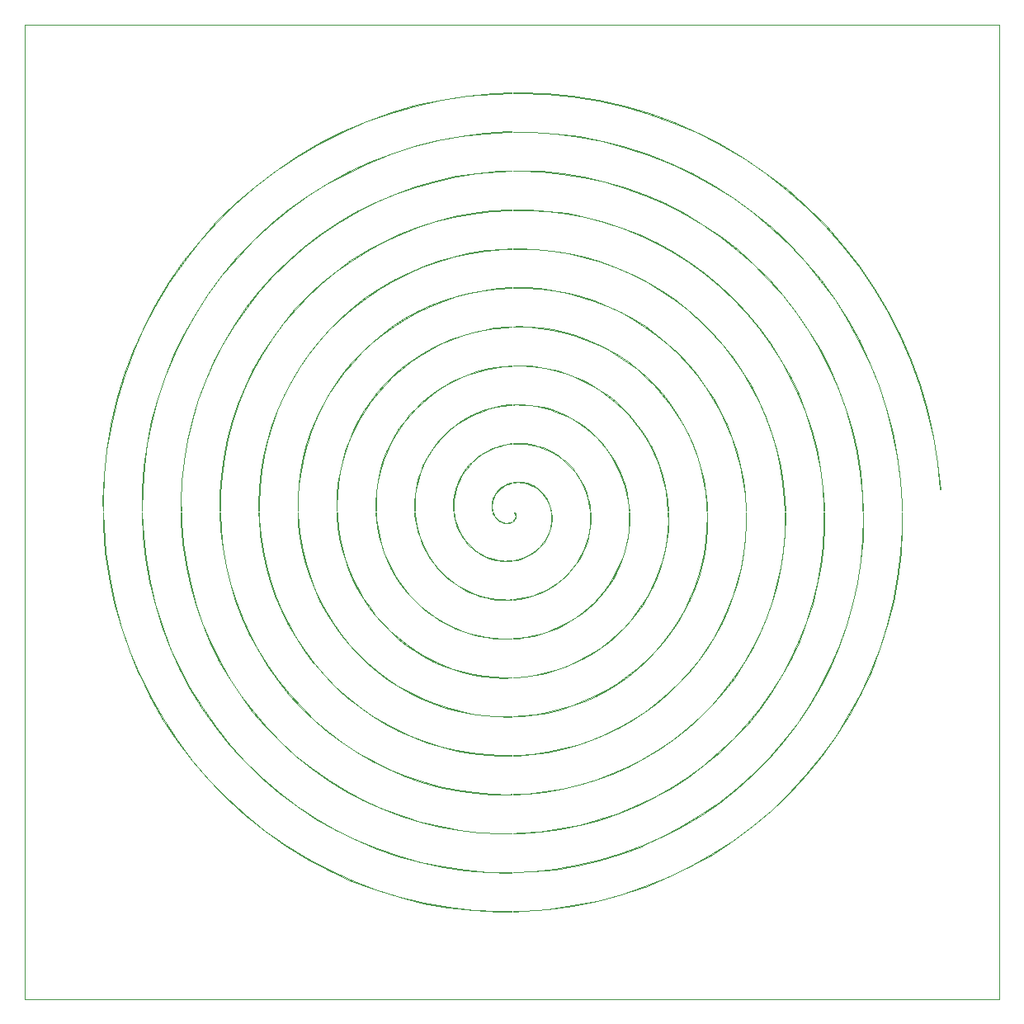
<source format=gm1>
G04 #@! TF.GenerationSoftware,KiCad,Pcbnew,9.0.2-9.0.2-0~ubuntu24.04.1*
G04 #@! TF.CreationDate,2025-06-27T06:42:29-07:00*
G04 #@! TF.ProjectId,2025-flex-spiral-two,32303235-2d66-46c6-9578-2d7370697261,Jul2025*
G04 #@! TF.SameCoordinates,Original*
G04 #@! TF.FileFunction,Profile,NP*
%FSLAX46Y46*%
G04 Gerber Fmt 4.6, Leading zero omitted, Abs format (unit mm)*
G04 Created by KiCad (PCBNEW 9.0.2-9.0.2-0~ubuntu24.04.1) date 2025-06-27 06:42:29*
%MOMM*%
%LPD*%
G01*
G04 APERTURE LIST*
G04 #@! TA.AperFunction,Profile*
%ADD10C,0.100000*%
G04 #@! TD*
G04 APERTURE END LIST*
D10*
G04 #@! TO.C,*
X50000000Y-50000000D02*
X150000000Y-50000000D01*
X50000000Y-150000000D02*
X50000000Y-50000000D01*
X57972900Y-98882350D02*
X57973000Y-98882350D01*
X57972900Y-98883420D02*
X57973000Y-98883910D01*
X57972900Y-98883910D02*
X57993100Y-99900009D01*
X57973000Y-98882350D02*
X57972900Y-98883420D01*
X57973000Y-98883910D02*
X57972900Y-98883910D01*
X57993100Y-99900009D02*
X58043100Y-99900009D01*
X57997000Y-100099991D02*
X58024900Y-101508070D01*
X58022900Y-98883740D02*
X58135000Y-96260380D01*
X58024900Y-101508070D02*
X58025000Y-101508070D01*
X58025000Y-101508070D02*
X58025200Y-101509610D01*
X58025000Y-101509630D02*
X58240700Y-104122960D01*
X58025200Y-101509610D02*
X58025000Y-101509630D01*
X58043100Y-99900009D02*
X58022900Y-98883740D01*
X58047000Y-100099991D02*
X57997000Y-100099991D01*
X58074900Y-101506240D02*
X58047000Y-100099991D01*
X58085100Y-96257570D02*
X57972900Y-98882350D01*
X58085200Y-96256010D02*
X58085400Y-96256030D01*
X58085200Y-96257570D02*
X58085100Y-96257570D01*
X58085400Y-96256030D02*
X58085200Y-96257570D01*
X58135000Y-96260380D02*
X58410900Y-93646910D01*
X58240700Y-104122960D02*
X58240900Y-104122940D01*
X58240900Y-104122940D02*
X58241100Y-104124480D01*
X58240900Y-104124510D02*
X58619000Y-106716780D01*
X58241100Y-104124480D02*
X58240900Y-104124510D01*
X58290400Y-104117940D02*
X58074900Y-101506240D01*
X58361300Y-93640880D02*
X58085200Y-96256010D01*
X58361500Y-93639340D02*
X58361700Y-93639370D01*
X58361500Y-93640900D02*
X58361300Y-93640880D01*
X58361700Y-93639370D02*
X58361500Y-93640900D01*
X58410900Y-93646910D02*
X58850100Y-91053280D01*
X58619000Y-106716780D02*
X58619200Y-106716750D01*
X58619200Y-106716750D02*
X58619400Y-106718290D01*
X58619300Y-106718320D02*
X59158100Y-109279500D01*
X58619400Y-106718290D02*
X58619300Y-106718320D01*
X58668400Y-106708850D02*
X58290400Y-104117940D01*
X58800900Y-91044130D02*
X58361500Y-93639340D01*
X58801100Y-91044160D02*
X58800900Y-91044130D01*
X58801200Y-91042590D02*
X58801300Y-91042600D01*
X58801300Y-91042600D02*
X58801100Y-91044160D01*
X58850100Y-91053280D02*
X59450900Y-88489800D01*
X59158100Y-109279500D02*
X59158300Y-109279460D01*
X59158300Y-109279460D02*
X59158400Y-109280810D01*
X59158400Y-109280810D02*
X59855700Y-111801100D01*
X59206900Y-109268360D02*
X58668400Y-106708850D01*
X59402500Y-88477500D02*
X58801200Y-91042590D01*
X59402500Y-88477500D02*
X59402500Y-88477500D01*
X59402600Y-88476700D02*
X59402500Y-88477500D01*
X59402900Y-88476000D02*
X59402600Y-88476700D01*
X59402900Y-88476000D02*
X59402900Y-88476000D01*
X59450900Y-88489800D02*
X60211600Y-85966100D01*
X59855700Y-111801100D02*
X59856200Y-111802500D01*
X59856100Y-111802600D02*
X60708500Y-114271900D01*
X59856200Y-111802500D02*
X59856100Y-111802600D01*
X59903700Y-111787200D02*
X59206900Y-109268360D01*
X60163900Y-85951000D02*
X59402900Y-88476000D01*
X60164000Y-85951100D02*
X60163900Y-85951000D01*
X60164400Y-85949600D02*
X60164600Y-85949600D01*
X60164600Y-85949600D02*
X60164000Y-85951100D01*
X60211600Y-85966100D02*
X61129200Y-83492800D01*
X60708500Y-114271900D02*
X60708700Y-114271800D01*
X60708700Y-114271800D02*
X60709300Y-114273300D01*
X60709100Y-114273300D02*
X61713100Y-116682200D01*
X60709300Y-114273300D02*
X60709100Y-114273300D01*
X60755600Y-114254900D02*
X59903700Y-111787200D01*
X61082500Y-83474800D02*
X60164400Y-85949600D01*
X61082700Y-83474800D02*
X61082500Y-83474800D01*
X61083100Y-83473300D02*
X61083300Y-83473400D01*
X61083300Y-83473400D02*
X61082700Y-83474800D01*
X61129200Y-83492800D02*
X62200400Y-81079500D01*
X61713100Y-116682200D02*
X61713300Y-116682200D01*
X61713300Y-116682200D02*
X61713900Y-116683600D01*
X61713800Y-116683700D02*
X62865200Y-119022900D01*
X61713900Y-116683600D02*
X61713800Y-116683700D01*
X61759000Y-116662400D02*
X60755600Y-114254900D01*
X61976900Y-100099991D02*
X61976900Y-100103775D01*
X61976900Y-100103775D02*
X61976900Y-100103775D01*
X61976900Y-100103775D02*
X61976900Y-100104065D01*
X61976900Y-100104065D02*
X61977100Y-100105347D01*
X61976900Y-100105347D02*
X62097300Y-102475880D01*
X61977100Y-100105347D02*
X61976900Y-100105347D01*
X61979300Y-99900009D02*
X62029300Y-99900009D01*
X62004900Y-97726320D02*
X62005100Y-97726330D01*
X62004900Y-97727870D02*
X61979300Y-99900009D01*
X62004900Y-97727870D02*
X62004900Y-97727870D01*
X62005100Y-97726330D02*
X62004900Y-97727870D01*
X62026900Y-100099991D02*
X61976900Y-100099991D01*
X62026900Y-100103577D02*
X62026900Y-100099991D01*
X62029300Y-99900009D02*
X62054800Y-97729340D01*
X62054800Y-97729340D02*
X62231300Y-95358750D01*
X62097300Y-102475880D02*
X62097400Y-102475880D01*
X62097400Y-102475880D02*
X62097600Y-102477400D01*
X62097400Y-102477430D02*
X62365400Y-104833360D01*
X62097600Y-102477400D02*
X62097400Y-102477430D01*
X62147200Y-102472470D02*
X62026900Y-100103577D01*
X62155100Y-81058500D02*
X61083100Y-83473300D01*
X62155300Y-81058600D02*
X62155100Y-81058500D01*
X62155800Y-81057100D02*
X62155900Y-81057100D01*
X62155900Y-81057100D02*
X62155300Y-81058600D01*
X62181500Y-95354310D02*
X62004900Y-97726320D01*
X62181600Y-95352750D02*
X62181800Y-95352780D01*
X62181600Y-95354320D02*
X62181500Y-95354310D01*
X62181800Y-95352780D02*
X62181600Y-95354320D01*
X62200400Y-81079500D02*
X63421600Y-78735500D01*
X62231300Y-95358750D02*
X62555800Y-93001570D01*
X62365400Y-104833360D02*
X62365600Y-104833330D01*
X62365600Y-104833330D02*
X62365800Y-104834870D01*
X62365600Y-104834900D02*
X62779900Y-107167020D01*
X62365800Y-104834870D02*
X62365600Y-104834900D01*
X62415000Y-104826970D02*
X62147200Y-102472470D01*
X62506300Y-92993940D02*
X62181600Y-95352750D01*
X62506600Y-92992400D02*
X62506800Y-92992430D01*
X62506600Y-92993970D02*
X62506300Y-92993940D01*
X62506800Y-92992430D02*
X62506600Y-92993970D01*
X62555800Y-93001570D02*
X63027400Y-90666840D01*
X62779900Y-107167020D02*
X62780000Y-107166990D01*
X62780000Y-107166990D02*
X62780200Y-107168550D01*
X62780200Y-107168550D02*
X62780200Y-107168560D01*
X62780200Y-107168560D02*
X63338700Y-109467830D01*
X62828900Y-107157520D02*
X62415000Y-104826970D01*
X62865200Y-119022900D02*
X62865400Y-119022800D01*
X62865400Y-119022800D02*
X62866000Y-119024400D01*
X62866000Y-119024400D02*
X64160100Y-121284900D01*
X62909800Y-119000100D02*
X61759000Y-116662400D01*
X62978600Y-90656050D02*
X62506600Y-92992400D01*
X62978700Y-90656080D02*
X62978600Y-90656050D01*
X62978900Y-90654540D02*
X62978700Y-90656080D01*
X63027400Y-90666840D02*
X63644700Y-88363400D01*
X63338700Y-109467830D02*
X63338800Y-109467820D01*
X63338800Y-109467820D02*
X63338900Y-109468400D01*
X63338900Y-109468400D02*
X63339200Y-109469310D01*
X63339100Y-109469350D02*
X64039500Y-111726900D01*
X63339200Y-109469310D02*
X63339100Y-109469350D01*
X63377700Y-78711700D02*
X62155800Y-81057100D01*
X63377800Y-78711700D02*
X63377700Y-78711700D01*
X63378200Y-78710700D02*
X63377800Y-78711700D01*
X63378400Y-78710300D02*
X63378500Y-78710400D01*
X63378500Y-78710400D02*
X63378200Y-78710700D01*
X63387100Y-109455250D02*
X62828900Y-107157520D01*
X63421600Y-78735500D02*
X64788100Y-76470400D01*
X63596600Y-88349800D02*
X62978900Y-90654540D01*
X63597000Y-88348300D02*
X63597200Y-88348400D01*
X63597200Y-88348400D02*
X63596600Y-88349800D01*
X63644700Y-88363400D02*
X64405400Y-86101000D01*
X64039500Y-111726900D02*
X64039600Y-111726800D01*
X64039600Y-111726800D02*
X64040200Y-111728300D01*
X64040000Y-111728300D02*
X64879100Y-113935300D01*
X64040200Y-111728300D02*
X64040000Y-111728300D01*
X64087000Y-111711200D02*
X63387100Y-109455250D01*
X64160100Y-121284900D02*
X64161100Y-121286100D01*
X64160900Y-121286200D02*
X65592400Y-123459400D01*
X64161100Y-121286100D02*
X64160900Y-121286200D01*
X64203100Y-121259300D02*
X62909800Y-119000100D01*
X64358300Y-86084400D02*
X63597000Y-88348300D01*
X64358400Y-86084400D02*
X64358300Y-86084400D01*
X64358800Y-86082900D02*
X64359000Y-86083000D01*
X64359000Y-86083000D02*
X64358400Y-86084400D01*
X64405400Y-86101000D02*
X65306900Y-83888300D01*
X64745700Y-76443700D02*
X63378400Y-78710300D01*
X64745800Y-76443800D02*
X64745700Y-76443700D01*
X64746600Y-76442400D02*
X64746700Y-76442500D01*
X64746700Y-76442500D02*
X64745800Y-76443800D01*
X64788100Y-76470400D02*
X66294900Y-74292800D01*
X64879100Y-113935300D02*
X64879300Y-113935300D01*
X64879300Y-113935300D02*
X64879900Y-113936700D01*
X64879700Y-113936800D02*
X65854100Y-116084800D01*
X64879900Y-113936700D02*
X64879700Y-113936800D01*
X64925500Y-113916700D02*
X64087000Y-111711200D01*
X65260900Y-83868600D02*
X64358800Y-86082900D01*
X65261100Y-83868700D02*
X65260900Y-83868600D01*
X65261600Y-83867200D02*
X65261700Y-83867300D01*
X65261700Y-83867300D02*
X65261100Y-83868700D01*
X65306900Y-83888300D02*
X66346100Y-81733600D01*
X65592400Y-123459400D02*
X65592500Y-123459300D01*
X65592500Y-123459300D02*
X65593500Y-123460600D01*
X65593300Y-123460700D02*
X67156300Y-125538300D01*
X65593500Y-123460600D02*
X65593300Y-123460700D01*
X65633800Y-123431300D02*
X64203100Y-121259300D01*
X65854100Y-116084800D02*
X65854200Y-116084700D01*
X65854200Y-116084700D02*
X65854800Y-116086200D01*
X65854800Y-116086200D02*
X65854800Y-116086200D01*
X65854800Y-116086200D02*
X66960300Y-118167000D01*
X65899300Y-116063400D02*
X64925500Y-113916700D01*
X65971400Y-98963410D02*
X65971500Y-98963410D01*
X65971400Y-98964480D02*
X65971400Y-98964970D01*
X65971400Y-98964970D02*
X65971400Y-98964970D01*
X65971400Y-98964970D02*
X65989600Y-99900009D01*
X65971500Y-98963410D02*
X65971400Y-98964480D01*
X65989600Y-99900009D02*
X66039600Y-99900009D01*
X65993500Y-100099991D02*
X66012900Y-101089540D01*
X66012900Y-101089540D02*
X66012900Y-101089540D01*
X66012900Y-101089540D02*
X66013100Y-101091090D01*
X66012900Y-101091110D02*
X66186900Y-103206480D01*
X66013100Y-101091090D02*
X66012900Y-101091110D01*
X66021400Y-98964830D02*
X66112800Y-96840730D01*
X66039600Y-99900009D02*
X66021400Y-98964830D01*
X66043500Y-100099991D02*
X65993500Y-100099991D01*
X66062800Y-101087740D02*
X66043500Y-100099991D01*
X66062900Y-96837890D02*
X65971400Y-98963410D01*
X66063000Y-96836330D02*
X66063200Y-96836350D01*
X66063000Y-96837890D02*
X66062900Y-96837890D01*
X66063200Y-96836350D02*
X66063000Y-96837890D01*
X66112800Y-96840730D02*
X66337000Y-94724230D01*
X66186900Y-103206480D02*
X66187100Y-103206470D01*
X66187100Y-103206470D02*
X66187300Y-103207990D01*
X66187100Y-103208020D02*
X66492500Y-105305940D01*
X66187300Y-103207990D02*
X66187100Y-103208020D01*
X66236600Y-103201450D02*
X66062800Y-101087740D01*
X66254200Y-74263700D02*
X64746600Y-76442400D01*
X66254400Y-74263800D02*
X66254200Y-74263700D01*
X66255200Y-74262400D02*
X66255300Y-74262500D01*
X66255300Y-74262500D02*
X66254400Y-74263800D01*
X66287300Y-94718220D02*
X66063000Y-96836330D01*
X66287500Y-94716660D02*
X66287700Y-94716690D01*
X66287500Y-94718230D02*
X66287300Y-94718220D01*
X66287700Y-94716690D02*
X66287500Y-94718230D01*
X66294900Y-74292800D02*
X67936400Y-72211600D01*
X66301300Y-81711400D02*
X65261600Y-83867200D01*
X66301500Y-81711400D02*
X66301300Y-81711400D01*
X66302100Y-81710000D02*
X66301500Y-81711400D01*
X66302100Y-81710000D02*
X66302100Y-81710000D01*
X66337000Y-94724230D02*
X66693400Y-92623250D01*
X66346100Y-81733600D02*
X67519000Y-79646200D01*
X66492500Y-105305940D02*
X66492700Y-105305910D01*
X66492700Y-105305910D02*
X66492900Y-105307450D01*
X66492800Y-105307480D02*
X66928100Y-107379780D01*
X66492900Y-105307450D02*
X66492800Y-105307480D01*
X66541900Y-105297970D02*
X66236600Y-103201450D01*
X66644200Y-92614240D02*
X66287500Y-94716660D01*
X66644400Y-92614270D02*
X66644200Y-92614240D01*
X66644500Y-92612720D02*
X66644600Y-92612730D01*
X66644600Y-92612730D02*
X66644400Y-92614270D01*
X66693400Y-92623250D02*
X67180900Y-90546360D01*
X66928100Y-107379780D02*
X66928300Y-107379750D01*
X66928300Y-107379750D02*
X66928500Y-107381100D01*
X66928500Y-107381100D02*
X66928500Y-107381290D01*
X66928500Y-107381290D02*
X67491900Y-109419940D01*
X66960300Y-118166900D02*
X66960700Y-118167700D01*
X66960300Y-118167000D02*
X66960300Y-118166900D01*
X66960700Y-118167700D02*
X66961100Y-118168300D01*
X66961000Y-118168300D02*
X68193100Y-120173800D01*
X66961100Y-118168300D02*
X66961000Y-118168300D01*
X66976900Y-107368650D02*
X66541900Y-105297970D01*
X67004000Y-118142700D02*
X65899300Y-116063400D01*
X67132400Y-90534270D02*
X66644500Y-92612720D01*
X67132500Y-90534290D02*
X67132400Y-90534270D01*
X67132600Y-90533510D02*
X67132500Y-90534290D01*
X67132800Y-90532760D02*
X67132900Y-90532790D01*
X67132900Y-90532790D02*
X67132600Y-90533510D01*
X67156300Y-125538300D02*
X67156400Y-125538100D01*
X67156400Y-125538100D02*
X67157400Y-125539400D01*
X67157200Y-125539500D02*
X68845300Y-127513500D01*
X67157400Y-125539400D02*
X67157200Y-125539500D01*
X67180900Y-90546360D02*
X67797900Y-88501800D01*
X67195700Y-125507500D02*
X65633800Y-123431300D01*
X67475700Y-79621200D02*
X66302100Y-81710000D01*
X67475700Y-79621200D02*
X67475700Y-79621200D01*
X67475900Y-79620900D02*
X67475700Y-79621200D01*
X67476500Y-79619800D02*
X67476600Y-79619900D01*
X67476600Y-79619900D02*
X67475900Y-79620900D01*
X67491900Y-109419940D02*
X67491900Y-109419940D01*
X67491900Y-109419940D02*
X67492500Y-109421370D01*
X67492300Y-109421430D02*
X68181200Y-111418500D01*
X67492500Y-109421370D02*
X67492300Y-109421430D01*
X67519000Y-79646200D02*
X68821400Y-77634000D01*
X67539700Y-109405550D02*
X66976900Y-107368650D01*
X67750300Y-88486500D02*
X67132800Y-90532760D01*
X67750400Y-88486500D02*
X67750300Y-88486500D01*
X67750800Y-88485000D02*
X67751000Y-88485100D01*
X67751000Y-88485100D02*
X67750400Y-88486500D01*
X67797900Y-88501800D02*
X68542400Y-86497300D01*
X67897500Y-72180100D02*
X66255200Y-74262400D01*
X67897700Y-72180200D02*
X67897500Y-72180100D01*
X67898500Y-72178900D02*
X67898700Y-72179000D01*
X67898700Y-72179000D02*
X67897700Y-72180200D01*
X67936400Y-72211600D02*
X69706300Y-70235200D01*
X68181200Y-111418500D02*
X68181300Y-111418500D01*
X68181300Y-111418500D02*
X68181900Y-111419900D01*
X68181700Y-111420000D02*
X68993000Y-113367900D01*
X68181900Y-111419900D02*
X68181700Y-111420000D01*
X68193100Y-120173800D02*
X68193100Y-120173800D01*
X68193100Y-120173800D02*
X68194100Y-120175000D01*
X68193900Y-120175100D02*
X69547400Y-122097700D01*
X68194100Y-120175000D02*
X68193900Y-120175100D01*
X68228200Y-111401600D02*
X67539700Y-109405550D01*
X68235300Y-120147000D02*
X67004000Y-118142700D01*
X68495800Y-86479000D02*
X67750800Y-88485000D01*
X68496000Y-86479000D02*
X68495800Y-86479000D01*
X68496400Y-86477500D02*
X68496600Y-86477600D01*
X68496600Y-86477600D02*
X68496000Y-86479000D01*
X68542400Y-86497300D02*
X69411700Y-84540700D01*
X68779700Y-77606300D02*
X67476500Y-79619800D01*
X68779800Y-77606400D02*
X68779700Y-77606300D01*
X68780600Y-77605000D02*
X68780800Y-77605100D01*
X68780800Y-77605100D02*
X68779800Y-77606400D01*
X68821400Y-77634000D02*
X70248200Y-75705400D01*
X68845300Y-127513500D02*
X68845500Y-127513300D01*
X68845500Y-127513300D02*
X68846400Y-127514600D01*
X68846400Y-127514600D02*
X68846400Y-127514600D01*
X68846400Y-127514600D02*
X70652700Y-129377500D01*
X68882800Y-127480300D02*
X67195700Y-125507500D01*
X68993000Y-113367900D02*
X68993200Y-113367800D01*
X68993200Y-113367800D02*
X68993800Y-113369200D01*
X68993700Y-113369300D02*
X69924000Y-115260500D01*
X68993800Y-113369200D02*
X68993700Y-113369300D01*
X69038800Y-113347900D02*
X68228200Y-111401600D01*
X69366300Y-84519700D02*
X68496400Y-86477500D01*
X69366500Y-84519800D02*
X69366300Y-84519700D01*
X69367000Y-84518300D02*
X69367100Y-84518400D01*
X69367100Y-84518400D02*
X69366500Y-84519800D01*
X69411700Y-84540700D02*
X70402800Y-82640100D01*
X69547400Y-122097700D02*
X69547600Y-122097600D01*
X69547600Y-122097600D02*
X69548500Y-122098800D01*
X69548400Y-122099000D02*
X71017800Y-123931300D01*
X69548500Y-122098800D02*
X69548400Y-122099000D01*
X69588000Y-122068500D02*
X68235300Y-120147000D01*
X69669400Y-70201400D02*
X67898500Y-72178900D01*
X69669600Y-70201500D02*
X69669400Y-70201400D01*
X69670400Y-70200400D02*
X69669600Y-70201500D01*
X69706300Y-70235200D02*
X71597900Y-68371700D01*
X69924000Y-115260500D02*
X69924100Y-115260400D01*
X69924100Y-115260400D02*
X69924700Y-115261800D01*
X69924700Y-115261800D02*
X70970200Y-117089000D01*
X69968500Y-115237600D02*
X69038800Y-113347900D01*
X69975000Y-99900009D02*
X70025000Y-99900009D01*
X69981100Y-100099991D02*
X70070500Y-101838910D01*
X69995300Y-98088060D02*
X69995500Y-98088070D01*
X69995300Y-98089630D02*
X69975000Y-99900009D01*
X69995300Y-98089630D02*
X69995300Y-98089630D01*
X69995500Y-98088070D02*
X69995300Y-98089630D01*
X70025000Y-99900009D02*
X70045300Y-98091060D01*
X70031200Y-100099991D02*
X69981100Y-100099991D01*
X70045300Y-98091060D02*
X70183500Y-96218670D01*
X70070500Y-101838910D02*
X70070600Y-101838910D01*
X70070600Y-101838910D02*
X70070800Y-101840440D01*
X70070600Y-101840470D02*
X70283300Y-103699780D01*
X70070800Y-101840440D02*
X70070600Y-101840470D01*
X70120400Y-101835460D02*
X70031200Y-100099991D01*
X70133700Y-96214280D02*
X69995300Y-98088060D01*
X70133900Y-96212720D02*
X70134100Y-96212750D01*
X70133900Y-96214290D02*
X70133700Y-96214280D01*
X70134100Y-96212750D02*
X70133900Y-96214290D01*
X70183500Y-96218670D02*
X70438800Y-94356350D01*
X70208600Y-75674900D02*
X68780600Y-77605000D01*
X70208700Y-75675000D02*
X70208600Y-75674900D01*
X70209500Y-75673600D02*
X70209700Y-75673800D01*
X70209700Y-75673800D02*
X70208700Y-75675000D01*
X70248200Y-75705400D02*
X71794500Y-73867500D01*
X70283300Y-103699780D02*
X70283500Y-103699750D01*
X70283500Y-103699750D02*
X70283700Y-103701290D01*
X70283500Y-103701320D02*
X70611500Y-105541280D01*
X70283700Y-103701290D02*
X70283500Y-103701320D01*
X70332900Y-103693340D02*
X70120400Y-101835460D01*
X70358700Y-82616400D02*
X69367000Y-84518300D01*
X70358800Y-82616500D02*
X70358700Y-82616400D01*
X70359300Y-82615500D02*
X70358800Y-82616500D01*
X70359500Y-82615100D02*
X70359600Y-82615100D01*
X70359600Y-82615100D02*
X70359300Y-82615500D01*
X70389400Y-94348770D02*
X70133900Y-96212720D01*
X70389600Y-94347230D02*
X70389800Y-94347260D01*
X70389600Y-94348800D02*
X70389400Y-94348770D01*
X70389800Y-94347260D02*
X70389600Y-94348800D01*
X70402800Y-82640100D02*
X71511800Y-80803200D01*
X70438800Y-94356350D02*
X70810500Y-92511260D01*
X70611500Y-105541280D02*
X70611700Y-105541240D01*
X70611700Y-105541240D02*
X70611900Y-105542790D01*
X70611800Y-105542800D02*
X71053500Y-107356250D01*
X70611900Y-105542790D02*
X70611800Y-105542800D01*
X70652700Y-129377500D02*
X70652800Y-129377500D01*
X70652800Y-129377500D02*
X70653000Y-129377800D01*
X70653000Y-129377800D02*
X70653900Y-129378500D01*
X70653900Y-129378500D02*
X70653900Y-129378600D01*
X70653900Y-129378600D02*
X72571200Y-131123300D01*
X70660600Y-105531720D02*
X70332900Y-103693340D01*
X70688000Y-129342100D02*
X68882800Y-127480300D01*
X70761600Y-92500460D02*
X70389600Y-94347230D01*
X70761800Y-92500490D02*
X70761600Y-92500460D01*
X70762000Y-92498890D02*
X70761800Y-92500490D01*
X70810500Y-92511260D02*
X71297400Y-90690410D01*
X70970200Y-117089000D02*
X70971100Y-117090300D01*
X70971000Y-117090300D02*
X72127200Y-118846500D01*
X70971100Y-117090300D02*
X70971000Y-117090300D01*
X71013000Y-117063200D02*
X69968500Y-115237600D01*
X71017800Y-123931300D02*
X71017900Y-123931200D01*
X71017900Y-123931200D02*
X71018900Y-123932400D01*
X71018800Y-123932500D02*
X72598100Y-125667600D01*
X71018900Y-123932400D02*
X71018800Y-123932500D01*
X71053500Y-107356250D02*
X71053600Y-107356230D01*
X71053600Y-107356230D02*
X71053700Y-107356800D01*
X71053700Y-107356800D02*
X71054100Y-107357730D01*
X71054000Y-107357760D02*
X71607400Y-109137660D01*
X71054100Y-107357730D02*
X71054000Y-107357760D01*
X71056400Y-123899600D02*
X69588000Y-122068500D01*
X71102000Y-107343840D02*
X70660600Y-105531720D01*
X71249300Y-90676610D02*
X70762000Y-92498890D01*
X71249700Y-90675130D02*
X71249900Y-90675170D01*
X71249900Y-90675170D02*
X71249300Y-90676610D01*
X71297400Y-90690410D02*
X71897900Y-88901100D01*
X71469400Y-80776800D02*
X70359500Y-82615100D01*
X71469400Y-80776800D02*
X71469400Y-80776800D01*
X71470200Y-80775500D02*
X71470400Y-80775600D01*
X71470400Y-80775600D02*
X71469400Y-80776800D01*
X71511800Y-80803200D02*
X72734900Y-79037100D01*
X71563300Y-68335600D02*
X69670400Y-70200400D01*
X71563300Y-68335600D02*
X71563300Y-68335600D01*
X71564400Y-68334500D02*
X71564500Y-68334700D01*
X71564500Y-68334700D02*
X71563300Y-68335600D01*
X71597900Y-68371700D02*
X73604000Y-66628400D01*
X71607400Y-109137660D02*
X71607500Y-109137630D01*
X71607500Y-109137630D02*
X71608100Y-109139070D01*
X71607900Y-109139140D02*
X72270600Y-110878700D01*
X71608100Y-109139070D02*
X71607900Y-109139140D01*
X71655000Y-109122250D02*
X71102000Y-107343840D01*
X71756900Y-73834600D02*
X70209500Y-75673600D01*
X71757000Y-73834700D02*
X71756900Y-73834600D01*
X71757900Y-73833400D02*
X71758000Y-73833400D01*
X71758000Y-73833400D02*
X71757000Y-73834700D01*
X71794500Y-73867500D02*
X73454500Y-72127900D01*
X71850800Y-88884500D02*
X71249700Y-90675130D01*
X71850900Y-88884500D02*
X71850800Y-88884500D01*
X71851300Y-88883000D02*
X71851500Y-88883100D01*
X71851500Y-88883100D02*
X71850900Y-88884500D01*
X71897900Y-88901100D02*
X72609900Y-87150800D01*
X72127200Y-118846500D02*
X72127300Y-118846500D01*
X72127300Y-118846500D02*
X72128200Y-118847700D01*
X72128100Y-118847800D02*
X73390200Y-120526400D01*
X72128200Y-118847700D02*
X72128100Y-118847800D01*
X72168600Y-118818500D02*
X71013000Y-117063200D01*
X72270600Y-110878700D02*
X72270800Y-110878600D01*
X72270800Y-110878600D02*
X72271400Y-110880000D01*
X72271200Y-110880100D02*
X73040300Y-112572600D01*
X72271400Y-110880000D02*
X72271200Y-110880100D01*
X72317100Y-110860200D02*
X71655000Y-109122250D01*
X72564000Y-87131100D02*
X71851300Y-88883000D01*
X72564200Y-87131100D02*
X72564000Y-87131100D01*
X72564600Y-87129700D02*
X72564800Y-87129700D01*
X72564800Y-87129700D02*
X72564200Y-87131100D01*
X72571200Y-131123300D02*
X72571300Y-131123200D01*
X72571300Y-131123200D02*
X72572600Y-131124100D01*
X72572400Y-131124300D02*
X74593100Y-132744300D01*
X72572600Y-131124100D02*
X72572400Y-131124300D01*
X72598100Y-125667600D02*
X72598200Y-125667500D01*
X72598200Y-125667500D02*
X72598900Y-125668400D01*
X72598900Y-125668400D02*
X72599200Y-125668700D01*
X72599200Y-125668700D02*
X72599200Y-125668700D01*
X72599200Y-125668700D02*
X74282100Y-127300000D01*
X72604300Y-131085800D02*
X70688000Y-129342100D01*
X72609900Y-87150800D02*
X73431100Y-85445900D01*
X72634500Y-125633200D02*
X71056400Y-123899600D01*
X72694200Y-79008000D02*
X71470200Y-80775500D01*
X72694400Y-79008100D02*
X72694200Y-79008000D01*
X72695100Y-79006800D02*
X72695300Y-79006900D01*
X72695300Y-79006900D02*
X72694400Y-79008100D01*
X72734900Y-79037100D02*
X74067400Y-77349000D01*
X73040300Y-112572600D02*
X73040500Y-112572500D01*
X73040500Y-112572500D02*
X73041100Y-112573900D01*
X73041000Y-112574000D02*
X73913100Y-114212900D01*
X73041100Y-112573900D02*
X73041000Y-112574000D01*
X73085600Y-112551300D02*
X72317100Y-110860200D01*
X73386400Y-85423400D02*
X72564600Y-87129700D01*
X73386600Y-85423500D02*
X73386400Y-85423400D01*
X73387100Y-85422100D02*
X73387200Y-85422100D01*
X73387200Y-85422100D02*
X73386600Y-85423500D01*
X73390200Y-120526400D02*
X73390400Y-120526200D01*
X73390400Y-120526200D02*
X73391300Y-120527500D01*
X73391200Y-120527600D02*
X74754200Y-122122100D01*
X73391300Y-120527500D02*
X73391200Y-120527600D01*
X73418900Y-72092800D02*
X71757900Y-73833400D01*
X73418900Y-72092800D02*
X73418900Y-72092800D01*
X73419300Y-72092400D02*
X73418900Y-72092800D01*
X73420000Y-72091700D02*
X73420000Y-72091800D01*
X73420000Y-72091800D02*
X73419300Y-72092400D01*
X73429700Y-120495700D02*
X72168600Y-118818500D01*
X73431100Y-85445900D02*
X74358500Y-83793400D01*
X73454500Y-72127900D02*
X75221600Y-70493800D01*
X73571900Y-66590100D02*
X71564400Y-68334500D01*
X73572000Y-66590200D02*
X73571900Y-66590100D01*
X73573100Y-66589100D02*
X73573200Y-66589200D01*
X73573200Y-66589200D02*
X73572000Y-66590200D01*
X73604000Y-66628400D02*
X75717200Y-65012200D01*
X73913100Y-114212900D02*
X73913200Y-114212800D01*
X73913200Y-114212800D02*
X73913600Y-114213600D01*
X73913600Y-114213600D02*
X73914000Y-114214200D01*
X73913900Y-114214200D02*
X74885500Y-115793300D01*
X73914000Y-114214200D02*
X73913900Y-114214200D01*
X73956800Y-114188500D02*
X73085600Y-112551300D01*
X73968500Y-99106339D02*
X73968600Y-99106339D01*
X73968500Y-99107376D02*
X73968500Y-99107910D01*
X73968500Y-99107910D02*
X73968500Y-99107910D01*
X73968500Y-99107910D02*
X73985400Y-99900009D01*
X73968600Y-99106339D02*
X73968500Y-99107376D01*
X73985400Y-99900009D02*
X74035400Y-99900009D01*
X73989700Y-100099991D02*
X74003300Y-100732864D01*
X74003300Y-100732864D02*
X74003300Y-100732864D01*
X74003300Y-100732864D02*
X74003500Y-100734406D01*
X74003400Y-100734421D02*
X74139400Y-102351560D01*
X74003500Y-100734406D02*
X74003400Y-100734421D01*
X74018500Y-99107620D02*
X74085300Y-97482820D01*
X74028700Y-77317400D02*
X72695100Y-79006800D01*
X74028900Y-77317500D02*
X74028700Y-77317400D01*
X74029700Y-77316200D02*
X74029800Y-77316300D01*
X74029800Y-77316300D02*
X74028900Y-77317500D01*
X74035400Y-97479890D02*
X73968500Y-99106339D01*
X74035400Y-99900009D02*
X74018500Y-99107620D01*
X74035500Y-97478330D02*
X74035700Y-97478350D01*
X74035500Y-97479890D02*
X74035400Y-97479890D01*
X74035700Y-97478350D02*
X74035500Y-97479890D01*
X74039700Y-100099991D02*
X73989700Y-100099991D01*
X74053200Y-100730911D02*
X74039700Y-100099991D01*
X74067400Y-77349000D02*
X75504700Y-75745300D01*
X74085300Y-97482820D02*
X74253900Y-95862640D01*
X74139400Y-102351560D02*
X74139600Y-102351550D01*
X74139600Y-102351550D02*
X74139800Y-102353090D01*
X74139600Y-102353120D02*
X74376100Y-103956150D01*
X74139800Y-102353090D02*
X74139600Y-102353120D01*
X74189200Y-102346650D02*
X74053200Y-100730911D01*
X74204200Y-95856770D02*
X74035500Y-97478330D01*
X74204400Y-95855210D02*
X74204600Y-95855240D01*
X74204400Y-95856780D02*
X74204200Y-95856770D01*
X74204600Y-95855240D02*
X74204400Y-95856780D01*
X74253900Y-95862640D02*
X74523800Y-94253950D01*
X74282100Y-127300000D02*
X74282100Y-127300000D01*
X74282100Y-127300000D02*
X74283400Y-127300900D01*
X74283200Y-127301000D02*
X76062900Y-128822400D01*
X74283400Y-127300900D02*
X74283200Y-127301000D01*
X74315200Y-83768400D02*
X73387100Y-85422100D01*
X74315200Y-83768400D02*
X74315200Y-83768400D01*
X74315300Y-83768100D02*
X74315200Y-83768400D01*
X74316000Y-83767000D02*
X74316100Y-83767100D01*
X74316100Y-83767100D02*
X74315300Y-83768100D01*
X74316400Y-127263600D02*
X72634500Y-125633200D01*
X74358500Y-83793400D02*
X75388400Y-82200400D01*
X74376100Y-103956150D02*
X74376300Y-103956120D01*
X74376300Y-103956120D02*
X74376500Y-103957640D01*
X74376400Y-103957670D02*
X74712100Y-105540360D01*
X74376500Y-103957640D02*
X74376400Y-103957670D01*
X74425500Y-103948070D02*
X74189200Y-102346650D01*
X74474600Y-94244920D02*
X74204400Y-95855210D01*
X74474800Y-94244950D02*
X74474600Y-94244920D01*
X74474900Y-94243380D02*
X74475000Y-94243410D01*
X74475000Y-94243410D02*
X74474800Y-94244950D01*
X74523800Y-94253950D02*
X74894200Y-92662630D01*
X74593100Y-132744300D02*
X74593300Y-132744100D01*
X74593300Y-132744100D02*
X74594500Y-132745000D01*
X74594400Y-132745200D02*
X76710300Y-134234300D01*
X74594500Y-132745000D02*
X74594400Y-132745200D01*
X74623700Y-132704700D02*
X72604300Y-131085800D01*
X74712100Y-105540360D02*
X74712200Y-105540330D01*
X74712200Y-105540330D02*
X74712400Y-105541640D01*
X74712400Y-105541640D02*
X74712500Y-105541870D01*
X74712500Y-105541870D02*
X75145800Y-107098070D01*
X74754200Y-122122100D02*
X74754300Y-122122000D01*
X74754300Y-122122000D02*
X74755300Y-122123200D01*
X74755200Y-122123200D02*
X76213400Y-123627700D01*
X74755300Y-122123200D02*
X74755200Y-122123200D01*
X74760900Y-105529330D02*
X74425500Y-103948070D01*
X74791500Y-122088900D02*
X73429700Y-120495700D01*
X74845700Y-92650680D02*
X74474900Y-94243380D01*
X74845800Y-92650700D02*
X74845700Y-92650680D01*
X74845900Y-92649890D02*
X74845800Y-92650700D01*
X74846100Y-92649170D02*
X74846200Y-92649190D01*
X74846200Y-92649190D02*
X74845900Y-92649890D01*
X74885500Y-115793300D02*
X74885600Y-115793300D01*
X74885600Y-115793300D02*
X74886500Y-115794500D01*
X74886400Y-115794600D02*
X75953300Y-117307900D01*
X74886500Y-115794500D02*
X74886400Y-115794600D01*
X74894200Y-92662630D02*
X75364100Y-91095370D01*
X74927700Y-115766400D02*
X73956800Y-114188500D01*
X75145800Y-107098050D02*
X75146400Y-107099500D01*
X75145800Y-107098070D02*
X75145800Y-107098050D01*
X75146300Y-107099560D02*
X75675200Y-108623310D01*
X75146400Y-107099500D02*
X75146300Y-107099560D01*
X75188200Y-70456600D02*
X73420000Y-72091700D01*
X75188300Y-70456600D02*
X75188200Y-70456600D01*
X75189400Y-70455500D02*
X75189500Y-70455700D01*
X75189500Y-70455700D02*
X75188300Y-70456600D01*
X75193800Y-107084060D02*
X74760900Y-105529330D01*
X75221600Y-70493800D02*
X77089200Y-68971800D01*
X75316400Y-91080380D02*
X74846100Y-92649170D01*
X75316500Y-91080410D02*
X75316400Y-91080380D01*
X75316900Y-91078900D02*
X75317100Y-91078980D01*
X75317100Y-91078980D02*
X75316500Y-91080410D01*
X75346900Y-82172500D02*
X74316000Y-83767000D01*
X75347000Y-82172600D02*
X75346900Y-82172500D01*
X75347800Y-82171200D02*
X75348000Y-82171300D01*
X75348000Y-82171300D02*
X75347000Y-82172600D01*
X75364100Y-91095370D02*
X75931900Y-89558200D01*
X75388400Y-82200400D02*
X76517600Y-80672600D01*
X75467900Y-75711500D02*
X74029700Y-77316200D01*
X75468000Y-75711600D02*
X75467900Y-75711500D01*
X75468800Y-75710500D02*
X75468000Y-75711600D01*
X75469000Y-75710400D02*
X75468800Y-75710500D01*
X75469000Y-75710400D02*
X75469000Y-75710400D01*
X75504700Y-75745300D02*
X77041000Y-74233000D01*
X75675200Y-108623310D02*
X75675300Y-108623250D01*
X75675300Y-108623250D02*
X75675900Y-108624680D01*
X75675700Y-108624760D02*
X76297900Y-110110200D01*
X75675900Y-108624680D02*
X75675700Y-108624760D01*
X75687500Y-64971900D02*
X73573100Y-66589100D01*
X75687700Y-64972100D02*
X75687500Y-64971900D01*
X75688800Y-64971000D02*
X75688900Y-64971200D01*
X75688900Y-64971200D02*
X75687700Y-64972100D01*
X75717200Y-65012200D02*
X77929400Y-63529700D01*
X75722200Y-108606220D02*
X75193800Y-107084060D01*
X75885200Y-89540200D02*
X75316900Y-91078900D01*
X75885400Y-89540300D02*
X75885200Y-89540200D01*
X75885800Y-89538800D02*
X75886000Y-89538900D01*
X75886000Y-89538900D02*
X75885400Y-89540300D01*
X75931900Y-89558200D02*
X76595600Y-88057400D01*
X75953300Y-117307900D02*
X75953400Y-117307800D01*
X75953400Y-117307800D02*
X75954400Y-117309000D01*
X75954200Y-117309100D02*
X77112000Y-118750800D01*
X75954400Y-117309000D02*
X75954200Y-117309100D01*
X75993700Y-117278500D02*
X74927700Y-115766400D01*
X76062900Y-128822400D02*
X76063000Y-128822300D01*
X76063000Y-128822300D02*
X76064200Y-128823200D01*
X76064100Y-128823400D02*
X77933300Y-130229100D01*
X76064200Y-128823200D02*
X76064100Y-128823400D01*
X76094800Y-128783900D02*
X74316400Y-127263600D01*
X76213400Y-123627700D02*
X76213500Y-123627700D01*
X76213500Y-123627700D02*
X76213700Y-123628000D01*
X76213700Y-123628000D02*
X76214600Y-123628700D01*
X76214600Y-123628700D02*
X76214600Y-123628800D01*
X76214600Y-123628800D02*
X77762100Y-125037500D01*
X76248800Y-123592300D02*
X74791500Y-122088900D01*
X76297900Y-110110200D02*
X76298100Y-110110100D01*
X76298100Y-110110100D02*
X76298700Y-110111500D01*
X76298500Y-110111600D02*
X77011200Y-111553000D01*
X76298700Y-110111500D02*
X76298500Y-110111600D01*
X76343700Y-110090300D02*
X75722200Y-108606220D01*
X76477800Y-80642200D02*
X75347800Y-82171200D01*
X76478000Y-80642300D02*
X76477800Y-80642200D01*
X76478800Y-80641000D02*
X76478900Y-80641100D01*
X76478900Y-80641100D02*
X76478000Y-80642300D01*
X76517600Y-80672600D02*
X77741500Y-79216400D01*
X76550200Y-88036400D02*
X75885800Y-89538800D01*
X76550400Y-88036500D02*
X76550200Y-88036400D01*
X76550800Y-88035000D02*
X76550900Y-88035000D01*
X76550900Y-88035000D02*
X76550400Y-88036500D01*
X76595600Y-88057400D02*
X77352900Y-86598600D01*
X76710300Y-134234300D02*
X76710400Y-134234200D01*
X76710400Y-134234200D02*
X76711700Y-134235100D01*
X76711600Y-134235200D02*
X78914300Y-135587900D01*
X76711700Y-134235100D02*
X76711600Y-134235200D01*
X76738400Y-134193000D02*
X74623700Y-132704700D01*
X77006100Y-74197200D02*
X75469000Y-75710400D01*
X77006200Y-74197100D02*
X77006100Y-74197200D01*
X77007500Y-74195900D02*
X77007600Y-74196000D01*
X77007600Y-74196000D02*
X77006200Y-74197100D01*
X77011200Y-111553000D02*
X77011300Y-111552900D01*
X77011300Y-111552900D02*
X77011900Y-111554400D01*
X77011900Y-111554400D02*
X77812000Y-112946200D01*
X77041000Y-74233000D02*
X78670400Y-72818200D01*
X77055700Y-111530200D02*
X76343700Y-110090300D01*
X77058300Y-68932500D02*
X75189400Y-70455500D01*
X77058400Y-68932700D02*
X77058300Y-68932500D01*
X77059600Y-68931600D02*
X77059700Y-68931700D01*
X77059700Y-68931700D02*
X77058400Y-68932700D01*
X77089200Y-68971800D02*
X79050400Y-67567900D01*
X77112000Y-118750800D02*
X77112200Y-118750700D01*
X77112200Y-118750700D02*
X77113100Y-118751900D01*
X77113000Y-118752000D02*
X78357000Y-120116700D01*
X77113100Y-118751900D02*
X77113000Y-118752000D01*
X77150600Y-118718900D02*
X75993700Y-117278500D01*
X77308900Y-86574800D02*
X76550800Y-88035000D01*
X77309100Y-86574900D02*
X77308900Y-86574800D01*
X77309500Y-86573800D02*
X77309100Y-86574900D01*
X77309700Y-86573500D02*
X77309800Y-86573500D01*
X77309800Y-86573500D02*
X77309500Y-86573800D01*
X77352900Y-86598600D02*
X78201300Y-85187900D01*
X77703800Y-79183700D02*
X76478800Y-80641000D01*
X77703900Y-79183800D02*
X77703800Y-79183700D01*
X77704800Y-79182500D02*
X77704800Y-79182600D01*
X77704800Y-79182600D02*
X77703900Y-79183800D01*
X77741500Y-79216400D02*
X79055800Y-77837900D01*
X77762100Y-125037400D02*
X77763400Y-125038300D01*
X77762100Y-125037500D02*
X77762100Y-125037400D01*
X77763200Y-125038500D02*
X79393800Y-126346200D01*
X77763400Y-125038300D02*
X77763200Y-125038500D01*
X77795100Y-125000000D02*
X76248800Y-123592300D01*
X77812000Y-112946200D02*
X77813000Y-112947500D01*
X77812800Y-112947600D02*
X78697000Y-114284700D01*
X77813000Y-112947500D02*
X77812800Y-112947600D01*
X77855000Y-112920700D02*
X77055700Y-111530200D01*
X77902200Y-63487700D02*
X75688800Y-64971000D01*
X77902300Y-63487900D02*
X77902200Y-63487700D01*
X77903600Y-63486900D02*
X77902300Y-63487900D01*
X77929400Y-63529700D02*
X80232100Y-62187100D01*
X77933300Y-130229100D02*
X77933400Y-130228900D01*
X77933400Y-130228900D02*
X77934700Y-130229900D01*
X77934600Y-130230000D02*
X79885900Y-131514800D01*
X77934700Y-130229900D02*
X77934600Y-130230000D01*
X77962800Y-130188700D02*
X76094800Y-128783900D01*
X77972100Y-99889954D02*
X77972100Y-99889954D01*
X77972100Y-99889954D02*
X77972100Y-99890137D01*
X77972100Y-99890137D02*
X77972300Y-99891525D01*
X77972100Y-99891525D02*
X77972600Y-99900009D01*
X77972300Y-99891525D02*
X77972100Y-99891525D01*
X77972600Y-99900009D02*
X78022700Y-99900009D01*
X77982200Y-98513200D02*
X77972100Y-99889954D01*
X77982300Y-98511640D02*
X77982500Y-98511660D01*
X77982300Y-98513200D02*
X77982200Y-98513200D01*
X77982500Y-98511660D02*
X77982300Y-98513200D01*
X77983700Y-100099991D02*
X78048000Y-101263720D01*
X78022100Y-99889679D02*
X78032200Y-98514340D01*
X78022700Y-99900009D02*
X78022100Y-99889679D01*
X78032200Y-98514340D02*
X78128400Y-97140090D01*
X78033700Y-100099991D02*
X77983700Y-100099991D01*
X78048000Y-101263720D02*
X78048100Y-101263720D01*
X78048100Y-101263720D02*
X78048300Y-101265240D01*
X78048100Y-101265270D02*
X78209200Y-102627610D01*
X78048300Y-101265240D02*
X78048100Y-101265270D01*
X78078600Y-97135730D02*
X77982300Y-98511640D01*
X78078800Y-97134170D02*
X78079000Y-97134200D01*
X78078800Y-97135740D02*
X78078600Y-97135730D01*
X78079000Y-97134200D02*
X78078800Y-97135740D01*
X78097800Y-101259980D02*
X78033700Y-100099991D01*
X78128400Y-97140090D02*
X78310700Y-95771820D01*
X78158900Y-85161400D02*
X77309700Y-86573500D01*
X78158900Y-85161400D02*
X78158900Y-85161400D01*
X78159700Y-85160100D02*
X78159900Y-85160200D01*
X78159900Y-85160200D02*
X78158900Y-85161400D01*
X78201300Y-85187900D02*
X79137600Y-83830800D01*
X78209200Y-102627610D02*
X78209500Y-102627580D01*
X78209500Y-102627580D02*
X78209700Y-102629120D01*
X78209500Y-102629150D02*
X78455000Y-103976290D01*
X78209700Y-102629120D02*
X78209500Y-102629150D01*
X78258800Y-102620880D02*
X78097800Y-101259980D01*
X78261300Y-95764510D02*
X78078800Y-97134170D01*
X78261500Y-95762970D02*
X78261700Y-95763000D01*
X78261500Y-95764540D02*
X78261300Y-95764510D01*
X78261700Y-95763000D02*
X78261500Y-95764540D01*
X78310700Y-95771820D02*
X78578700Y-94415370D01*
X78357000Y-120116700D02*
X78357100Y-120116600D01*
X78357100Y-120116600D02*
X78357800Y-120117500D01*
X78357800Y-120117500D02*
X78358100Y-120117800D01*
X78358100Y-120117800D02*
X78358100Y-120117800D01*
X78358100Y-120117800D02*
X79683200Y-121400400D01*
X78393500Y-120082400D02*
X77150600Y-118718900D01*
X78455000Y-103976290D02*
X78455200Y-103976260D01*
X78455200Y-103976260D02*
X78455400Y-103977800D01*
X78455400Y-103977800D02*
X78455400Y-103977810D01*
X78455400Y-103977810D02*
X78784100Y-105304570D01*
X78504100Y-103966430D02*
X78258800Y-102620880D01*
X78529800Y-94404950D02*
X78261500Y-95762970D01*
X78529900Y-94404980D02*
X78529800Y-94404950D01*
X78530100Y-94403430D02*
X78529900Y-94404980D01*
X78578700Y-94415370D02*
X78931500Y-93075870D01*
X78638300Y-72779900D02*
X77007500Y-74195900D01*
X78638400Y-72780000D02*
X78638300Y-72779900D01*
X78639500Y-72778900D02*
X78639700Y-72779000D01*
X78639700Y-72779000D02*
X78638400Y-72780000D01*
X78670400Y-72818200D02*
X80387300Y-71506300D01*
X78697000Y-114284700D02*
X78697100Y-114284600D01*
X78697100Y-114284600D02*
X78698100Y-114285800D01*
X78697900Y-114285900D02*
X79662400Y-115563200D01*
X78698100Y-114285800D02*
X78697900Y-114285900D01*
X78738300Y-114256500D02*
X77855000Y-112920700D01*
X78784100Y-105304550D02*
X78784200Y-105305020D01*
X78784100Y-105304570D02*
X78784100Y-105304550D01*
X78784200Y-105305020D02*
X78784600Y-105306030D01*
X78784500Y-105306060D02*
X79194700Y-106607300D01*
X78784600Y-105306030D02*
X78784500Y-105306060D01*
X78832400Y-105291810D02*
X78504100Y-103966430D01*
X78883400Y-93062330D02*
X78530100Y-94403430D01*
X78883800Y-93060940D02*
X78883900Y-93060990D01*
X78883900Y-93060990D02*
X78883400Y-93062330D01*
X78914300Y-135587900D02*
X78914400Y-135587800D01*
X78914400Y-135587800D02*
X78914900Y-135588300D01*
X78914900Y-135588300D02*
X78915700Y-135588600D01*
X78915700Y-135588600D02*
X78915700Y-135588700D01*
X78915700Y-135588700D02*
X81196400Y-136800000D01*
X78931500Y-93075870D02*
X79368100Y-91758800D01*
X78939900Y-135545000D02*
X76738400Y-134193000D01*
X79020100Y-77802800D02*
X77704800Y-79182500D01*
X79020200Y-77802800D02*
X79020100Y-77802800D01*
X79020500Y-77802400D02*
X79020200Y-77802800D01*
X79021200Y-77801700D02*
X79021300Y-77801800D01*
X79021300Y-77801800D02*
X79020500Y-77802400D01*
X79022000Y-67526800D02*
X77059600Y-68931600D01*
X79022100Y-67527000D02*
X79022000Y-67526800D01*
X79023300Y-67526000D02*
X79022100Y-67527000D01*
X79023300Y-67526000D02*
X79023300Y-67526000D01*
X79050400Y-67567900D02*
X81097500Y-66288100D01*
X79055800Y-77837900D02*
X80455500Y-76542300D01*
X79096900Y-83801800D02*
X78159700Y-85160100D01*
X79097000Y-83801900D02*
X79096900Y-83801800D01*
X79097800Y-83800600D02*
X79098000Y-83800700D01*
X79098000Y-83800700D02*
X79097000Y-83801900D01*
X79137600Y-83830800D02*
X80158400Y-82533000D01*
X79194700Y-106607300D02*
X79194900Y-106607270D01*
X79194900Y-106607270D02*
X79195400Y-106608690D01*
X79195300Y-106608760D02*
X79685100Y-107879490D01*
X79195400Y-106608690D02*
X79195300Y-106608760D01*
X79242200Y-106591600D02*
X78832400Y-105291810D01*
X79320900Y-91742290D02*
X78883800Y-93060940D01*
X79321100Y-91742340D02*
X79320900Y-91742290D01*
X79321500Y-91740830D02*
X79321700Y-91740910D01*
X79321700Y-91740910D02*
X79321100Y-91742340D01*
X79368100Y-91758800D02*
X79887200Y-90469240D01*
X79393800Y-126346200D02*
X79394000Y-126346100D01*
X79394000Y-126346100D02*
X79395200Y-126347000D01*
X79395100Y-126347200D02*
X81102100Y-127549000D01*
X79395200Y-126347000D02*
X79395100Y-126347200D01*
X79424400Y-126306700D02*
X77795100Y-125000000D01*
X79662400Y-115563200D02*
X79662600Y-115563000D01*
X79662600Y-115563000D02*
X79663500Y-115564300D01*
X79663400Y-115564400D02*
X80704200Y-116776900D01*
X79663500Y-115564300D02*
X79663400Y-115564400D01*
X79683200Y-121400300D02*
X79684400Y-121401300D01*
X79683200Y-121400400D02*
X79683200Y-121400300D01*
X79684300Y-121401400D02*
X81085000Y-122597000D01*
X79684400Y-121401300D02*
X79684300Y-121401400D01*
X79685100Y-107879490D02*
X79685300Y-107879410D01*
X79685300Y-107879410D02*
X79685900Y-107880860D01*
X79685700Y-107880940D02*
X80253100Y-109116290D01*
X79685900Y-107880860D02*
X79685700Y-107880940D01*
X79701800Y-115532300D02*
X78738300Y-114256500D01*
X79717400Y-121363900D02*
X78393500Y-120082400D01*
X79731500Y-107860760D02*
X79242200Y-106591600D01*
X79841100Y-90449780D02*
X79321500Y-91740830D01*
X79841300Y-90449860D02*
X79841100Y-90449780D01*
X79841800Y-90448350D02*
X79841900Y-90448430D01*
X79841900Y-90448430D02*
X79841300Y-90449860D01*
X79885900Y-131514700D02*
X79887100Y-131515600D01*
X79885900Y-131514800D02*
X79885900Y-131514700D01*
X79887100Y-131515600D02*
X81912700Y-132674700D01*
X79887200Y-90469240D02*
X80487000Y-89212300D01*
X79912900Y-131472700D02*
X77962800Y-130188700D01*
X80119600Y-82501600D02*
X79097800Y-83800600D01*
X80119700Y-82501700D02*
X80119600Y-82501600D01*
X80120600Y-82500400D02*
X80120700Y-82500500D01*
X80120700Y-82500500D02*
X80119700Y-82501700D01*
X80158400Y-82533000D02*
X81260200Y-81299500D01*
X80207600Y-62143500D02*
X77903600Y-63486900D01*
X80208900Y-62142800D02*
X80208900Y-62142900D01*
X80208900Y-62142900D02*
X80207600Y-62143500D01*
X80232100Y-62187100D02*
X82616100Y-60990000D01*
X80253100Y-109116290D02*
X80253300Y-109116210D01*
X80253300Y-109116210D02*
X80253900Y-109117630D01*
X80253800Y-109117680D02*
X80896000Y-110313000D01*
X80253900Y-109117630D02*
X80253800Y-109117680D01*
X80298100Y-109094540D02*
X79731500Y-107860760D01*
X80357600Y-71466000D02*
X78639500Y-72778900D01*
X80357800Y-71466200D02*
X80357600Y-71466000D01*
X80358900Y-71465100D02*
X80359000Y-71465200D01*
X80359000Y-71465200D02*
X80357800Y-71466200D01*
X80387300Y-71506300D02*
X82185000Y-70302700D01*
X80422000Y-76505200D02*
X79021200Y-77801700D01*
X80422100Y-76505200D02*
X80422000Y-76505200D01*
X80423200Y-76504200D02*
X80423300Y-76504300D01*
X80423300Y-76504300D02*
X80422100Y-76505200D01*
X80442200Y-89190100D02*
X79841800Y-90448350D01*
X80442300Y-89190100D02*
X80442200Y-89190100D01*
X80442900Y-89188700D02*
X80442300Y-89190100D01*
X80442900Y-89188700D02*
X80442900Y-89188700D01*
X80455500Y-76542300D02*
X81935300Y-75335300D01*
X80487000Y-89212300D02*
X81165300Y-87993100D01*
X80704200Y-116776900D02*
X80704300Y-116776800D01*
X80704300Y-116776800D02*
X80705300Y-116778100D01*
X80705300Y-116778100D02*
X80705300Y-116778100D01*
X80705300Y-116778100D02*
X81818100Y-117921400D01*
X80741600Y-116743700D02*
X79701800Y-115532300D01*
X80896000Y-110313000D02*
X80896100Y-110312900D01*
X80896100Y-110312900D02*
X80896400Y-110313600D01*
X80896400Y-110313600D02*
X80896900Y-110314300D01*
X80896800Y-110314300D02*
X81611300Y-111465000D01*
X80896900Y-110314300D02*
X80896800Y-110314300D01*
X80939800Y-110288800D02*
X80298100Y-109094540D01*
X81071700Y-66245300D02*
X79023300Y-67526000D01*
X81071800Y-66245300D02*
X81071700Y-66245300D01*
X81072500Y-66244800D02*
X81071800Y-66245300D01*
X81073100Y-66244500D02*
X81072500Y-66244800D01*
X81073100Y-66244500D02*
X81073100Y-66244500D01*
X81085000Y-122597000D02*
X81085100Y-122596900D01*
X81085100Y-122596900D02*
X81086400Y-122597800D01*
X81086200Y-122598000D02*
X82556900Y-123702300D01*
X81086400Y-122597800D02*
X81086200Y-122598000D01*
X81097500Y-66288100D02*
X83222900Y-65137400D01*
X81102100Y-127549000D02*
X81102200Y-127548900D01*
X81102200Y-127548900D02*
X81103500Y-127549800D01*
X81103400Y-127549900D02*
X82880100Y-128641400D01*
X81103500Y-127549800D02*
X81103400Y-127549900D01*
X81116900Y-122558500D02*
X79717400Y-121363900D01*
X81122000Y-87968200D02*
X80442900Y-89188700D01*
X81122000Y-87968200D02*
X81122000Y-87968200D01*
X81122200Y-87967900D02*
X81122000Y-87968200D01*
X81122800Y-87966900D02*
X81122900Y-87966900D01*
X81122900Y-87966900D02*
X81122200Y-87967900D01*
X81130400Y-127507800D02*
X79424400Y-126306700D01*
X81165300Y-87993100D02*
X81919800Y-86816900D01*
X81196400Y-136799900D02*
X81197900Y-136800500D01*
X81196400Y-136800000D02*
X81196400Y-136799900D01*
X81197800Y-136800700D02*
X83547500Y-137866100D01*
X81197900Y-136800500D02*
X81197800Y-136800700D01*
X81219200Y-136755500D02*
X78939900Y-135545000D01*
X81223100Y-81265900D02*
X80120600Y-82500400D01*
X81223300Y-81266000D02*
X81223100Y-81265900D01*
X81224200Y-81264800D02*
X81223300Y-81266000D01*
X81260200Y-81299500D02*
X82438200Y-80135900D01*
X81611300Y-111465000D02*
X81611300Y-111465000D01*
X81611300Y-111465000D02*
X81612300Y-111466200D01*
X81612100Y-111466300D02*
X82395600Y-112568000D01*
X81612300Y-111466200D02*
X81612100Y-111466300D01*
X81653300Y-111437900D02*
X80939800Y-110288800D01*
X81818100Y-117921400D02*
X81818100Y-117921400D01*
X81818100Y-117921400D02*
X81818300Y-117921700D01*
X81818300Y-117921700D02*
X81819300Y-117922400D01*
X81819200Y-117922500D02*
X82999500Y-118992400D01*
X81819300Y-117922400D02*
X81819200Y-117922500D01*
X81853400Y-117886100D02*
X80741600Y-116743700D01*
X81878200Y-86789200D02*
X81122800Y-87966900D01*
X81878300Y-86789200D02*
X81878200Y-86789200D01*
X81879100Y-86787900D02*
X81879200Y-86788000D01*
X81879200Y-86788000D02*
X81878300Y-86789200D01*
X81904200Y-75296100D02*
X80423200Y-76504200D01*
X81904400Y-75296300D02*
X81904200Y-75296100D01*
X81905500Y-75295200D02*
X81905600Y-75295300D01*
X81905600Y-75295300D02*
X81904400Y-75296300D01*
X81912700Y-132674700D02*
X81914300Y-132675400D01*
X81914200Y-132675500D02*
X84006000Y-133704700D01*
X81914300Y-132675400D02*
X81914200Y-132675500D01*
X81919800Y-86816900D02*
X82747900Y-85687900D01*
X81935300Y-75335300D02*
X83489600Y-74221700D01*
X81937000Y-132631000D02*
X79912900Y-131472700D01*
X81963800Y-99311218D02*
X81963900Y-99311218D01*
X81963800Y-99312073D02*
X81963900Y-99312790D01*
X81963800Y-99312790D02*
X81980500Y-99900009D01*
X81963900Y-99311218D02*
X81963800Y-99312073D01*
X81963900Y-99312790D02*
X81963800Y-99312790D01*
X81980500Y-99900009D02*
X82030500Y-99900009D01*
X81986200Y-100099991D02*
X81995800Y-100438110D01*
X81995800Y-100438110D02*
X81995900Y-100438110D01*
X81995900Y-100438110D02*
X81996100Y-100439651D01*
X81995900Y-100439667D02*
X82098000Y-101558330D01*
X81996100Y-100439651D02*
X81995900Y-100439667D01*
X82002400Y-98183590D02*
X81963800Y-99311218D01*
X82002500Y-98182040D02*
X82002700Y-98182050D01*
X82002500Y-98183590D02*
X82002400Y-98183590D01*
X82002700Y-98182050D02*
X82002500Y-98183590D01*
X82013800Y-99311981D02*
X82052300Y-98186040D01*
X82030500Y-99900009D02*
X82013800Y-99311981D01*
X82036200Y-100099991D02*
X81986200Y-100099991D01*
X82045800Y-100435883D02*
X82036200Y-100099991D01*
X82052300Y-98186040D02*
X82161400Y-97062190D01*
X82098000Y-101558330D02*
X82098200Y-101558320D01*
X82098200Y-101558320D02*
X82098400Y-101559860D01*
X82098200Y-101559890D02*
X82269600Y-102667530D01*
X82098400Y-101559860D02*
X82098200Y-101559890D01*
X82111700Y-97056560D02*
X82002500Y-98182040D01*
X82111900Y-97055010D02*
X82112100Y-97055040D01*
X82111900Y-97056580D02*
X82111700Y-97056560D01*
X82112100Y-97055040D02*
X82111900Y-97056580D01*
X82147700Y-101553160D02*
X82045800Y-100435883D01*
X82157700Y-70260700D02*
X80358900Y-71465100D01*
X82157800Y-70260900D02*
X82157700Y-70260700D01*
X82159200Y-70259800D02*
X82157800Y-70260900D01*
X82161400Y-97062190D02*
X82340900Y-95944890D01*
X82185000Y-70302700D02*
X84056400Y-69212600D01*
X82269600Y-102667530D02*
X82269800Y-102667500D01*
X82269800Y-102667500D02*
X82270000Y-102669040D01*
X82269900Y-102669070D02*
X82509700Y-103761380D01*
X82270000Y-102669040D02*
X82269900Y-102669070D01*
X82291700Y-95936110D02*
X82111900Y-97055010D01*
X82291900Y-95936140D02*
X82291700Y-95936110D01*
X82292000Y-95934570D02*
X82292100Y-95934600D01*
X82292100Y-95934600D02*
X82291900Y-95936140D01*
X82318900Y-102659130D02*
X82147700Y-101553160D01*
X82340900Y-95944890D02*
X82590600Y-94838360D01*
X82395600Y-112568000D02*
X82395800Y-112567900D01*
X82395800Y-112567900D02*
X82396700Y-112569200D01*
X82396600Y-112569300D02*
X83245900Y-113618000D01*
X82396700Y-112569200D02*
X82396600Y-112569300D01*
X82403400Y-80100100D02*
X81224200Y-81264800D01*
X82403500Y-80100000D02*
X82403400Y-80100100D01*
X82404700Y-80098800D02*
X82404800Y-80098900D01*
X82404800Y-80098900D02*
X82403500Y-80100000D01*
X82436000Y-112538500D02*
X81653300Y-111437900D01*
X82438200Y-80135900D02*
X83688800Y-79046400D01*
X82509700Y-103761380D02*
X82509900Y-103761350D01*
X82509900Y-103761350D02*
X82510000Y-103762500D01*
X82510000Y-103762500D02*
X82510200Y-103762880D01*
X82510100Y-103762890D02*
X82817100Y-104835690D01*
X82510200Y-103762880D02*
X82510100Y-103762890D01*
X82542000Y-94826690D02*
X82292000Y-95934570D01*
X82542100Y-94826710D02*
X82542000Y-94826690D01*
X82542200Y-94825710D02*
X82542100Y-94826710D01*
X82542400Y-94825180D02*
X82542400Y-94825200D01*
X82542400Y-94825200D02*
X82542200Y-94825710D01*
X82556900Y-123702300D02*
X82557100Y-123702100D01*
X82557100Y-123702100D02*
X82558300Y-123703100D01*
X82558200Y-123703200D02*
X84092900Y-124712000D01*
X82558300Y-123703100D02*
X82558200Y-123703200D01*
X82558500Y-103750120D02*
X82318900Y-102659130D01*
X82586300Y-123661800D02*
X81116900Y-122558500D01*
X82590600Y-94838360D02*
X82909600Y-93747420D01*
X82594400Y-60944900D02*
X80208900Y-62142800D01*
X82594500Y-60945000D02*
X82594400Y-60944900D01*
X82595800Y-60944200D02*
X82595900Y-60944400D01*
X82595900Y-60944400D02*
X82594500Y-60945000D01*
X82616100Y-60990000D02*
X85072800Y-59943000D01*
X82708100Y-85657700D02*
X81879100Y-86787900D01*
X82708300Y-85657800D02*
X82708100Y-85657700D01*
X82709100Y-85656400D02*
X82709200Y-85656600D01*
X82709200Y-85656600D02*
X82708300Y-85657800D01*
X82747900Y-85687900D02*
X83646600Y-84610900D01*
X82817100Y-104835690D02*
X82817200Y-104835680D01*
X82817200Y-104835680D02*
X82817800Y-104837130D01*
X82817600Y-104837190D02*
X83190300Y-105886340D01*
X82817800Y-104837130D02*
X82817600Y-104837190D01*
X82861800Y-93732700D02*
X82542400Y-94825180D01*
X82861900Y-93732710D02*
X82861800Y-93732700D01*
X82862300Y-93731220D02*
X82862500Y-93731280D01*
X82862500Y-93731280D02*
X82861900Y-93732710D01*
X82864900Y-104821110D02*
X82558500Y-103750120D01*
X82880100Y-128641400D02*
X82880200Y-128641400D01*
X82880200Y-128641400D02*
X82880700Y-128641800D01*
X82880700Y-128641800D02*
X82881500Y-128642100D01*
X82881500Y-128642100D02*
X82881500Y-128642200D01*
X82881500Y-128642200D02*
X84720700Y-129619500D01*
X82905600Y-128598400D02*
X81130400Y-127507800D01*
X82909600Y-93747420D02*
X83297100Y-92676210D01*
X82999500Y-118992400D02*
X82999600Y-118992300D01*
X82999600Y-118992300D02*
X83000800Y-118993300D01*
X83000700Y-118993500D02*
X84243600Y-119985900D01*
X83000800Y-118993300D02*
X83000700Y-118993500D01*
X83032400Y-118954800D02*
X81853400Y-117886100D01*
X83190300Y-105886340D02*
X83190400Y-105886280D01*
X83190400Y-105886280D02*
X83191000Y-105887710D01*
X83190800Y-105887790D02*
X83627400Y-106909300D01*
X83191000Y-105887710D02*
X83190800Y-105887790D01*
X83199700Y-65093100D02*
X81073100Y-66244500D01*
X83199800Y-65093100D02*
X83199700Y-65093100D01*
X83201100Y-65092400D02*
X83201200Y-65092500D01*
X83201200Y-65092500D02*
X83199800Y-65093100D01*
X83222900Y-65137400D02*
X85418100Y-64120700D01*
X83237200Y-105869050D02*
X82864900Y-104821110D01*
X83245900Y-113618000D02*
X83246000Y-113617800D01*
X83246000Y-113617800D02*
X83247000Y-113619100D01*
X83246900Y-113619200D02*
X84158400Y-114610900D01*
X83247000Y-113619100D02*
X83246900Y-113619200D01*
X83250300Y-92658520D02*
X82862300Y-93731220D01*
X83250500Y-92658580D02*
X83250300Y-92658520D01*
X83250900Y-92657060D02*
X83251100Y-92657150D01*
X83251100Y-92657150D02*
X83250500Y-92658580D01*
X83284200Y-113585800D02*
X82436000Y-112538500D01*
X83297100Y-92676210D02*
X83751800Y-91628970D01*
X83461100Y-74180600D02*
X81905500Y-75295200D01*
X83461200Y-74180800D02*
X83461100Y-74180600D01*
X83462400Y-74179700D02*
X83462400Y-74179800D01*
X83462400Y-74179800D02*
X83461200Y-74180800D01*
X83489600Y-74221700D02*
X85112600Y-73206000D01*
X83547500Y-137865900D02*
X83549000Y-137866500D01*
X83547500Y-137866100D02*
X83547500Y-137865900D01*
X83548900Y-137866700D02*
X85958200Y-138782400D01*
X83549000Y-137866500D02*
X83548900Y-137866700D01*
X83567400Y-137820300D02*
X81219200Y-136755500D01*
X83608700Y-84578400D02*
X82709100Y-85656400D01*
X83608800Y-84578500D02*
X83608700Y-84578400D01*
X83609700Y-84577200D02*
X83609800Y-84577300D01*
X83609800Y-84577300D02*
X83608800Y-84578500D01*
X83627400Y-106909300D02*
X83627600Y-106909210D01*
X83627600Y-106909210D02*
X83628200Y-106910640D01*
X83628100Y-106910720D02*
X84126500Y-107900710D01*
X83628200Y-106910640D02*
X83628100Y-106910720D01*
X83646600Y-84610900D02*
X84612600Y-83590500D01*
X83656400Y-79008300D02*
X82404700Y-80098800D01*
X83656500Y-79008400D02*
X83656400Y-79008300D01*
X83657600Y-79007300D02*
X83657800Y-79007400D01*
X83657800Y-79007400D02*
X83656500Y-79008400D01*
X83673000Y-106888890D02*
X83237200Y-105869050D01*
X83688800Y-79046400D02*
X85006800Y-78035800D01*
X83706200Y-91608460D02*
X83250900Y-92657060D01*
X83706300Y-91608540D02*
X83706200Y-91608460D01*
X83706800Y-91607040D02*
X83706900Y-91607100D01*
X83706900Y-91607100D02*
X83706300Y-91608540D01*
X83751800Y-91628970D02*
X84272200Y-90610110D01*
X84006000Y-133704700D02*
X84006100Y-133704600D01*
X84006100Y-133704600D02*
X84007500Y-133705200D01*
X84007400Y-133705400D02*
X86157200Y-134601000D01*
X84007500Y-133705200D02*
X84007400Y-133705400D01*
X84027500Y-133659600D02*
X81937000Y-132631000D01*
X84031800Y-69169000D02*
X82159200Y-70259800D01*
X84033100Y-69168300D02*
X84033200Y-69168400D01*
X84033200Y-69168400D02*
X84031800Y-69169000D01*
X84056400Y-69212600D02*
X85994300Y-68240500D01*
X84092900Y-124712000D02*
X84093000Y-124711900D01*
X84093000Y-124711900D02*
X84094200Y-124712800D01*
X84094200Y-124712800D02*
X85686900Y-125622600D01*
X84119600Y-124669800D02*
X82586300Y-123661800D01*
X84126500Y-107900710D02*
X84126700Y-107900650D01*
X84126700Y-107900650D02*
X84127200Y-107901960D01*
X84127200Y-107901960D02*
X84685400Y-108856810D01*
X84158400Y-114610900D02*
X84158500Y-114610800D01*
X84158500Y-114610800D02*
X84159100Y-114611600D01*
X84159100Y-114611600D02*
X84159500Y-114611900D01*
X84159500Y-114611900D02*
X84159500Y-114612000D01*
X84159500Y-114612000D02*
X85129400Y-115543000D01*
X84170900Y-107877530D02*
X83673000Y-106888890D01*
X84194600Y-114576400D02*
X83284200Y-113585800D01*
X84228000Y-90586750D02*
X83706800Y-91607040D01*
X84228100Y-90586810D02*
X84228000Y-90586750D01*
X84228600Y-90585620D02*
X84228100Y-90586810D01*
X84228700Y-90585370D02*
X84228700Y-90585390D01*
X84228700Y-90585390D02*
X84228600Y-90585620D01*
X84243600Y-119985900D02*
X84243700Y-119985800D01*
X84243700Y-119985800D02*
X84244900Y-119986700D01*
X84244800Y-119986900D02*
X85545300Y-120898300D01*
X84244900Y-119986700D02*
X84244800Y-119986900D01*
X84272200Y-90610110D02*
X84856500Y-89623600D01*
X84274100Y-119946300D02*
X83032400Y-118954800D01*
X84576700Y-83555600D02*
X83609700Y-84577200D01*
X84576800Y-83555700D02*
X84576700Y-83555600D01*
X84577200Y-83555200D02*
X84576800Y-83555700D01*
X84577800Y-83554600D02*
X84577900Y-83554600D01*
X84577900Y-83554600D02*
X84577200Y-83555200D01*
X84612600Y-83590500D02*
X85642300Y-82630700D01*
X84685400Y-108856810D02*
X84686400Y-108858060D01*
X84686300Y-108858140D02*
X85301700Y-109774020D01*
X84686400Y-108858060D02*
X84686300Y-108858140D01*
X84720700Y-129619500D02*
X84720800Y-129619400D01*
X84720800Y-129619400D02*
X84722200Y-129620000D01*
X84722100Y-129620100D02*
X86616600Y-130479500D01*
X84722200Y-129620000D02*
X84722100Y-129620100D01*
X84728200Y-108830860D02*
X84170900Y-107877530D01*
X84743500Y-129574900D02*
X82905600Y-128598400D01*
X84813900Y-89597500D02*
X84228700Y-90585370D01*
X84813900Y-89597500D02*
X84813900Y-89597500D01*
X84814700Y-89596200D02*
X84814800Y-89596300D01*
X84814800Y-89596300D02*
X84813900Y-89597500D01*
X84856500Y-89623600D02*
X85502800Y-88673500D01*
X84977000Y-77995600D02*
X83657600Y-79007300D01*
X84977200Y-77995800D02*
X84977000Y-77995600D01*
X84978300Y-77994700D02*
X84978400Y-77994800D01*
X84978400Y-77994800D02*
X84977200Y-77995800D01*
X85006800Y-78035800D02*
X86387700Y-77107900D01*
X85053900Y-59896700D02*
X82595800Y-60944200D01*
X85053900Y-59896900D02*
X85053900Y-59896700D01*
X85055300Y-59896200D02*
X85055400Y-59896300D01*
X85055400Y-59896300D02*
X85053900Y-59896900D01*
X85072800Y-59943000D02*
X87592400Y-59050800D01*
X85086700Y-73163200D02*
X83462400Y-74179700D01*
X85086800Y-73163300D02*
X85086700Y-73163200D01*
X85087500Y-73162800D02*
X85086800Y-73163300D01*
X85088100Y-73162400D02*
X85088100Y-73162500D01*
X85088100Y-73162500D02*
X85087500Y-73162800D01*
X85112600Y-73206000D02*
X86798000Y-72292600D01*
X85129400Y-115543000D02*
X85129500Y-115543000D01*
X85129500Y-115543000D02*
X85130700Y-115543900D01*
X85130600Y-115544100D02*
X86154900Y-116411100D01*
X85130700Y-115543900D02*
X85130600Y-115544100D01*
X85163600Y-115506500D02*
X84194600Y-114576400D01*
X85301700Y-109774020D02*
X85301800Y-109773930D01*
X85301800Y-109773930D02*
X85302700Y-109775160D01*
X85302600Y-109775300D02*
X85972500Y-110648900D01*
X85302700Y-109775160D02*
X85302600Y-109775300D01*
X85342800Y-109745560D02*
X84728200Y-108830860D01*
X85397800Y-64075000D02*
X83201100Y-65092400D01*
X85397900Y-64075200D02*
X85397800Y-64075000D01*
X85399300Y-64074400D02*
X85399300Y-64074600D01*
X85399300Y-64074600D02*
X85397900Y-64075200D01*
X85418100Y-64120700D02*
X87675000Y-63242200D01*
X85461900Y-88644800D02*
X84814700Y-89596200D01*
X85462000Y-88644900D02*
X85461900Y-88644800D01*
X85462800Y-88643600D02*
X85463000Y-88643700D01*
X85463000Y-88643700D02*
X85462000Y-88644900D01*
X85502800Y-88673500D02*
X86208800Y-87763700D01*
X85545300Y-120898300D02*
X85545400Y-120898200D01*
X85545400Y-120898200D02*
X85546600Y-120899100D01*
X85546600Y-120899100D02*
X85546600Y-120899200D01*
X85546600Y-120899200D02*
X86899400Y-121726300D01*
X85573400Y-120857000D02*
X84274100Y-119946300D01*
X85608600Y-82593800D02*
X84577800Y-83554600D01*
X85608600Y-82593800D02*
X85608600Y-82593800D01*
X85609700Y-82592700D02*
X85609900Y-82592900D01*
X85609900Y-82592900D02*
X85608600Y-82593800D01*
X85642300Y-82630700D02*
X86731700Y-81735800D01*
X85686900Y-125622600D02*
X85688400Y-125623200D01*
X85688300Y-125623300D02*
X87332400Y-126430700D01*
X85688400Y-125623200D02*
X85688300Y-125623300D01*
X85711000Y-125578800D02*
X84119600Y-124669800D01*
X85958200Y-138782400D02*
X85958300Y-138782200D01*
X85958300Y-138782200D02*
X85959700Y-138782800D01*
X85959700Y-138782800D02*
X85959700Y-138782900D01*
X85959700Y-138782900D02*
X88419100Y-139545500D01*
X85965300Y-98998580D02*
X85969900Y-99876053D01*
X85965400Y-98997150D02*
X85965500Y-98997160D01*
X85965500Y-98997160D02*
X85965300Y-98998580D01*
X85969900Y-99876053D02*
X85970100Y-99877609D01*
X85970000Y-99877625D02*
X85971500Y-99900009D01*
X85970100Y-99877609D02*
X85970000Y-99877625D01*
X85971500Y-99900009D02*
X86021600Y-99900009D01*
X85972500Y-110648900D02*
X85972700Y-110648800D01*
X85972600Y-68195500D02*
X84033100Y-69168300D01*
X85972600Y-68195600D02*
X85972600Y-68195500D01*
X85972700Y-110648800D02*
X85973600Y-110650000D01*
X85973500Y-110650100D02*
X86695200Y-111478300D01*
X85973600Y-110650000D02*
X85973500Y-110650100D01*
X85974000Y-68194800D02*
X85974100Y-68195000D01*
X85974100Y-68195000D02*
X85972600Y-68195600D01*
X85975300Y-138735400D02*
X83567400Y-137820300D01*
X85985100Y-100099991D02*
X86029300Y-100750473D01*
X85994300Y-68240500D02*
X87991600Y-67390400D01*
X86011800Y-110617900D02*
X85342800Y-109745560D01*
X86015300Y-98999160D02*
X86065700Y-98122420D01*
X86015800Y-98118760D02*
X85965400Y-98997150D01*
X86016000Y-98117200D02*
X86016200Y-98117230D01*
X86016000Y-98118770D02*
X86015800Y-98118760D01*
X86016200Y-98117230D02*
X86016000Y-98118770D01*
X86019900Y-99875061D02*
X86015300Y-98999160D01*
X86021600Y-99900009D02*
X86019900Y-99875061D01*
X86029300Y-100750473D02*
X86029500Y-100750458D01*
X86029400Y-100752029D02*
X86143000Y-101616990D01*
X86029500Y-100750458D02*
X86029700Y-100751999D01*
X86029700Y-100751999D02*
X86029400Y-100752029D01*
X86035200Y-100099991D02*
X85985100Y-100099991D01*
X86065700Y-98122420D02*
X86171100Y-97248120D01*
X86079100Y-100746246D02*
X86035200Y-100099991D01*
X86121600Y-97241230D02*
X86016000Y-98117200D01*
X86121800Y-97239670D02*
X86122000Y-97239700D01*
X86121800Y-97241260D02*
X86121600Y-97241230D01*
X86122000Y-97239700D02*
X86121800Y-97241260D01*
X86143000Y-101616990D02*
X86143200Y-101616960D01*
X86143200Y-101616960D02*
X86143400Y-101618520D01*
X86143200Y-101618550D02*
X86310200Y-102472270D01*
X86143400Y-101618520D02*
X86143200Y-101618550D01*
X86154900Y-116411100D02*
X86155000Y-116410900D01*
X86155000Y-116410900D02*
X86156300Y-116411900D01*
X86156200Y-116412100D02*
X87230700Y-117211800D01*
X86156300Y-116411900D02*
X86156200Y-116412100D01*
X86157200Y-134601000D02*
X86157300Y-134600800D01*
X86157300Y-134600800D02*
X86158700Y-134601400D01*
X86158700Y-134601400D02*
X86158700Y-134601500D01*
X86158700Y-134601500D02*
X88357800Y-135360200D01*
X86169800Y-87732500D02*
X85462800Y-88643600D01*
X86169900Y-87732700D02*
X86169800Y-87732500D01*
X86170700Y-87731300D02*
X86170900Y-87731400D01*
X86170900Y-87731400D02*
X86169900Y-87732700D01*
X86171100Y-97248120D02*
X86331600Y-96379430D01*
X86175800Y-134554600D02*
X84027500Y-133659600D01*
X86186600Y-116372400D02*
X85163600Y-115506500D01*
X86192400Y-101609600D02*
X86079100Y-100746246D01*
X86208800Y-87763700D02*
X86972000Y-86898000D01*
X86282600Y-96369580D02*
X86121800Y-97239670D01*
X86282700Y-96369610D02*
X86282600Y-96369580D01*
X86282900Y-96368060D02*
X86282900Y-96368070D01*
X86282900Y-96368070D02*
X86282700Y-96369610D01*
X86310200Y-102472270D02*
X86310300Y-102472240D01*
X86310300Y-102472240D02*
X86310600Y-102473950D01*
X86310600Y-102473950D02*
X86530000Y-103313160D01*
X86331600Y-96379430D02*
X86546700Y-95520190D01*
X86359100Y-102461940D02*
X86192400Y-101609600D01*
X86360400Y-77066000D02*
X84978300Y-77994700D01*
X86360500Y-77066200D02*
X86360400Y-77066000D01*
X86361900Y-77065100D02*
X86360500Y-77066200D01*
X86362000Y-77065100D02*
X86361900Y-77065100D01*
X86387700Y-77107900D02*
X87825900Y-76267000D01*
X86498300Y-95507320D02*
X86282900Y-96368060D01*
X86498400Y-95506930D02*
X86498400Y-95507340D01*
X86498400Y-95507340D02*
X86498300Y-95507320D01*
X86498800Y-95505810D02*
X86498900Y-95505860D01*
X86498900Y-95505860D02*
X86498400Y-95506930D01*
X86530000Y-103313160D02*
X86530500Y-103314470D01*
X86530400Y-103314510D02*
X86801200Y-104135970D01*
X86530500Y-103314470D02*
X86530400Y-103314510D01*
X86546700Y-95520190D02*
X86815800Y-94673830D01*
X86578100Y-103299620D02*
X86359100Y-102461940D01*
X86616600Y-130479500D02*
X86616700Y-130479300D01*
X86616700Y-130479300D02*
X86618100Y-130479900D01*
X86618000Y-130480100D02*
X88560100Y-131218600D01*
X86618100Y-130479900D02*
X86618000Y-130480100D01*
X86636600Y-130433700D02*
X84743500Y-129574900D01*
X86695200Y-111478300D02*
X86695300Y-111478200D01*
X86695300Y-111478200D02*
X86696400Y-111479600D01*
X86696400Y-111479600D02*
X86696500Y-111479600D01*
X86696500Y-111479600D02*
X87466500Y-112259100D01*
X86700500Y-81696700D02*
X85609700Y-82592700D01*
X86700600Y-81696800D02*
X86700500Y-81696700D01*
X86701700Y-81695700D02*
X86701800Y-81695900D01*
X86701800Y-81695900D02*
X86700600Y-81696800D01*
X86731700Y-81735800D02*
X87877000Y-80909100D01*
X86732400Y-111444900D02*
X86011800Y-110617900D01*
X86768400Y-94657880D02*
X86498800Y-95505810D01*
X86768500Y-94657930D02*
X86768400Y-94657880D01*
X86768900Y-94656400D02*
X86769100Y-94656480D01*
X86769100Y-94656480D02*
X86768500Y-94657930D01*
X86774900Y-72248200D02*
X85088100Y-73162400D01*
X86775000Y-72248300D02*
X86774900Y-72248200D01*
X86776300Y-72247500D02*
X86776400Y-72247700D01*
X86776400Y-72247700D02*
X86775000Y-72248300D01*
X86798000Y-72292600D02*
X88539600Y-71485100D01*
X86801200Y-104135970D02*
X86801300Y-104135930D01*
X86801300Y-104135930D02*
X86801900Y-104137370D01*
X86801700Y-104137450D02*
X87122400Y-104938050D01*
X86801900Y-104137370D02*
X86801700Y-104137450D01*
X86815800Y-94673830D02*
X87138300Y-93843610D01*
X86848400Y-104119570D02*
X86578100Y-103299620D01*
X86899400Y-121726200D02*
X86899900Y-121726600D01*
X86899400Y-121726300D02*
X86899400Y-121726200D01*
X86899900Y-121726600D02*
X86900800Y-121727000D01*
X86900700Y-121727100D02*
X88300300Y-122466800D01*
X86900800Y-121727000D02*
X86900700Y-121727100D01*
X86924700Y-121683200D02*
X85573400Y-120857000D01*
X86934900Y-86864400D02*
X86170700Y-87731300D01*
X86935000Y-86864500D02*
X86934900Y-86864400D01*
X86936100Y-86863300D02*
X86935000Y-86864500D01*
X86972000Y-86898000D02*
X87789300Y-86080200D01*
X87092000Y-93824710D02*
X86768900Y-94656400D01*
X87092200Y-93824780D02*
X87092000Y-93824710D01*
X87092700Y-93823260D02*
X87092800Y-93823330D01*
X87092800Y-93823330D02*
X87092200Y-93824780D01*
X87122400Y-104938050D02*
X87122600Y-104937970D01*
X87122600Y-104937970D02*
X87123200Y-104939410D01*
X87123000Y-104939480D02*
X87492200Y-105716200D01*
X87123200Y-104939410D02*
X87123000Y-104939480D01*
X87138300Y-93843610D02*
X87513200Y-93032870D01*
X87168500Y-104918700D02*
X86848400Y-104119570D01*
X87230700Y-117211800D02*
X87230800Y-117211700D01*
X87230800Y-117211700D02*
X87232100Y-117212600D01*
X87232000Y-117212700D02*
X88352300Y-117942400D01*
X87232100Y-117212600D02*
X87232000Y-117212700D01*
X87259800Y-117171200D02*
X86186600Y-116372400D01*
X87332400Y-126430700D02*
X87332500Y-126430500D01*
X87332500Y-126430500D02*
X87333900Y-126431100D01*
X87333800Y-126431300D02*
X89022900Y-127133400D01*
X87333900Y-126431100D02*
X87333800Y-126431300D01*
X87353800Y-126385500D02*
X85711000Y-125578800D01*
X87466500Y-112259100D02*
X87467800Y-112260000D01*
X87467700Y-112260100D02*
X88283400Y-112988400D01*
X87467800Y-112260000D02*
X87467700Y-112260100D01*
X87468200Y-93011150D02*
X87092700Y-93823260D01*
X87468400Y-93011230D02*
X87468200Y-93011150D01*
X87468900Y-93009750D02*
X87469000Y-93009780D01*
X87469000Y-93009780D02*
X87468400Y-93011230D01*
X87492200Y-105716200D02*
X87492300Y-105716130D01*
X87492300Y-105716130D02*
X87492900Y-105717560D01*
X87492900Y-105717560D02*
X87492900Y-105717590D01*
X87492900Y-105717590D02*
X87908700Y-106467500D01*
X87501200Y-112223100D02*
X86732400Y-111444900D01*
X87513200Y-93032870D02*
X87939300Y-92244980D01*
X87537000Y-105694060D02*
X87168500Y-104918700D01*
X87576300Y-59003400D02*
X85055300Y-59896200D01*
X87576400Y-59003600D02*
X87576300Y-59003400D01*
X87577800Y-59002900D02*
X87577800Y-59003000D01*
X87577800Y-59003000D02*
X87576400Y-59003600D01*
X87592400Y-59050800D02*
X90165020Y-58317100D01*
X87657500Y-63195400D02*
X85399300Y-64074400D01*
X87657600Y-63195600D02*
X87657500Y-63195400D01*
X87659000Y-63194900D02*
X87659000Y-63195000D01*
X87659000Y-63195000D02*
X87657600Y-63195600D01*
X87675000Y-63242200D02*
X89984600Y-62505800D01*
X87754600Y-86044100D02*
X86936100Y-86863300D01*
X87755800Y-86043100D02*
X87755900Y-86043200D01*
X87755900Y-86043200D02*
X87754600Y-86044100D01*
X87789300Y-86080200D02*
X88658300Y-85313100D01*
X87801500Y-76223400D02*
X86362000Y-77065100D01*
X87802700Y-76222700D02*
X87802800Y-76222900D01*
X87802800Y-76222900D02*
X87801500Y-76223400D01*
X87825900Y-76267000D02*
X89316100Y-75516500D01*
X87848300Y-80868100D02*
X86701700Y-81695700D01*
X87848400Y-80868300D02*
X87848300Y-80868100D01*
X87849600Y-80867300D02*
X87849700Y-80867400D01*
X87849700Y-80867400D02*
X87848400Y-80868300D01*
X87877000Y-80909100D02*
X89074100Y-80154200D01*
X87895700Y-92220550D02*
X87468900Y-93009750D01*
X87895800Y-92220580D02*
X87895700Y-92220550D01*
X87896100Y-92219940D02*
X87895800Y-92220580D01*
X87896500Y-92219190D02*
X87896600Y-92219250D01*
X87896600Y-92219250D02*
X87896100Y-92219940D01*
X87908700Y-106467500D02*
X87908800Y-106467470D01*
X87908800Y-106467470D02*
X87908900Y-106467880D01*
X87908900Y-106467880D02*
X87909600Y-106468800D01*
X87909500Y-106468860D02*
X88370100Y-107189180D01*
X87909600Y-106468800D02*
X87909500Y-106468860D01*
X87939300Y-92244980D02*
X88415200Y-91483280D01*
X87952000Y-106442490D02*
X87537000Y-105694060D01*
X87972700Y-67344100D02*
X85974000Y-68194800D01*
X87972800Y-67344300D02*
X87972700Y-67344100D01*
X87974200Y-67343500D02*
X87974200Y-67343700D01*
X87974200Y-67343700D02*
X87972800Y-67344300D01*
X87991600Y-67390400D02*
X90040150Y-66666000D01*
X88283400Y-112988400D02*
X88283500Y-112988300D01*
X88283500Y-112988300D02*
X88284700Y-112989300D01*
X88284500Y-112989400D02*
X89142200Y-113663700D01*
X88284700Y-112989300D02*
X88284500Y-112989400D01*
X88300300Y-122466800D02*
X88300400Y-122466800D01*
X88300400Y-122466800D02*
X88301800Y-122467300D01*
X88301700Y-122467500D02*
X89742600Y-123117400D01*
X88301800Y-122467300D02*
X88301700Y-122467500D01*
X88316100Y-112950700D02*
X87501200Y-112223100D01*
X88323000Y-122422300D02*
X86924700Y-121683200D01*
X88352300Y-117942400D02*
X88352400Y-117942300D01*
X88352400Y-117942300D02*
X88353500Y-117943100D01*
X88353500Y-117943100D02*
X88353700Y-117943200D01*
X88353700Y-117943200D02*
X88353700Y-117943200D01*
X88353700Y-117943200D02*
X89515100Y-118600100D01*
X88357800Y-135360200D02*
X88357900Y-135360100D01*
X88357900Y-135360100D02*
X88359500Y-135360700D01*
X88359500Y-135360700D02*
X90599200Y-135979900D01*
X88370100Y-107189180D02*
X88370200Y-107189120D01*
X88370200Y-107189120D02*
X88371200Y-107190340D01*
X88371000Y-107190460D02*
X88874300Y-107878540D01*
X88371200Y-107190340D02*
X88371000Y-107190460D01*
X88373200Y-91456150D02*
X87896500Y-92219190D01*
X88373300Y-91456190D02*
X88373200Y-91456150D01*
X88373500Y-135312700D02*
X86175800Y-134554600D01*
X88374100Y-91454830D02*
X88374200Y-91454960D01*
X88374200Y-91454960D02*
X88373300Y-91456190D01*
X88379300Y-117900300D02*
X87259800Y-117171200D01*
X88411900Y-107161670D02*
X87952000Y-106442490D01*
X88415200Y-91483280D02*
X88939300Y-90750760D01*
X88419100Y-139545500D02*
X88419200Y-139545400D01*
X88419200Y-139545400D02*
X88420100Y-139545800D01*
X88420100Y-139545800D02*
X88420700Y-139545900D01*
X88420700Y-139545900D02*
X88420700Y-139545900D01*
X88420700Y-139545900D02*
X90920520Y-140152800D01*
X88433200Y-139497500D02*
X85975300Y-138735400D01*
X88519300Y-71439500D02*
X86776300Y-72247500D01*
X88519300Y-71439600D02*
X88519300Y-71439500D01*
X88520700Y-71438800D02*
X88520800Y-71439000D01*
X88520800Y-71439000D02*
X88519300Y-71439600D01*
X88539600Y-71485100D02*
X90330570Y-70787200D01*
X88560100Y-131218600D02*
X88560200Y-131218400D01*
X88560200Y-131218400D02*
X88561600Y-131219000D01*
X88561600Y-131219000D02*
X88561600Y-131219100D01*
X88561600Y-131219100D02*
X90543690Y-131834000D01*
X88577000Y-131171500D02*
X86636600Y-130433700D01*
X88625900Y-85275100D02*
X87755800Y-86043100D01*
X88626000Y-85275200D02*
X88625900Y-85275100D01*
X88627100Y-85274100D02*
X88627200Y-85274200D01*
X88627200Y-85274200D02*
X88626000Y-85275200D01*
X88658300Y-85313100D02*
X89575600Y-84600400D01*
X88874300Y-107878540D02*
X88874500Y-107878420D01*
X88874500Y-107878420D02*
X88875500Y-107879650D01*
X88875300Y-107879780D02*
X89419100Y-108533080D01*
X88875500Y-107879650D02*
X88875300Y-107879780D01*
X88899000Y-90721100D02*
X88374100Y-91454830D01*
X88899200Y-90721210D02*
X88899000Y-90721100D01*
X88900000Y-90719850D02*
X88900100Y-90719970D01*
X88900100Y-90719970D02*
X88899200Y-90721210D01*
X88914300Y-107848460D02*
X88411900Y-107161670D01*
X88939300Y-90750760D02*
X89509600Y-90050770D01*
X89022900Y-127133400D02*
X89023000Y-127133200D01*
X89023000Y-127133200D02*
X89024400Y-127133800D01*
X89024400Y-127133800D02*
X89024400Y-127134000D01*
X89024400Y-127134000D02*
X90751680Y-127728300D01*
X89041500Y-127087000D02*
X87353800Y-126385500D01*
X89047800Y-80111700D02*
X87849600Y-80867300D01*
X89047900Y-80111800D02*
X89047800Y-80111700D01*
X89048600Y-80111200D02*
X89047900Y-80111800D01*
X89049200Y-80110900D02*
X89048600Y-80111200D01*
X89049200Y-80110900D02*
X89049200Y-80110900D01*
X89074100Y-80154200D02*
X90317840Y-79474600D01*
X89142200Y-113663700D02*
X89142400Y-113663600D01*
X89142400Y-113663600D02*
X89143600Y-113664500D01*
X89143500Y-113664700D02*
X90039630Y-114282600D01*
X89143600Y-113664500D02*
X89143500Y-113664700D01*
X89172500Y-113624000D02*
X88316100Y-112950700D01*
X89294300Y-75471500D02*
X87802700Y-76222700D01*
X89294400Y-75471600D02*
X89294300Y-75471500D01*
X89295700Y-75470900D02*
X89295800Y-75471100D01*
X89295800Y-75471100D02*
X89294400Y-75471600D01*
X89316100Y-75516500D02*
X90852390Y-74859700D01*
X89419100Y-108533080D02*
X89419300Y-108532960D01*
X89419300Y-108532960D02*
X89420200Y-108534210D01*
X89420200Y-108534210D02*
X89420200Y-108534260D01*
X89420200Y-108534260D02*
X90002110Y-109150440D01*
X89457000Y-108500460D02*
X88914300Y-107848460D01*
X89471400Y-90018460D02*
X88900000Y-90719850D01*
X89471500Y-90018600D02*
X89471400Y-90018460D01*
X89472400Y-90017290D02*
X89472500Y-90017360D01*
X89472500Y-90017360D02*
X89471500Y-90018600D01*
X89509600Y-90050770D02*
X90124470Y-89385700D01*
X89515100Y-118600100D02*
X89516800Y-118600800D01*
X89516700Y-118601000D02*
X90714860Y-119183000D01*
X89516800Y-118600800D02*
X89516700Y-118601000D01*
X89538800Y-118556100D02*
X88379300Y-117900300D01*
X89545500Y-84560400D02*
X88627100Y-85274100D01*
X89545600Y-84560600D02*
X89545500Y-84560400D01*
X89546800Y-84559500D02*
X89546900Y-84559700D01*
X89546900Y-84559700D02*
X89545600Y-84560600D01*
X89575600Y-84600400D02*
X90537520Y-83945100D01*
X89742600Y-123117200D02*
X89744100Y-123117800D01*
X89742600Y-123117400D02*
X89742600Y-123117200D01*
X89744000Y-123118000D02*
X91220320Y-123675600D01*
X89744100Y-123117800D02*
X89744000Y-123118000D01*
X89762300Y-123071400D02*
X88323000Y-122422300D01*
X89957100Y-99578339D02*
X89957100Y-99578339D01*
X89957100Y-99578339D02*
X89957100Y-99578583D01*
X89957100Y-99578583D02*
X89957300Y-99579895D01*
X89957100Y-99579895D02*
X89974000Y-99900009D01*
X89957300Y-99579895D02*
X89957100Y-99579895D01*
X89963400Y-98949300D02*
X89957100Y-99578339D01*
X89963400Y-98949300D02*
X89963400Y-98949300D01*
X89963500Y-98947720D02*
X89963700Y-98947740D01*
X89963700Y-98947740D02*
X89963400Y-98949300D01*
X89970200Y-62457900D02*
X87659000Y-63194900D01*
X89970200Y-62458000D02*
X89970200Y-62457900D01*
X89971300Y-62457600D02*
X89970200Y-62458000D01*
X89971600Y-62457500D02*
X89971700Y-62457500D01*
X89971700Y-62457500D02*
X89971300Y-62457600D01*
X89974000Y-99900009D02*
X90024110Y-99900009D01*
X89984600Y-62505800D02*
X92338130Y-61914400D01*
X89984600Y-100099991D02*
X89990200Y-100205612D01*
X89990200Y-100205612D02*
X89990300Y-100205612D01*
X89990300Y-100205612D02*
X89990500Y-100207138D01*
X89990300Y-100207169D02*
X90062190Y-100827118D01*
X89990500Y-100207138D02*
X89990300Y-100207169D01*
X90002110Y-109150440D02*
X90002170Y-109150380D01*
X90002170Y-109150380D02*
X90002610Y-109150960D01*
X90002610Y-109150960D02*
X90003300Y-109151470D01*
X90003220Y-109151550D02*
X90620790Y-109728390D01*
X90003300Y-109151470D02*
X90003220Y-109151550D01*
X90007110Y-99578003D02*
X90013410Y-98950390D01*
X90009400Y-98317840D02*
X89963500Y-98947720D01*
X90009570Y-98316280D02*
X90009770Y-98316310D01*
X90009570Y-98317860D02*
X90009400Y-98317840D01*
X90009770Y-98316310D02*
X90009570Y-98317860D01*
X90013410Y-98950390D02*
X90059200Y-98322200D01*
X90024110Y-99900009D02*
X90007110Y-99578003D01*
X90024460Y-66618500D02*
X87974200Y-67343500D01*
X90024520Y-66618700D02*
X90024460Y-66618500D01*
X90025940Y-66618000D02*
X90025960Y-66618100D01*
X90025960Y-66618100D02*
X90024520Y-66618700D01*
X90034650Y-100099991D02*
X89984600Y-100099991D01*
X90037990Y-109115600D02*
X89457000Y-108500460D01*
X90039630Y-114282600D02*
X90039730Y-114282400D01*
X90039730Y-114282400D02*
X90040970Y-114283400D01*
X90040050Y-100202255D02*
X90034650Y-100099991D01*
X90040150Y-66666000D02*
X92132840Y-66070200D01*
X90040940Y-114283400D02*
X90971830Y-114842800D01*
X90040970Y-114283400D02*
X90040940Y-114283400D01*
X90059200Y-98322200D02*
X90144670Y-97695630D01*
X90062190Y-100827118D02*
X90062410Y-100827087D01*
X90062410Y-100827087D02*
X90062610Y-100828644D01*
X90062420Y-100828674D02*
X90172620Y-101440460D01*
X90062610Y-100828644D02*
X90062420Y-100828674D01*
X90067440Y-114241000D02*
X89172500Y-113624000D01*
X90088270Y-89351200D02*
X89472400Y-90017290D01*
X90088350Y-89351300D02*
X90088270Y-89351200D01*
X90088940Y-89350500D02*
X90088350Y-89351300D01*
X90089370Y-89350100D02*
X90089420Y-89350100D01*
X90089420Y-89350100D02*
X90088940Y-89350500D01*
X90095230Y-97688060D02*
X90009570Y-98316280D01*
X90095440Y-97688100D02*
X90095230Y-97688060D01*
X90095490Y-97686510D02*
X90095640Y-97686540D01*
X90095640Y-97686540D02*
X90095440Y-97688100D01*
X90111770Y-100820557D02*
X90040050Y-100202255D01*
X90124470Y-89385700D02*
X90781330Y-88759000D01*
X90144670Y-97695630D02*
X90269680Y-97073290D01*
X90152070Y-58268800D02*
X87577800Y-59002900D01*
X90152080Y-58268800D02*
X90152070Y-58268800D01*
X90152470Y-58268700D02*
X90152080Y-58268800D01*
X90153590Y-58268400D02*
X90153630Y-58268500D01*
X90153630Y-58268500D02*
X90152470Y-58268700D01*
X90165020Y-58317100D02*
X92781220Y-57744900D01*
X90172620Y-101440460D02*
X90172810Y-101440430D01*
X90172810Y-101440430D02*
X90173000Y-101441970D01*
X90172960Y-101441990D02*
X90320720Y-102043240D01*
X90173000Y-101441970D02*
X90172960Y-101441990D01*
X90220870Y-97062470D02*
X90095490Y-97686510D01*
X90221020Y-97062500D02*
X90220870Y-97062470D01*
X90221240Y-97060850D02*
X90221020Y-97062500D01*
X90221680Y-101430710D02*
X90111770Y-100820557D01*
X90269680Y-97073290D02*
X90434280Y-96457060D01*
X90294430Y-79430400D02*
X89049200Y-80110900D01*
X90294460Y-79430500D02*
X90294430Y-79430400D01*
X90295840Y-79429700D02*
X90295910Y-79429900D01*
X90295910Y-79429900D02*
X90294460Y-79430500D01*
X90313060Y-70740400D02*
X88520700Y-71438800D01*
X90313140Y-70740600D02*
X90313060Y-70740400D01*
X90314530Y-70739900D02*
X90314580Y-70740000D01*
X90314580Y-70740000D02*
X90313140Y-70740600D01*
X90317840Y-79474600D02*
X91603820Y-78873100D01*
X90320720Y-102043240D02*
X90320790Y-102043230D01*
X90320790Y-102043230D02*
X90320850Y-102043750D01*
X90320850Y-102043750D02*
X90321240Y-102044720D01*
X90321140Y-102044750D02*
X90505580Y-102633190D01*
X90321240Y-102044720D02*
X90321140Y-102044750D01*
X90330570Y-70787200D02*
X92163850Y-70201900D01*
X90369110Y-102030620D02*
X90221680Y-101430710D01*
X90386120Y-96443560D02*
X90221240Y-97060850D01*
X90386580Y-96442080D02*
X90386720Y-96442120D01*
X90386720Y-96442120D02*
X90386120Y-96443560D01*
X90434280Y-96457060D02*
X90637760Y-95850710D01*
X90505580Y-102633190D02*
X90505690Y-102633160D01*
X90505690Y-102633160D02*
X90506290Y-102634600D01*
X90506100Y-102634670D02*
X90726200Y-103208070D01*
X90506290Y-102634600D02*
X90506100Y-102634670D01*
X90510060Y-83903300D02*
X89546800Y-84559500D01*
X90510160Y-83903500D02*
X90510060Y-83903300D01*
X90511380Y-83902500D02*
X90511400Y-83902500D01*
X90511400Y-83902500D02*
X90510160Y-83903500D01*
X90537520Y-83945100D02*
X91540740Y-83350000D01*
X90543690Y-131834000D02*
X90543720Y-131833900D01*
X90543720Y-131833900D02*
X90544620Y-131834300D01*
X90544620Y-131834300D02*
X90545210Y-131834400D01*
X90545200Y-131834400D02*
X92559400Y-132323700D01*
X90545210Y-131834400D02*
X90545200Y-131834400D01*
X90553090Y-102617540D02*
X90369110Y-102030620D01*
X90557830Y-131786000D02*
X88577000Y-131171500D01*
X90590650Y-95833920D02*
X90386580Y-96442080D01*
X90590810Y-95833970D02*
X90590650Y-95833920D01*
X90591200Y-95832460D02*
X90591400Y-95832530D01*
X90591400Y-95832530D02*
X90590810Y-95833970D01*
X90599200Y-135979900D02*
X90599210Y-135979800D01*
X90599210Y-135979800D02*
X90599400Y-135979900D01*
X90599400Y-135979900D02*
X90600750Y-135980100D01*
X90600720Y-135980200D02*
X92872470Y-136457700D01*
X90600750Y-135980100D02*
X90600720Y-135980200D01*
X90611790Y-135931500D02*
X88373500Y-135312700D01*
X90620790Y-109728390D02*
X90620850Y-109728330D01*
X90620850Y-109728330D02*
X90622090Y-109729280D01*
X90621960Y-109729430D02*
X91272510Y-110264900D01*
X90622090Y-109729280D02*
X90621960Y-109729430D01*
X90637760Y-95850710D02*
X90879970Y-95255510D01*
X90654400Y-109691390D02*
X90037990Y-109115600D01*
X90714860Y-119183000D02*
X90714940Y-119182800D01*
X90714940Y-119182800D02*
X90716350Y-119183400D01*
X90716280Y-119183600D02*
X91946210Y-119688600D01*
X90716350Y-119183400D02*
X90716280Y-119183600D01*
X90726200Y-103208070D02*
X90726380Y-103207990D01*
X90726380Y-103207990D02*
X90726970Y-103209440D01*
X90726810Y-103209520D02*
X90981400Y-103765720D01*
X90726970Y-103209440D02*
X90726810Y-103209520D01*
X90735920Y-119137600D02*
X89538800Y-118556100D01*
X90747500Y-88722200D02*
X90089370Y-89350100D01*
X90747540Y-88722200D02*
X90747500Y-88722200D01*
X90748670Y-88721100D02*
X90748790Y-88721300D01*
X90748790Y-88721300D02*
X90747540Y-88722200D01*
X90751680Y-127728300D02*
X90751740Y-127728100D01*
X90751740Y-127728100D02*
X90753170Y-127728700D01*
X90753170Y-127728700D02*
X92512010Y-128213400D01*
X90767290Y-127680800D02*
X89041500Y-127087000D01*
X90772600Y-103189440D02*
X90553090Y-102617540D01*
X90781330Y-88759000D02*
X91478160Y-88172900D01*
X90833630Y-74813300D02*
X89295700Y-75470900D01*
X90833720Y-74813500D02*
X90833630Y-74813300D01*
X90833940Y-95235990D02*
X90591200Y-95832460D01*
X90834140Y-95236070D02*
X90833940Y-95235990D01*
X90834560Y-95234560D02*
X90834730Y-95234630D01*
X90834730Y-95234630D02*
X90834140Y-95236070D01*
X90835080Y-74812800D02*
X90835140Y-74812900D01*
X90835140Y-74812900D02*
X90833720Y-74813500D01*
X90852390Y-74859700D02*
X92429530Y-74299200D01*
X90879970Y-95255510D02*
X91159960Y-94674770D01*
X90920520Y-140152800D02*
X90920530Y-140152800D01*
X90920530Y-140152800D02*
X90922070Y-140153000D01*
X90922040Y-140153200D02*
X93452500Y-140602200D01*
X90922070Y-140153000D02*
X90922040Y-140153200D01*
X90931550Y-140104100D02*
X88433200Y-139497500D01*
X90971830Y-114842800D02*
X90971860Y-114842800D01*
X90971860Y-114842800D02*
X90972210Y-114843000D01*
X90972210Y-114843000D02*
X90973270Y-114843500D01*
X90973210Y-114843600D02*
X91935040Y-115342500D01*
X90973270Y-114843500D02*
X90973210Y-114843600D01*
X90981400Y-103765720D02*
X90981580Y-103765640D01*
X90981580Y-103765640D02*
X90982180Y-103767070D01*
X90982090Y-103767120D02*
X91269900Y-104304080D01*
X90982180Y-103767070D02*
X90982090Y-103767120D01*
X90996980Y-114799600D02*
X90067440Y-114241000D01*
X91026500Y-103744170D02*
X90772600Y-103189440D01*
X91115310Y-94652270D02*
X90834560Y-95234560D01*
X91115460Y-94652340D02*
X91115310Y-94652270D01*
X91116030Y-94650860D02*
X91116070Y-94650890D01*
X91116070Y-94650890D02*
X91115460Y-94652340D01*
X91159960Y-94674770D02*
X91477130Y-94110370D01*
X91220320Y-123675600D02*
X91220400Y-123675400D01*
X91220400Y-123675400D02*
X91221830Y-123676000D01*
X91221800Y-123676100D02*
X92727710Y-124139600D01*
X91221830Y-123676000D02*
X91221800Y-123676100D01*
X91237300Y-123628600D02*
X89762300Y-123071400D01*
X91269900Y-104304080D02*
X91269970Y-104304030D01*
X91269970Y-104304030D02*
X91270280Y-104304760D01*
X91270280Y-104304760D02*
X91270770Y-104305390D01*
X91270690Y-104305440D02*
X91590300Y-104821170D01*
X91270770Y-104305390D02*
X91270690Y-104305440D01*
X91272510Y-110264900D02*
X91272630Y-110264800D01*
X91272630Y-110264800D02*
X91273860Y-110265700D01*
X91273740Y-110265900D02*
X91954510Y-110758100D01*
X91273860Y-110265700D02*
X91273740Y-110265900D01*
X91303600Y-110225800D02*
X90654400Y-109691390D01*
X91313550Y-104279690D02*
X91026500Y-103744170D01*
X91433930Y-94085140D02*
X91116030Y-94650860D01*
X91433980Y-94085170D02*
X91433930Y-94085140D01*
X91434080Y-94084900D02*
X91433980Y-94085170D01*
X91434750Y-94083800D02*
X91434860Y-94083880D01*
X91434860Y-94083880D02*
X91434080Y-94084900D01*
X91446720Y-88134000D02*
X90748670Y-88721100D01*
X91446840Y-88134100D02*
X91446720Y-88134000D01*
X91447950Y-88133000D02*
X91448070Y-88133200D01*
X91448070Y-88133200D02*
X91446840Y-88134100D01*
X91477130Y-94110370D02*
X91830470Y-93564760D01*
X91478160Y-88172900D02*
X92212330Y-87630000D01*
X91515960Y-83306500D02*
X90511380Y-83902500D01*
X91515980Y-83306600D02*
X91515960Y-83306500D01*
X91516200Y-83306400D02*
X91515980Y-83306600D01*
X91517320Y-83305800D02*
X91517380Y-83305900D01*
X91517380Y-83305900D02*
X91516200Y-83306400D01*
X91540740Y-83350000D02*
X92581480Y-82817600D01*
X91583450Y-78827400D02*
X90295840Y-79429700D01*
X91583530Y-78827600D02*
X91583450Y-78827400D01*
X91584880Y-78826800D02*
X91584960Y-78827000D01*
X91584960Y-78827000D02*
X91583530Y-78827600D01*
X91590300Y-104821170D02*
X91590380Y-104821120D01*
X91590380Y-104821120D02*
X91591320Y-104822370D01*
X91591170Y-104822480D02*
X91941070Y-105315120D01*
X91591320Y-104822370D02*
X91591170Y-104822480D01*
X91603820Y-78873100D02*
X92927630Y-78352000D01*
X91632450Y-104794270D02*
X91313550Y-104279690D01*
X91788850Y-93537050D02*
X91434750Y-94083800D01*
X91788960Y-93537120D02*
X91788850Y-93537050D01*
X91789730Y-93535750D02*
X91789900Y-93535870D01*
X91789900Y-93535870D02*
X91788960Y-93537120D01*
X91830470Y-93564760D02*
X92218690Y-93040540D01*
X91935040Y-115342500D02*
X91935100Y-115342400D01*
X91935100Y-115342400D02*
X91936550Y-115343000D01*
X91936460Y-115343200D02*
X92925370Y-115780000D01*
X91936550Y-115343000D02*
X91936460Y-115343200D01*
X91941070Y-105315120D02*
X91941220Y-105315020D01*
X91941220Y-105315020D02*
X91942170Y-105316250D01*
X91942020Y-105316380D02*
X92320570Y-105784180D01*
X91942170Y-105316250D02*
X91942020Y-105316380D01*
X91946210Y-119688600D02*
X91946290Y-119688400D01*
X91946290Y-119688400D02*
X91947720Y-119689000D01*
X91947680Y-119689200D02*
X93204410Y-120115500D01*
X91947720Y-119689000D02*
X91947680Y-119689200D01*
X91954510Y-110758100D02*
X91954640Y-110757900D01*
X91954640Y-110757900D02*
X91955870Y-110758900D01*
X91955810Y-110759000D02*
X92663970Y-111206300D01*
X91955870Y-110758900D02*
X91955810Y-110759000D01*
X91957400Y-115297800D02*
X90996980Y-114799600D01*
X91964460Y-119642100D02*
X90735920Y-119137600D01*
X91981350Y-105285510D02*
X91632450Y-104794270D01*
X91983090Y-110717100D02*
X91303600Y-110225800D01*
X92119930Y-66021900D02*
X90025940Y-66618000D01*
X92119950Y-66021900D02*
X92119930Y-66021900D01*
X92120320Y-66021800D02*
X92119950Y-66021900D01*
X92121440Y-66021500D02*
X92121480Y-66021600D01*
X92121480Y-66021600D02*
X92120320Y-66021800D01*
X92132840Y-66070200D02*
X94260860Y-65605800D01*
X92149400Y-70154000D02*
X90314530Y-70739900D01*
X92149430Y-70154100D02*
X92149400Y-70154000D01*
X92150530Y-70153600D02*
X92149430Y-70154100D01*
X92150890Y-70153500D02*
X92150910Y-70153600D01*
X92150910Y-70153600D02*
X92150530Y-70153600D01*
X92163850Y-70201900D02*
X94032590Y-69731600D01*
X92178890Y-93010270D02*
X91789730Y-93535750D01*
X92179060Y-93010390D02*
X92178890Y-93010270D01*
X92179860Y-93009050D02*
X92180010Y-93009170D01*
X92180010Y-93009170D02*
X92179060Y-93010390D01*
X92183360Y-87589300D02*
X91447950Y-88133000D01*
X92183490Y-87589400D02*
X92183360Y-87589300D01*
X92184650Y-87588400D02*
X92184720Y-87588500D01*
X92184720Y-87588500D02*
X92183490Y-87589400D01*
X92212330Y-87630000D02*
X92981250Y-87132700D01*
X92218690Y-93040540D02*
X92640380Y-92540050D01*
X92320570Y-105784180D02*
X92320740Y-105784040D01*
X92320740Y-105784040D02*
X92321690Y-105785290D01*
X92321590Y-105785370D02*
X92727080Y-106226670D01*
X92321690Y-105785290D02*
X92321590Y-105785370D01*
X92326750Y-61865700D02*
X89971600Y-62457500D01*
X92326770Y-61865800D02*
X92326750Y-61865700D01*
X92328280Y-61865400D02*
X92328310Y-61865600D01*
X92328310Y-61865600D02*
X92326770Y-61865800D01*
X92338130Y-61914400D02*
X94726650Y-61470800D01*
X92359010Y-105752200D02*
X91981350Y-105285510D01*
X92413440Y-74251800D02*
X90835080Y-74812800D01*
X92413500Y-74252000D02*
X92413440Y-74251800D01*
X92414920Y-74251400D02*
X92414930Y-74251400D01*
X92414930Y-74251400D02*
X92413500Y-74252000D01*
X92429530Y-74299200D02*
X94040630Y-73837700D01*
X92512010Y-128213400D02*
X92513380Y-128213600D01*
X92513350Y-128213700D02*
X94296430Y-128586900D01*
X92513380Y-128213600D02*
X92513350Y-128213700D01*
X92523900Y-128164800D02*
X90767290Y-127680800D01*
X92559400Y-132323700D02*
X92559420Y-132323600D01*
X92559420Y-82772700D02*
X91517320Y-83305800D01*
X92559420Y-132323600D02*
X92560970Y-132323900D01*
X92559480Y-82772800D02*
X92559420Y-82772700D01*
X92560820Y-82772000D02*
X92560910Y-82772200D01*
X92560910Y-82772200D02*
X92559480Y-82772800D01*
X92560940Y-132324000D02*
X94599330Y-132686100D01*
X92560970Y-132323900D02*
X92560940Y-132324000D01*
X92570450Y-132274900D02*
X90557830Y-131786000D01*
X92581480Y-82817600D02*
X93655900Y-82350300D01*
X92602780Y-92507100D02*
X92179860Y-93009050D01*
X92602940Y-92507220D02*
X92602780Y-92507100D01*
X92603840Y-92505940D02*
X92603880Y-92505980D01*
X92603880Y-92505980D02*
X92602940Y-92507220D01*
X92640380Y-92540050D02*
X93094800Y-92064730D01*
X92663970Y-111206300D02*
X92664030Y-111206300D01*
X92664030Y-111206300D02*
X92664810Y-111206900D01*
X92664810Y-111206900D02*
X92665340Y-111207100D01*
X92665310Y-111207100D02*
X93397900Y-111608100D01*
X92665340Y-111207100D02*
X92665310Y-111207100D01*
X92690080Y-111163700D02*
X91983090Y-110717100D01*
X92727080Y-106226670D02*
X92727160Y-106226590D01*
X92727160Y-106226590D02*
X92727800Y-106227430D01*
X92727710Y-124139600D02*
X92727740Y-124139500D01*
X92727740Y-124139500D02*
X92728590Y-124139900D01*
X92727800Y-106227430D02*
X92728210Y-106227740D01*
X92728160Y-106227780D02*
X93158750Y-106641070D01*
X92728210Y-106227740D02*
X92728160Y-106227780D01*
X92728590Y-124139900D02*
X92729230Y-124140000D01*
X92729220Y-124140100D02*
X94258730Y-124508000D01*
X92729230Y-124140000D02*
X92729220Y-124140100D01*
X92741700Y-124091600D02*
X91237300Y-123628600D01*
X92763180Y-106192080D02*
X92359010Y-105752200D01*
X92771100Y-57695900D02*
X90153590Y-58268400D01*
X92771130Y-57696100D02*
X92771100Y-57695900D01*
X92772640Y-57695600D02*
X92772670Y-57695900D01*
X92772670Y-57695900D02*
X92771130Y-57696100D01*
X92781220Y-57744900D02*
X95429950Y-57337000D01*
X92872470Y-136457700D02*
X92872500Y-136457600D01*
X92872500Y-136457600D02*
X92874040Y-136457800D01*
X92874010Y-136458000D02*
X95168690Y-136792300D01*
X92874040Y-136457800D02*
X92874010Y-136458000D01*
X92881970Y-136408600D02*
X90611790Y-135931500D01*
X92909960Y-78305300D02*
X91584880Y-78826800D01*
X92910030Y-78305500D02*
X92909960Y-78305300D01*
X92911420Y-78304700D02*
X92911470Y-78304900D01*
X92911470Y-78304900D02*
X92910030Y-78305500D01*
X92925370Y-115780000D02*
X92925450Y-115779800D01*
X92925450Y-115779800D02*
X92926880Y-115780400D01*
X92926820Y-115780600D02*
X93938770Y-116153800D01*
X92926880Y-115780400D02*
X92926820Y-115780600D01*
X92927630Y-78352000D02*
X94283570Y-77914000D01*
X92944930Y-115734000D02*
X91957400Y-115297800D01*
X92954740Y-87090300D02*
X92184650Y-87588400D01*
X92954820Y-87090400D02*
X92954740Y-87090300D01*
X92955810Y-87089700D02*
X92954820Y-87090400D01*
X92956090Y-87089500D02*
X92956100Y-87089600D01*
X92956100Y-87089600D02*
X92955810Y-87089700D01*
X92981250Y-87132700D02*
X93781660Y-86683500D01*
X93059110Y-92029680D02*
X92603840Y-92505940D01*
X93059160Y-92029720D02*
X93059110Y-92029680D01*
X93059510Y-92029280D02*
X93059160Y-92029720D01*
X93060230Y-92028580D02*
X93060300Y-92028670D01*
X93060300Y-92028670D02*
X93059510Y-92029280D01*
X93094800Y-92064730D02*
X93579700Y-91617340D01*
X93158750Y-106641070D02*
X93158800Y-106641020D01*
X93158800Y-106641020D02*
X93160030Y-106641970D01*
X93159910Y-106642120D02*
X93613680Y-107025960D01*
X93160030Y-106641970D02*
X93159910Y-106642120D01*
X93192860Y-106604490D02*
X92763180Y-106192080D01*
X93204410Y-120115500D02*
X93204450Y-120115400D01*
X93204450Y-120115400D02*
X93205960Y-120116000D01*
X93205960Y-120116000D02*
X94484440Y-120462300D01*
X93219700Y-120067900D02*
X91964460Y-119642100D01*
X93397900Y-111608100D02*
X93397930Y-111608000D01*
X93397930Y-111608000D02*
X93399380Y-111608600D01*
X93399310Y-111608800D02*
X94153310Y-111962000D01*
X93399380Y-111608600D02*
X93399310Y-111608800D01*
X93421250Y-111563900D02*
X92690080Y-111163700D01*
X93452500Y-140602200D02*
X93452530Y-140602100D01*
X93452530Y-140602100D02*
X93454070Y-140602300D01*
X93454040Y-140602500D02*
X96005140Y-140892300D01*
X93454070Y-140602300D02*
X93454040Y-140602500D01*
X93460430Y-140552900D02*
X90931550Y-140104100D01*
X93546300Y-91580140D02*
X93060230Y-92028580D01*
X93546360Y-91580220D02*
X93546300Y-91580140D01*
X93547490Y-91579100D02*
X93547610Y-91579250D01*
X93547610Y-91579250D02*
X93546360Y-91580220D01*
X93579700Y-91617340D02*
X94093630Y-91199690D01*
X93613680Y-107025960D02*
X93613780Y-107025820D01*
X93613780Y-107025820D02*
X93615020Y-107026760D01*
X93614900Y-107026930D02*
X94089860Y-107380080D01*
X93615020Y-107026760D02*
X93614900Y-107026930D01*
X93636490Y-82304200D02*
X92560820Y-82772000D01*
X93636570Y-82304400D02*
X93636490Y-82304200D01*
X93637940Y-82303600D02*
X93638000Y-82303800D01*
X93638000Y-82303800D02*
X93636570Y-82304400D01*
X93645400Y-106987320D02*
X93192860Y-106604490D01*
X93655900Y-82350300D02*
X94759630Y-81950200D01*
X93758000Y-86639500D02*
X92956090Y-87089500D01*
X93758010Y-86639500D02*
X93758000Y-86639500D01*
X93759380Y-86638700D02*
X93759460Y-86638900D01*
X93759460Y-86638900D02*
X93758010Y-86639500D01*
X93781660Y-86683500D02*
X94611050Y-86284000D01*
X93938770Y-116153800D02*
X93938830Y-116153600D01*
X93938830Y-116153600D02*
X93940280Y-116154200D01*
X93940250Y-116154300D02*
X94971180Y-116462800D01*
X93940280Y-116154200D02*
X93940250Y-116154300D01*
X93944210Y-99545425D02*
X93944410Y-99546997D01*
X93944260Y-99547012D02*
X93965900Y-99900009D01*
X93944410Y-99546997D02*
X93944260Y-99547012D01*
X93944980Y-99164185D02*
X93944210Y-99545425D01*
X93945020Y-99162598D02*
X93945180Y-99162613D01*
X93945180Y-99162613D02*
X93944980Y-99164185D01*
X93955260Y-116106600D02*
X92944930Y-115734000D01*
X93965900Y-99900009D02*
X94015990Y-99900009D01*
X93970000Y-98779680D02*
X93945020Y-99162598D01*
X93970150Y-98778110D02*
X93970370Y-98778140D01*
X93970170Y-98779690D02*
X93970000Y-98779680D01*
X93970370Y-98778140D02*
X93970170Y-98779690D01*
X93989270Y-100099991D02*
X94014280Y-100300049D01*
X93994220Y-99544724D02*
X93994960Y-99165176D01*
X93994960Y-99165176D02*
X94019850Y-98783740D01*
X94014280Y-100300049D02*
X94014500Y-100300018D01*
X94014500Y-100300018D02*
X94014690Y-100301575D01*
X94014530Y-100301605D02*
X94084240Y-100668884D01*
X94014690Y-100301575D02*
X94014530Y-100301605D01*
X94015990Y-99900009D02*
X93994220Y-99544724D01*
X94019580Y-98395080D02*
X93970150Y-98778110D01*
X94019790Y-98395110D02*
X94019580Y-98395080D01*
X94019840Y-98393520D02*
X94019990Y-98393550D01*
X94019850Y-98783740D02*
X94069050Y-98402370D01*
X94019990Y-98393550D02*
X94019790Y-98395110D01*
X94021190Y-69682900D02*
X92150890Y-70153500D01*
X94021210Y-69682900D02*
X94021190Y-69682900D01*
X94022720Y-69682500D02*
X94022750Y-69682700D01*
X94022750Y-69682700D02*
X94021210Y-69682900D01*
X94027620Y-73789500D02*
X92414920Y-74251400D01*
X94027630Y-73789500D02*
X94027620Y-73789500D01*
X94028030Y-73789300D02*
X94027630Y-73789500D01*
X94029130Y-73789100D02*
X94029160Y-73789200D01*
X94029160Y-73789200D02*
X94028030Y-73789300D01*
X94032590Y-69731600D02*
X95929490Y-69378500D01*
X94039640Y-100099991D02*
X93989270Y-100099991D01*
X94040630Y-73837700D02*
X95679890Y-73477300D01*
X94062620Y-91160450D02*
X93547490Y-91579100D01*
X94062740Y-91160600D02*
X94062620Y-91160450D01*
X94063800Y-100293045D02*
X94039640Y-100099991D01*
X94063870Y-91159480D02*
X94064000Y-91159640D01*
X94064000Y-91159640D02*
X94062740Y-91160600D01*
X94069050Y-98402370D02*
X94142730Y-98022250D01*
X94084240Y-100668884D02*
X94084410Y-100668854D01*
X94084410Y-100668854D02*
X94084630Y-100670425D01*
X94084590Y-100670425D02*
X94176760Y-101030170D01*
X94084630Y-100670425D02*
X94084590Y-100670425D01*
X94089860Y-107380080D02*
X94089980Y-107379910D01*
X94089980Y-107379910D02*
X94091220Y-107380860D01*
X94091140Y-107380980D02*
X94585250Y-107702270D01*
X94091220Y-107380860D02*
X94091140Y-107380980D01*
X94093630Y-91199690D02*
X94634610Y-90813690D01*
X94093800Y-98011960D02*
X94019840Y-98393520D01*
X94093950Y-98011990D02*
X94093800Y-98011960D01*
X94094150Y-98010420D02*
X94093950Y-98011990D01*
X94119140Y-107339540D02*
X93645400Y-106987320D01*
X94133190Y-100658676D02*
X94063800Y-100293045D01*
X94142730Y-98022250D02*
X94240830Y-97645340D01*
X94153310Y-111962000D02*
X94153380Y-111961900D01*
X94153380Y-111961900D02*
X94154820Y-111962500D01*
X94154740Y-111962700D02*
X94927080Y-112267100D01*
X94154820Y-111962500D02*
X94154740Y-111962700D01*
X94173710Y-111916400D02*
X93421250Y-111563900D01*
X94176760Y-101030170D02*
X94176800Y-101030150D01*
X94176800Y-101030150D02*
X94176830Y-101030430D01*
X94176830Y-101030430D02*
X94177340Y-101031650D01*
X94177200Y-101031690D02*
X94291150Y-101382540D01*
X94177340Y-101031650D02*
X94177200Y-101031690D01*
X94192720Y-97631710D02*
X94094150Y-98010420D01*
X94193120Y-97630370D02*
X94193250Y-97630420D01*
X94193250Y-97630420D02*
X94192720Y-97631710D01*
X94225010Y-101016980D02*
X94133190Y-100658676D01*
X94240830Y-97645340D02*
X94363400Y-97272690D01*
X94251020Y-65556800D02*
X92121440Y-66021500D01*
X94251050Y-65556900D02*
X94251020Y-65556800D01*
X94252560Y-65556500D02*
X94252590Y-65556700D01*
X94252590Y-65556700D02*
X94251050Y-65556900D01*
X94258730Y-124508000D02*
X94258740Y-124507900D01*
X94258740Y-124507900D02*
X94260280Y-124508100D01*
X94260250Y-124508300D02*
X95807330Y-124779500D01*
X94260280Y-124508100D02*
X94260250Y-124508300D01*
X94260860Y-65605800D02*
X96416380Y-65274900D01*
X94268880Y-77866200D02*
X92911420Y-78304700D01*
X94268920Y-77866400D02*
X94268880Y-77866200D01*
X94269610Y-124459200D02*
X92741700Y-124091600D01*
X94270080Y-77865900D02*
X94268920Y-77866400D01*
X94270370Y-77865800D02*
X94270390Y-77865800D01*
X94270390Y-77865800D02*
X94270080Y-77865900D01*
X94283570Y-77914000D02*
X95666640Y-77561100D01*
X94291150Y-101382540D02*
X94291290Y-101382490D01*
X94291290Y-101382490D02*
X94291890Y-101383940D01*
X94291690Y-101384020D02*
X94426680Y-101724670D01*
X94291890Y-101383940D02*
X94291690Y-101384020D01*
X94296430Y-128586900D02*
X94296460Y-128586800D01*
X94296460Y-128586800D02*
X94298000Y-128587000D01*
X94297970Y-128587200D02*
X96098420Y-128847900D01*
X94298000Y-128587000D02*
X94297970Y-128587200D01*
X94305880Y-128537800D02*
X92523900Y-128164800D01*
X94316100Y-97256450D02*
X94193120Y-97630370D01*
X94316240Y-97256500D02*
X94316100Y-97256450D01*
X94316640Y-97254970D02*
X94316850Y-97255050D01*
X94316850Y-97255050D02*
X94316240Y-97256500D01*
X94338460Y-101366270D02*
X94225010Y-101016980D01*
X94363400Y-97272690D02*
X94510060Y-96906490D01*
X94426680Y-101724670D02*
X94426860Y-101724590D01*
X94426860Y-101724590D02*
X94427470Y-101726040D01*
X94427310Y-101726120D02*
X94582490Y-102055330D01*
X94427470Y-101726040D02*
X94427310Y-101726120D01*
X94463900Y-96887270D02*
X94316640Y-97254970D01*
X94464100Y-96887340D02*
X94463900Y-96887270D01*
X94464520Y-96885820D02*
X94464690Y-96885890D01*
X94464690Y-96885890D02*
X94464100Y-96887340D01*
X94472850Y-101705490D02*
X94338460Y-101366270D01*
X94484440Y-120462300D02*
X94485990Y-120462500D01*
X94485960Y-120462700D02*
X95781200Y-120727900D01*
X94485990Y-120462500D02*
X94485960Y-120462700D01*
X94496480Y-120413800D02*
X93219700Y-120067900D01*
X94510060Y-96906490D02*
X94680510Y-96548170D01*
X94582490Y-102055330D02*
X94582660Y-102055250D01*
X94582660Y-102055250D02*
X94583250Y-102056720D01*
X94583220Y-102056730D02*
X94757710Y-102373310D01*
X94583250Y-102056720D02*
X94583220Y-102056730D01*
X94585250Y-107702270D02*
X94585330Y-107702150D01*
X94585330Y-107702150D02*
X94586380Y-107702960D01*
X94586380Y-107702960D02*
X94586590Y-107703050D01*
X94586580Y-107703080D02*
X95097720Y-107991520D01*
X94586590Y-107703050D02*
X94586580Y-107703080D01*
X94590120Y-86238600D02*
X93759380Y-86638700D01*
X94590190Y-86238800D02*
X94590120Y-86238600D01*
X94591550Y-86238000D02*
X94591630Y-86238200D01*
X94591630Y-86238200D02*
X94590190Y-86238800D01*
X94599330Y-132686100D02*
X94599370Y-132685900D01*
X94599370Y-132685900D02*
X94600920Y-132686100D01*
X94600890Y-132686300D02*
X96655460Y-132920000D01*
X94600920Y-132686100D02*
X94600890Y-132686300D01*
X94606260Y-90772490D02*
X94063870Y-91159480D01*
X94606380Y-90772660D02*
X94606260Y-90772490D01*
X94607240Y-132636700D02*
X92570450Y-132274900D01*
X94607560Y-90771620D02*
X94607600Y-90771710D01*
X94607600Y-90771710D02*
X94606380Y-90772660D01*
X94611050Y-86284000D02*
X95466230Y-85936300D01*
X94611740Y-107659850D02*
X94119140Y-107339540D01*
X94627380Y-102033290D02*
X94472850Y-101705490D01*
X94634610Y-90813690D02*
X95201140Y-90460880D01*
X94635740Y-96525890D02*
X94464520Y-96885820D01*
X94635910Y-96525970D02*
X94635740Y-96525890D01*
X94636460Y-96524490D02*
X94636520Y-96524520D01*
X94636520Y-96524520D02*
X94635910Y-96525970D01*
X94680510Y-96548170D02*
X94874560Y-96198940D01*
X94718170Y-61421500D02*
X92328280Y-61865400D01*
X94718200Y-61421700D02*
X94718170Y-61421500D01*
X94719710Y-61421300D02*
X94719740Y-61421500D01*
X94719740Y-61421500D02*
X94718200Y-61421700D01*
X94726650Y-61470800D02*
X97140460Y-61177000D01*
X94743090Y-81903000D02*
X93637940Y-82303600D01*
X94743150Y-81903200D02*
X94743090Y-81903000D01*
X94744570Y-81902600D02*
X94744580Y-81902600D01*
X94744580Y-81902600D02*
X94743150Y-81903200D01*
X94757710Y-102373310D02*
X94757750Y-102373280D01*
X94757750Y-102373280D02*
X94757950Y-102373750D01*
X94757950Y-102373750D02*
X94758610Y-102374600D01*
X94758510Y-102374660D02*
X94951350Y-102677490D01*
X94758610Y-102374600D02*
X94758510Y-102374660D01*
X94759630Y-81950200D02*
X95888230Y-81619400D01*
X94801130Y-102348510D02*
X94627380Y-102033290D01*
X94831250Y-96173930D02*
X94636460Y-96524490D01*
X94831280Y-96173950D02*
X94831250Y-96173930D01*
X94831450Y-96173570D02*
X94831280Y-96173950D01*
X94832060Y-96172580D02*
X94832170Y-96172640D01*
X94832170Y-96172640D02*
X94831450Y-96173570D01*
X94874560Y-96198940D02*
X95091520Y-95860630D01*
X94927080Y-112267100D02*
X94927150Y-112266900D01*
X94927150Y-112266900D02*
X94928590Y-112267500D01*
X94928540Y-112267600D02*
X95716050Y-112522400D01*
X94928590Y-112267500D02*
X94928540Y-112267600D01*
X94944550Y-112220200D02*
X94173710Y-111916400D01*
X94951350Y-102677490D02*
X94951450Y-102677430D01*
X94951450Y-102677430D02*
X94952410Y-102678680D01*
X94952240Y-102678800D02*
X95162380Y-102966830D01*
X94952410Y-102678680D02*
X94952240Y-102678800D01*
X94971180Y-116462800D02*
X94971210Y-116462700D01*
X94971210Y-116462700D02*
X94971880Y-116463000D01*
X94971880Y-116463000D02*
X94972700Y-116463100D01*
X94972690Y-116463200D02*
X96018480Y-116706100D01*
X94972700Y-116463100D02*
X94972690Y-116463200D01*
X94984600Y-116414600D02*
X93955260Y-116106600D01*
X94993210Y-102650130D02*
X94801130Y-102348510D01*
X95049900Y-95832920D02*
X94832060Y-96172580D01*
X95050000Y-95832980D02*
X95049900Y-95832920D01*
X95050780Y-95831620D02*
X95050950Y-95831740D01*
X95050950Y-95831740D02*
X95050000Y-95832980D01*
X95091520Y-95860630D02*
X95330860Y-95534670D01*
X95097720Y-107991520D02*
X95097730Y-107991490D01*
X95097730Y-107991490D02*
X95099180Y-107992100D01*
X95099110Y-107992250D02*
X95625080Y-108246960D01*
X95099180Y-107992100D02*
X95099110Y-107992250D01*
X95121540Y-107947560D02*
X94611740Y-107659850D01*
X95162380Y-102966830D02*
X95162540Y-102966710D01*
X95162540Y-102966710D02*
X95163500Y-102967960D01*
X95163350Y-102968080D02*
X95389710Y-103240340D01*
X95163500Y-102967960D02*
X95163350Y-102968080D01*
X95168690Y-136792300D02*
X95168720Y-136792100D01*
X95168720Y-136792100D02*
X95170260Y-136792300D01*
X95170240Y-136792400D02*
X97478850Y-136982500D01*
X95170260Y-136792300D02*
X95170240Y-136792400D01*
X95175030Y-136742700D02*
X92881970Y-136408600D01*
X95175250Y-90418080D02*
X94607560Y-90771620D01*
X95175290Y-90418150D02*
X95175250Y-90418080D01*
X95175960Y-90417650D02*
X95175290Y-90418150D01*
X95176610Y-90417300D02*
X95176640Y-90417370D01*
X95176640Y-90417370D02*
X95175960Y-90417650D01*
X95201140Y-90460880D02*
X95790540Y-90143230D01*
X95202320Y-102936740D02*
X94993210Y-102650130D01*
X95291080Y-95504360D02*
X95050780Y-95831620D01*
X95291240Y-95504490D02*
X95291080Y-95504360D01*
X95292050Y-95503130D02*
X95292190Y-95503250D01*
X95292190Y-95503250D02*
X95291240Y-95504490D01*
X95330860Y-95534670D02*
X95591980Y-95222410D01*
X95389710Y-103240340D02*
X95389860Y-103240220D01*
X95389860Y-103240220D02*
X95390810Y-103241460D01*
X95390750Y-103241520D02*
X95632170Y-103497130D01*
X95390810Y-103241460D02*
X95390750Y-103241520D01*
X95423260Y-57287500D02*
X92772640Y-57695600D01*
X95423290Y-57287700D02*
X95423260Y-57287500D01*
X95424820Y-57287300D02*
X95424840Y-57287500D01*
X95424840Y-57287500D02*
X95423290Y-57287700D01*
X95427510Y-103207610D02*
X95202320Y-102936740D01*
X95429950Y-57337000D02*
X98101990Y-57095100D01*
X95448000Y-85889700D02*
X94591550Y-86238000D01*
X95448070Y-85889900D02*
X95448000Y-85889700D01*
X95449460Y-85889200D02*
X95449510Y-85889300D01*
X95449510Y-85889300D02*
X95448070Y-85889900D01*
X95466230Y-85936300D02*
X96343600Y-85642000D01*
X95554080Y-95189790D02*
X95292050Y-95503130D01*
X95554230Y-95189910D02*
X95554080Y-95189790D01*
X95555130Y-95188600D02*
X95555190Y-95188660D01*
X95555190Y-95188660D02*
X95554230Y-95189910D01*
X95591980Y-95222410D02*
X95873930Y-94925510D01*
X95625080Y-108246960D02*
X95625150Y-108246810D01*
X95625150Y-108246810D02*
X95626590Y-108247410D01*
X95626510Y-108247600D02*
X96165150Y-108467880D01*
X95626590Y-108247410D02*
X95626510Y-108247600D01*
X95632170Y-103497130D02*
X95632230Y-103497070D01*
X95632230Y-103497070D02*
X95632680Y-103497630D01*
X95632680Y-103497630D02*
X95633380Y-103498170D01*
X95633300Y-103498250D02*
X95888610Y-103736370D01*
X95633380Y-103498170D02*
X95633300Y-103498250D01*
X95646160Y-108201610D02*
X95121540Y-107947560D01*
X95654980Y-77512400D02*
X94270370Y-77865800D01*
X95655000Y-77512500D02*
X95654980Y-77512400D01*
X95656510Y-77512100D02*
X95656540Y-77512300D01*
X95656540Y-77512300D02*
X95655000Y-77512500D01*
X95666640Y-77561100D02*
X97071440Y-77294800D01*
X95667940Y-103462160D02*
X95427510Y-103207610D01*
X95669980Y-73428300D02*
X94029130Y-73789100D01*
X95670010Y-73428500D02*
X95669980Y-73428300D01*
X95671510Y-73428000D02*
X95671540Y-73428300D01*
X95671540Y-73428300D02*
X95670010Y-73428500D01*
X95679890Y-73477300D02*
X97340930Y-73219700D01*
X95716050Y-112522400D02*
X95716090Y-112522200D01*
X95716090Y-112522200D02*
X95717290Y-112522700D01*
X95717290Y-112522700D02*
X95717560Y-112522800D01*
X95717560Y-112522800D02*
X95717560Y-112522800D01*
X95717560Y-112522800D02*
X96517060Y-112727100D01*
X95730830Y-112474600D02*
X94944550Y-112220200D01*
X95767530Y-90098850D02*
X95176610Y-90417300D01*
X95767560Y-90098920D02*
X95767530Y-90098850D01*
X95768940Y-90098140D02*
X95769010Y-90098330D01*
X95769010Y-90098330D02*
X95767560Y-90098920D01*
X95781200Y-120727900D02*
X95781230Y-120727700D01*
X95781230Y-120727700D02*
X95782780Y-120727900D01*
X95782750Y-120728100D02*
X97089570Y-120911500D01*
X95782780Y-120727900D02*
X95782750Y-120728100D01*
X95790540Y-90143230D02*
X96401050Y-89862100D01*
X95790560Y-120678700D02*
X94496480Y-120413800D01*
X95807330Y-124779500D02*
X95807360Y-124779300D01*
X95807360Y-124779300D02*
X95808900Y-124779500D01*
X95808880Y-124779700D02*
X97367400Y-124953400D01*
X95808900Y-124779500D02*
X95808880Y-124779700D01*
X95815310Y-124730100D02*
X94269610Y-124459200D01*
X95838100Y-94890610D02*
X95555130Y-95188600D01*
X95838170Y-94890670D02*
X95838100Y-94890610D01*
X95838560Y-94890150D02*
X95838170Y-94890670D01*
X95839230Y-94889510D02*
X95839290Y-94889590D01*
X95839290Y-94889590D02*
X95838560Y-94890150D01*
X95873930Y-94925510D02*
X96175810Y-94645320D01*
X95874980Y-81571200D02*
X94744570Y-81902600D01*
X95875000Y-81571300D02*
X95874980Y-81571200D01*
X95875550Y-81571000D02*
X95875000Y-81571300D01*
X95876510Y-81570800D02*
X95876530Y-81570900D01*
X95876530Y-81570900D02*
X95875550Y-81571000D01*
X95888230Y-81619400D02*
X97038020Y-81359200D01*
X95888610Y-103736370D02*
X95888690Y-103736300D01*
X95888690Y-103736300D02*
X95889920Y-103737260D01*
X95889800Y-103737410D02*
X96157750Y-103957350D01*
X95889920Y-103737260D02*
X95889800Y-103737410D01*
X95921200Y-69329200D02*
X94022720Y-69682500D01*
X95921230Y-69329400D02*
X95921200Y-69329200D01*
X95922040Y-103699190D02*
X95667940Y-103462160D01*
X95922740Y-69328900D02*
X95922780Y-69329200D01*
X95922780Y-69329200D02*
X95921230Y-69329400D01*
X95929490Y-69378500D02*
X97847430Y-69144300D01*
X96005140Y-140892300D02*
X96005170Y-140892100D01*
X96005170Y-140892100D02*
X96006700Y-140892300D01*
X96006700Y-140892300D02*
X96006700Y-140892500D01*
X96006700Y-140892500D02*
X98568440Y-141022200D01*
X96009860Y-140842500D02*
X93460430Y-140552900D01*
X96018480Y-116706100D02*
X96018510Y-116705900D01*
X96018510Y-116705900D02*
X96020050Y-116706200D01*
X96020020Y-116706400D02*
X97076490Y-116882900D01*
X96020050Y-116706200D02*
X96020020Y-116706400D01*
X96029070Y-116657200D02*
X94984600Y-116414600D01*
X96098420Y-128847900D02*
X96098450Y-128847700D01*
X96098450Y-128847700D02*
X96099990Y-128847900D01*
X96099980Y-128848100D02*
X97910720Y-128995600D01*
X96099990Y-128847900D02*
X96099980Y-128848100D01*
X96104710Y-128798300D02*
X94305880Y-128537800D01*
X96142230Y-94608260D02*
X95839230Y-94889510D01*
X96142300Y-94608340D02*
X96142230Y-94608260D01*
X96143420Y-94607220D02*
X96143550Y-94607380D01*
X96143550Y-94607380D02*
X96142300Y-94608340D01*
X96157750Y-103957350D02*
X96157870Y-103957200D01*
X96157870Y-103957200D02*
X96159120Y-103958150D01*
X96159000Y-103958310D02*
X96438320Y-104159410D01*
X96159120Y-103958150D02*
X96159000Y-103958310D01*
X96165150Y-108467880D02*
X96165220Y-108467680D01*
X96165220Y-108467680D02*
X96166670Y-108468280D01*
X96166630Y-108468430D02*
X96715670Y-108653670D01*
X96166670Y-108468280D02*
X96166630Y-108468430D01*
X96175810Y-94645320D02*
X96496630Y-94383190D01*
X96183380Y-108421310D02*
X95646160Y-108201610D01*
X96188870Y-103918210D02*
X95922040Y-103699190D01*
X96328380Y-85594400D02*
X95449460Y-85889200D01*
X96328430Y-85594500D02*
X96328380Y-85594400D01*
X96329880Y-85593900D02*
X96328430Y-85594500D01*
X96343600Y-85642000D02*
X97240160Y-85402600D01*
X96380910Y-89816300D02*
X95768940Y-90098140D01*
X96381000Y-89816500D02*
X96380910Y-89816300D01*
X96382340Y-89815700D02*
X96382420Y-89815900D01*
X96382420Y-89815900D02*
X96381000Y-89816500D01*
X96401050Y-89862100D02*
X97030400Y-89618800D01*
X96409470Y-65225400D02*
X94252560Y-65556500D01*
X96409500Y-65225600D02*
X96409470Y-65225400D01*
X96411010Y-65225200D02*
X96411030Y-65225400D01*
X96411030Y-65225400D02*
X96409500Y-65225600D01*
X96416380Y-65274900D02*
X98590580Y-65079100D01*
X96438320Y-104159410D02*
X96438450Y-104159240D01*
X96438450Y-104159240D02*
X96439710Y-104160200D01*
X96439650Y-104160290D02*
X96729050Y-104341980D01*
X96439710Y-104160200D02*
X96439650Y-104160290D01*
X96465470Y-94344070D02*
X96143420Y-94607220D01*
X96465590Y-94344220D02*
X96465470Y-94344070D01*
X96466720Y-94343110D02*
X96466840Y-94343280D01*
X96466840Y-94343280D02*
X96465590Y-94344220D01*
X96466870Y-104118360D02*
X96188870Y-103918210D01*
X96496630Y-94383190D02*
X96835160Y-94140470D01*
X96517060Y-112727100D02*
X96517070Y-112727100D01*
X96517070Y-112727100D02*
X96518630Y-112727300D01*
X96518600Y-112727400D02*
X97326890Y-112880800D01*
X96518630Y-112727300D02*
X96518600Y-112727400D01*
X96528750Y-112678500D02*
X95730830Y-112474600D01*
X96655460Y-132920000D02*
X96655490Y-132919800D01*
X96655490Y-132919800D02*
X96657010Y-132920000D01*
X96657010Y-132920000D02*
X96657010Y-132920100D01*
X96657010Y-132920100D02*
X98719700Y-133024900D01*
X96660420Y-132870200D02*
X94607240Y-132636700D01*
X96715670Y-108653670D02*
X96715710Y-108653520D01*
X96715710Y-108653520D02*
X96717190Y-108654130D01*
X96717190Y-108654130D02*
X97274370Y-108803910D01*
X96729050Y-104341980D02*
X96729100Y-104341900D01*
X96729100Y-104341900D02*
X96729840Y-104342470D01*
X96729840Y-104342470D02*
X96730450Y-104342730D01*
X96730420Y-104342790D02*
X97028580Y-104504620D01*
X96730450Y-104342730D02*
X96730420Y-104342790D01*
X96731030Y-108606090D02*
X96183380Y-108421310D01*
X96754970Y-104299220D02*
X96466870Y-104118360D01*
X96806730Y-94099330D02*
X96466720Y-94343110D01*
X96806850Y-94099490D02*
X96806730Y-94099330D01*
X96808040Y-94098460D02*
X96808090Y-94098540D01*
X96808090Y-94098540D02*
X96806850Y-94099490D01*
X96835160Y-94140470D02*
X97190640Y-93918120D01*
X97013090Y-89571900D02*
X96382340Y-89815700D01*
X97013170Y-89572100D02*
X97013090Y-89571900D01*
X97014570Y-89571400D02*
X97014620Y-89571500D01*
X97014620Y-89571500D02*
X97013170Y-89572100D01*
X97027850Y-81310200D02*
X95876510Y-81570800D01*
X97027880Y-81310300D02*
X97027850Y-81310200D01*
X97028580Y-104504620D02*
X97028630Y-104504550D01*
X97028630Y-104504550D02*
X97030080Y-104505160D01*
X97029390Y-81310000D02*
X97029420Y-81310200D01*
X97029420Y-81310200D02*
X97027880Y-81310300D01*
X97030000Y-104505330D02*
X97335560Y-104646910D01*
X97030080Y-104505160D02*
X97030000Y-104505330D01*
X97030400Y-89618800D02*
X97676030Y-89414800D01*
X97038020Y-81359200D02*
X98204470Y-81171000D01*
X97051680Y-104460270D02*
X96754970Y-104299220D01*
X97062930Y-77245500D02*
X95656510Y-77512100D01*
X97062960Y-77245700D02*
X97062930Y-77245500D01*
X97064470Y-77245300D02*
X97064500Y-77245500D01*
X97064500Y-77245500D02*
X97062960Y-77245700D01*
X97071440Y-77294800D02*
X98492610Y-77116500D01*
X97076490Y-116882900D02*
X97076520Y-116882700D01*
X97076520Y-116882700D02*
X97078060Y-116882900D01*
X97078050Y-116883100D02*
X98141040Y-116993000D01*
X97078060Y-116882900D02*
X97078050Y-116883100D01*
X97084120Y-116833500D02*
X96029070Y-116657200D01*
X97089570Y-120911500D02*
X97089600Y-120911300D01*
X97089600Y-120911300D02*
X97091140Y-120911500D01*
X97091130Y-120911700D02*
X98404390Y-121012800D01*
X97091140Y-120911500D02*
X97091130Y-120911700D01*
X97095540Y-120861800D02*
X95790560Y-120678700D01*
X97135150Y-61127300D02*
X94719710Y-61421300D01*
X97135180Y-61127500D02*
X97135150Y-61127300D01*
X97136700Y-61127100D02*
X97136720Y-61127300D01*
X97136720Y-61127300D02*
X97135180Y-61127500D01*
X97140460Y-61177000D02*
X99570618Y-61034400D01*
X97164830Y-93875290D02*
X96808040Y-94098460D01*
X97164890Y-93875380D02*
X97164830Y-93875290D01*
X97165590Y-93874830D02*
X97164890Y-93875380D01*
X97166200Y-93874500D02*
X97166230Y-93874560D01*
X97166230Y-93874560D02*
X97165590Y-93874830D01*
X97190640Y-93918120D02*
X97561430Y-93717510D01*
X97227910Y-85354100D02*
X96329880Y-85593900D01*
X97229450Y-85353800D02*
X97229480Y-85353900D01*
X97229480Y-85353900D02*
X97227910Y-85354100D01*
X97240160Y-85402600D02*
X98152270Y-85219300D01*
X97274370Y-108803910D02*
X97275920Y-108804110D01*
X97275890Y-108804280D02*
X97838960Y-108918290D01*
X97275920Y-108804110D02*
X97275890Y-108804280D01*
X97286640Y-108755430D02*
X96731030Y-108606090D01*
X97326890Y-112880800D02*
X97326920Y-112880700D01*
X97326920Y-112880700D02*
X97328460Y-112880900D01*
X97328430Y-112881100D02*
X98142270Y-112983300D01*
X97328460Y-112880900D02*
X97328430Y-112881100D01*
X97334150Y-73170200D02*
X95671510Y-73428000D01*
X97334180Y-73170400D02*
X97334150Y-73170200D01*
X97335450Y-112831600D02*
X96528750Y-112678500D01*
X97335560Y-104646910D02*
X97335630Y-104646740D01*
X97335630Y-104646740D02*
X97337100Y-104647340D01*
X97335710Y-73170000D02*
X97335720Y-73170200D01*
X97335720Y-73170200D02*
X97334180Y-73170400D01*
X97337020Y-104647540D02*
X97648640Y-104768590D01*
X97337100Y-104647340D02*
X97337020Y-104647540D01*
X97340930Y-73219700D02*
X99017487Y-73066100D01*
X97355830Y-104601200D02*
X97051680Y-104460270D01*
X97367400Y-124953400D02*
X97367430Y-124953200D01*
X97367430Y-124953200D02*
X97368960Y-124953400D01*
X97368960Y-124953400D02*
X97368960Y-124953600D01*
X97368960Y-124953600D02*
X98932820Y-125029400D01*
X97372190Y-124903700D02*
X95815310Y-124730100D01*
X97478850Y-136982500D02*
X97478870Y-136982300D01*
X97478870Y-136982300D02*
X97480410Y-136982500D01*
X97480410Y-136982500D02*
X97480410Y-136982600D01*
X97480410Y-136982600D02*
X99793900Y-137028000D01*
X97482220Y-136932600D02*
X95175030Y-136742700D01*
X97538510Y-93673070D02*
X97166200Y-93874500D01*
X97538560Y-93673140D02*
X97538510Y-93673070D01*
X97539920Y-93672360D02*
X97539990Y-93672550D01*
X97539990Y-93672550D02*
X97538560Y-93673140D01*
X97561430Y-93717510D02*
X97946560Y-93539540D01*
X97648640Y-104768590D02*
X97648710Y-104768400D01*
X97648710Y-104768400D02*
X97650160Y-104769010D01*
X97650130Y-104769120D02*
X97966450Y-104869450D01*
X97650160Y-104769010D02*
X97650130Y-104769120D01*
X97661730Y-89366800D02*
X97014570Y-89571400D01*
X97661760Y-89367000D02*
X97661730Y-89366800D01*
X97662780Y-89366500D02*
X97661760Y-89367000D01*
X97663220Y-89366400D02*
X97663240Y-89366500D01*
X97663240Y-89366500D02*
X97662780Y-89366500D01*
X97665910Y-104721660D02*
X97355830Y-104601200D01*
X97676030Y-89414800D02*
X98335800Y-89250900D01*
X97838960Y-108918290D02*
X97838990Y-108918140D01*
X97838990Y-108918140D02*
X97840530Y-108918350D01*
X97840500Y-108918560D02*
X98407150Y-108996690D01*
X97840530Y-108918350D02*
X97840500Y-108918560D01*
X97842090Y-69094600D02*
X95922740Y-69328900D01*
X97842120Y-69094800D02*
X97842090Y-69094600D01*
X97843640Y-69094500D02*
X97843660Y-69094600D01*
X97843660Y-69094600D02*
X97842120Y-69094800D01*
X97847430Y-69144300D02*
X99778702Y-69030300D01*
X97848190Y-108869160D02*
X97286640Y-108755430D01*
X97881740Y-99361862D02*
X97881810Y-99362381D01*
X97881740Y-99362381D02*
X97884670Y-99503571D01*
X97881760Y-99360687D02*
X97881900Y-99360687D01*
X97881810Y-99362381D02*
X97881740Y-99362381D01*
X97881900Y-99360687D02*
X97881740Y-99361862D01*
X97884670Y-99503571D02*
X97884740Y-99503571D01*
X97884740Y-99503571D02*
X97884960Y-99505234D01*
X97884780Y-99505249D02*
X97897020Y-99643555D01*
X97884960Y-99505234D02*
X97884780Y-99505249D01*
X97888440Y-99217239D02*
X97881760Y-99360687D01*
X97888580Y-99215561D02*
X97888790Y-99215591D01*
X97888580Y-99217239D02*
X97888440Y-99217239D01*
X97888790Y-99215591D02*
X97888580Y-99217239D01*
X97897020Y-99643555D02*
X97897220Y-99643539D01*
X97897220Y-99643539D02*
X97897430Y-99645203D01*
X97897230Y-99645233D02*
X97918440Y-99780029D01*
X97897430Y-99645203D02*
X97897230Y-99645233D01*
X97905170Y-99070511D02*
X97888580Y-99215561D01*
X97905360Y-99070541D02*
X97905170Y-99070511D01*
X97905410Y-99068848D02*
X97905580Y-99068878D01*
X97905580Y-99068878D02*
X97905360Y-99070541D01*
X97910720Y-128995600D02*
X97910740Y-128995400D01*
X97910740Y-128995400D02*
X97912280Y-128995600D01*
X97912280Y-128995600D02*
X97912280Y-128995700D01*
X97912280Y-128995700D02*
X99726227Y-129029700D01*
X97914030Y-128945700D02*
X96104710Y-128798300D01*
X97918440Y-99780029D02*
X97918640Y-99779999D01*
X97918640Y-99779999D02*
X97918870Y-99781677D01*
X97918760Y-99781708D02*
X97945720Y-99900009D01*
X97918870Y-99781677D02*
X97918760Y-99781708D01*
X97926450Y-93493760D02*
X97539920Y-93672360D01*
X97926530Y-93493930D02*
X97926450Y-93493760D01*
X97927900Y-93493150D02*
X97927980Y-93493330D01*
X97927980Y-93493330D02*
X97926530Y-93493930D01*
X97931750Y-99362274D02*
X97938370Y-99220367D01*
X97932100Y-98922870D02*
X97905410Y-99068848D01*
X97932280Y-98922900D02*
X97932100Y-98922870D01*
X97932450Y-98921230D02*
X97932500Y-98921250D01*
X97932500Y-98921250D02*
X97932280Y-98922900D01*
X97934660Y-99501663D02*
X97931750Y-99362274D01*
X97938370Y-99220367D02*
X97954740Y-99077026D01*
X97945720Y-99900009D02*
X97996990Y-99900009D01*
X97946560Y-93539540D02*
X98344570Y-93385240D01*
X97946730Y-99638184D02*
X97934660Y-99501663D01*
X97954740Y-99077026D02*
X97981110Y-98932750D01*
X97966450Y-104869450D02*
X97966480Y-104869340D01*
X97966480Y-104869340D02*
X97967530Y-104869770D01*
X97967530Y-104869770D02*
X97967990Y-104869830D01*
X97967700Y-99771439D02*
X97946730Y-99638184D01*
X97967970Y-104869870D02*
X98287600Y-104949360D01*
X97967990Y-104869830D02*
X97967970Y-104869870D01*
X97969440Y-98775040D02*
X97932450Y-98921230D01*
X97969480Y-98775050D02*
X97969440Y-98775040D01*
X97969530Y-98774700D02*
X97969480Y-98775050D01*
X97969890Y-98773440D02*
X97970030Y-98773480D01*
X97970030Y-98773480D02*
X97969530Y-98774700D01*
X97980850Y-104821550D02*
X97665910Y-104721660D01*
X97981110Y-98932750D02*
X98017750Y-98787980D01*
X97996990Y-99900009D02*
X97967700Y-99771439D01*
X98009370Y-100099991D02*
X98033070Y-100162842D01*
X98017290Y-98627760D02*
X97969890Y-98773440D01*
X98017430Y-98627810D02*
X98017290Y-98627760D01*
X98017750Y-98787980D02*
X98064560Y-98644100D01*
X98017870Y-98626210D02*
X98018050Y-98626280D01*
X98018050Y-98626280D02*
X98017430Y-98627810D01*
X98033070Y-100162842D02*
X98033250Y-100162781D01*
X98033250Y-100162781D02*
X98033910Y-100164352D01*
X98033720Y-100164429D02*
X98086520Y-100279907D01*
X98033910Y-100164352D02*
X98033720Y-100164429D01*
X98062810Y-100099991D02*
X98009370Y-100099991D01*
X98064560Y-98644100D02*
X98121890Y-98501070D01*
X98075740Y-98481780D02*
X98017870Y-98626210D01*
X98075940Y-98481860D02*
X98075740Y-98481780D01*
X98076420Y-98480260D02*
X98076570Y-98480330D01*
X98076570Y-98480330D02*
X98075940Y-98481860D01*
X98079530Y-100144348D02*
X98062810Y-100099991D01*
X98086520Y-100279907D02*
X98086700Y-100279816D01*
X98086700Y-100279816D02*
X98087360Y-100281403D01*
X98087300Y-100281448D02*
X98146770Y-100390945D01*
X98087360Y-100281403D02*
X98087300Y-100281448D01*
X98098250Y-57045200D02*
X95424820Y-57287300D01*
X98098270Y-57045400D02*
X98098250Y-57045200D01*
X98099810Y-57045200D02*
X98098270Y-57045400D01*
X98099810Y-57045200D02*
X98099810Y-57045200D01*
X98101990Y-57095100D02*
X99900009Y-57045200D01*
X98121890Y-98501070D02*
X98189700Y-98359860D01*
X98131590Y-100258240D02*
X98079530Y-100144348D01*
X98141040Y-116993000D02*
X98141050Y-116992800D01*
X98141050Y-116992800D02*
X98142590Y-116993000D01*
X98142270Y-112983300D02*
X98142300Y-112983100D01*
X98142300Y-112983100D02*
X98143840Y-112983300D01*
X98142590Y-116993000D02*
X98142590Y-116993100D01*
X98142590Y-116993100D02*
X99207886Y-117036200D01*
X98143170Y-85170100D02*
X97229450Y-85353800D01*
X98143200Y-85170200D02*
X98143170Y-85170100D01*
X98143830Y-112983400D02*
X98959990Y-113034300D01*
X98143840Y-112983300D02*
X98143830Y-112983400D01*
X98144710Y-85169800D02*
X98144740Y-85170000D01*
X98144740Y-85170000D02*
X98143200Y-85170200D01*
X98144820Y-98337830D02*
X98076420Y-98480260D01*
X98144970Y-98337910D02*
X98144820Y-98337830D01*
X98145490Y-116943200D02*
X97084120Y-116833500D01*
X98145580Y-98336350D02*
X98145610Y-98336360D01*
X98145610Y-98336360D02*
X98144970Y-98337910D01*
X98146770Y-100390945D02*
X98146850Y-100390915D01*
X98146850Y-100390915D02*
X98147090Y-100391510D01*
X98147090Y-100391510D02*
X98147770Y-100392380D01*
X98147610Y-112933500D02*
X97335450Y-112831600D01*
X98147660Y-100392441D02*
X98213290Y-100495590D01*
X98147770Y-100392380D02*
X98147660Y-100392441D01*
X98152270Y-85219300D02*
X99076523Y-85093000D01*
X98189700Y-98359860D02*
X98267620Y-98221940D01*
X98190380Y-100366470D02*
X98131590Y-100258240D01*
X98197220Y-81121500D02*
X97029390Y-81310000D01*
X98197250Y-81121700D02*
X98197220Y-81121500D01*
X98198780Y-81121300D02*
X98198790Y-81121500D01*
X98198790Y-81121500D02*
X98197250Y-81121700D01*
X98204470Y-81171000D02*
X99382614Y-81055800D01*
X98213290Y-100495590D02*
X98213380Y-100495529D01*
X98213380Y-100495529D02*
X98214430Y-100496902D01*
X98214260Y-100497025D02*
X98285480Y-100593491D01*
X98214430Y-100496902D02*
X98214260Y-100497025D01*
X98224490Y-98196700D02*
X98145580Y-98336350D01*
X98224580Y-98196470D02*
X98224490Y-98196700D01*
X98225330Y-98195270D02*
X98225450Y-98195340D01*
X98225450Y-98195340D02*
X98224580Y-98196470D01*
X98255040Y-100468048D02*
X98190380Y-100366470D01*
X98267620Y-98221940D02*
X98356000Y-98087170D01*
X98285480Y-100593491D02*
X98285640Y-100593369D01*
X98285640Y-100593369D02*
X98286700Y-100594742D01*
X98286560Y-100594864D02*
X98362790Y-100684372D01*
X98286700Y-100594742D02*
X98286560Y-100594864D01*
X98287600Y-104949360D02*
X98287610Y-104949310D01*
X98287610Y-104949310D02*
X98289180Y-104949520D01*
X98289150Y-104949690D02*
X98610750Y-105008320D01*
X98289180Y-104949520D02*
X98289150Y-104949690D01*
X98298840Y-104900630D02*
X97980850Y-104821550D01*
X98314610Y-98059110D02*
X98225330Y-98195270D01*
X98314730Y-98059190D02*
X98314610Y-98059110D01*
X98315570Y-98057750D02*
X98315730Y-98057890D01*
X98315730Y-98057890D02*
X98314730Y-98059190D01*
X98324340Y-89202200D02*
X97663220Y-89366400D01*
X98324360Y-89202300D02*
X98324340Y-89202200D01*
X98325240Y-100563156D02*
X98255040Y-100468048D01*
X98325870Y-89201900D02*
X98325900Y-89202100D01*
X98325900Y-89202100D02*
X98324360Y-89202300D01*
X98327210Y-93338350D02*
X97927900Y-93493150D01*
X98327290Y-93338530D02*
X98327210Y-93338350D01*
X98328690Y-93337830D02*
X98328720Y-93337940D01*
X98328720Y-93337940D02*
X98327290Y-93338530D01*
X98335800Y-89250900D02*
X99006714Y-89128300D01*
X98344570Y-93385240D02*
X98753660Y-93255660D01*
X98356000Y-98087170D02*
X98454530Y-97956650D01*
X98362790Y-100684372D02*
X98362930Y-100684265D01*
X98362930Y-100684265D02*
X98364000Y-100685638D01*
X98363970Y-100685669D02*
X98444610Y-100767975D01*
X98364000Y-100685638D02*
X98363970Y-100685669D01*
X98400220Y-100651215D02*
X98325240Y-100563156D01*
X98404390Y-121012800D02*
X98404400Y-121012600D01*
X98404400Y-121012600D02*
X98405940Y-121012800D01*
X98405940Y-121012800D02*
X98405940Y-121012800D01*
X98405940Y-121012800D02*
X99720474Y-121031600D01*
X98407150Y-108996690D02*
X98407180Y-108996480D01*
X98407180Y-108996480D02*
X98408720Y-108996670D01*
X98407380Y-120962800D02*
X97095540Y-120861800D01*
X98408710Y-108996840D02*
X98976670Y-109039080D01*
X98408720Y-108996670D02*
X98408710Y-108996840D01*
X98413180Y-108947050D02*
X97848190Y-108869160D01*
X98415120Y-97925890D02*
X98315570Y-98057750D01*
X98415280Y-97926010D02*
X98415120Y-97925890D01*
X98416150Y-97924590D02*
X98416290Y-97924700D01*
X98416290Y-97924700D02*
X98415280Y-97926010D01*
X98444610Y-100767975D02*
X98444640Y-100767944D01*
X98444640Y-100767944D02*
X98444790Y-100768158D01*
X98444790Y-100768158D02*
X98445980Y-100769073D01*
X98445890Y-100769180D02*
X98530360Y-100844101D01*
X98445980Y-100769073D02*
X98445890Y-100769180D01*
X98454530Y-97956650D02*
X98563190Y-97830920D01*
X98479720Y-100732361D02*
X98400220Y-100651215D01*
X98487270Y-77066800D02*
X97064470Y-77245300D01*
X98487300Y-77067000D02*
X98487270Y-77066800D01*
X98488830Y-77066600D02*
X98488850Y-77066800D01*
X98488850Y-77066800D02*
X98487300Y-77067000D01*
X98492610Y-77116500D02*
X99900009Y-77028800D01*
X98525760Y-97797760D02*
X98416150Y-97924590D01*
X98525880Y-97797870D02*
X98525760Y-97797760D01*
X98527050Y-97796370D02*
X98525880Y-97797870D01*
X98530360Y-100844101D02*
X98530460Y-100843994D01*
X98530460Y-100843994D02*
X98531850Y-100845047D01*
X98531720Y-100845215D02*
X98619420Y-100912598D01*
X98531850Y-100845047D02*
X98531720Y-100845215D01*
X98562940Y-100806152D02*
X98479720Y-100732361D01*
X98563190Y-97830920D02*
X98681180Y-97711300D01*
X98568440Y-141022100D02*
X98569700Y-141022300D01*
X98568440Y-141022200D02*
X98568440Y-141022100D01*
X98569700Y-141022300D02*
X98570010Y-141022200D01*
X98570010Y-141022200D02*
X98570010Y-141022300D01*
X98570010Y-141022300D02*
X99900009Y-141006400D01*
X98570190Y-140972300D02*
X96009860Y-140842500D01*
X98586870Y-65029300D02*
X96411010Y-65225200D01*
X98586880Y-65029400D02*
X98586870Y-65029300D01*
X98588420Y-65029200D02*
X98586880Y-65029400D01*
X98588420Y-65029200D02*
X98588420Y-65029200D01*
X98590580Y-65079100D02*
X99900009Y-65043400D01*
X98610750Y-105008320D02*
X98610780Y-105008130D01*
X98610780Y-105008130D02*
X98612350Y-105008350D01*
X98612320Y-105008560D02*
X98934540Y-105046390D01*
X98612350Y-105008350D02*
X98612320Y-105008560D01*
X98618800Y-104958970D02*
X98298840Y-104900630D01*
X98619420Y-100912598D02*
X98619550Y-100912430D01*
X98619550Y-100912430D02*
X98620940Y-100913483D01*
X98620850Y-100913620D02*
X98711150Y-100973343D01*
X98620940Y-100913483D02*
X98620850Y-100913620D01*
X98646440Y-97675350D02*
X98527050Y-97796370D01*
X98647510Y-97674350D02*
X98647610Y-97674450D01*
X98647610Y-97674450D02*
X98646440Y-97675350D01*
X98649190Y-100872406D02*
X98562940Y-100806152D01*
X98681180Y-97711300D02*
X98809040Y-97597730D01*
X98711150Y-100973343D02*
X98711240Y-100973206D01*
X98711240Y-100973206D02*
X98712450Y-100974136D01*
X98712450Y-100974136D02*
X98712690Y-100974243D01*
X98712680Y-100974274D02*
X98804980Y-101026290D01*
X98712690Y-100974243D02*
X98712680Y-100974274D01*
X98719700Y-133024700D02*
X98720960Y-133024900D01*
X98719700Y-133024900D02*
X98719700Y-133024700D01*
X98720960Y-133024900D02*
X98721250Y-133024900D01*
X98721250Y-133024900D02*
X98721250Y-133024900D01*
X98721250Y-133024900D02*
X99900009Y-133011000D01*
X98721450Y-132974900D02*
X96660420Y-132870200D01*
X98738020Y-100931168D02*
X98649190Y-100872406D01*
X98739330Y-93207750D02*
X98328690Y-93337830D01*
X98739360Y-93207860D02*
X98739330Y-93207750D01*
X98740400Y-93207430D02*
X98739360Y-93207860D01*
X98740840Y-93207320D02*
X98740860Y-93207370D01*
X98740860Y-93207370D02*
X98740400Y-93207430D01*
X98753660Y-93255660D02*
X99172729Y-93151440D01*
X98776460Y-97559800D02*
X98647510Y-97674350D01*
X98776570Y-97559910D02*
X98776460Y-97559800D01*
X98777730Y-97558750D02*
X98777860Y-97558910D01*
X98777860Y-97558910D02*
X98776570Y-97559910D01*
X98804980Y-101026290D02*
X98806630Y-101026960D01*
X98806560Y-101027110D02*
X98900280Y-101071430D01*
X98806630Y-101026960D02*
X98806560Y-101027110D01*
X98809040Y-97597730D02*
X98946000Y-97491330D01*
X98828890Y-100982361D02*
X98738020Y-100931168D01*
X98900280Y-101071430D02*
X98900360Y-101071260D01*
X98900360Y-101071260D02*
X98902010Y-101071950D01*
X98901930Y-101072130D02*
X98996440Y-101108760D01*
X98902010Y-101071950D02*
X98901930Y-101072130D01*
X98915830Y-97451450D02*
X98777730Y-97558750D01*
X98915970Y-97451610D02*
X98915830Y-97451450D01*
X98917160Y-97450470D02*
X98917270Y-97450620D01*
X98917270Y-97450620D02*
X98915970Y-97451610D01*
X98920730Y-101025800D02*
X98828890Y-100982361D01*
X98932820Y-125029300D02*
X98934020Y-125029400D01*
X98932820Y-125029400D02*
X98932820Y-125029300D01*
X98934020Y-125029400D02*
X98934370Y-125029400D01*
X98934370Y-125029400D02*
X98934370Y-125029400D01*
X98934370Y-125029400D02*
X99900009Y-125015800D01*
X98934400Y-124979400D02*
X97372190Y-124903700D01*
X98934540Y-105046390D02*
X98934570Y-105046170D01*
X98934570Y-105046170D02*
X98936140Y-105046390D01*
X98936130Y-105046520D02*
X99257629Y-105063720D01*
X98936140Y-105046390D02*
X98936130Y-105046520D01*
X98939530Y-104996640D02*
X98618800Y-104958970D01*
X98946000Y-97491330D02*
X99091354Y-97392970D01*
X98959990Y-113034300D02*
X98960010Y-113034100D01*
X98960010Y-113034100D02*
X98961550Y-113034300D01*
X98961550Y-113034300D02*
X99776825Y-113034000D01*
X98962370Y-112984300D02*
X98147610Y-112933500D01*
X98976670Y-109039080D02*
X98976680Y-109038890D01*
X98976680Y-109038890D02*
X98978240Y-109039090D01*
X98978240Y-109039090D02*
X98978240Y-109039140D01*
X98978240Y-109039140D02*
X99545258Y-109045590D01*
X98979450Y-108989140D02*
X98413180Y-108947050D01*
X98996440Y-101108760D02*
X98996520Y-101108580D01*
X98996520Y-101108580D02*
X98998180Y-101109270D01*
X98998150Y-101109360D02*
X99092880Y-101138400D01*
X98998180Y-101109270D02*
X98998150Y-101109360D01*
X98998410Y-89079000D02*
X98325870Y-89201900D01*
X98998440Y-89079200D02*
X98998410Y-89079000D01*
X98999970Y-89078800D02*
X99000000Y-89079000D01*
X99000000Y-89079000D02*
X98998440Y-89079200D01*
X99006714Y-89128300D02*
X99686417Y-89047800D01*
X99013626Y-101061810D02*
X98920730Y-101025800D01*
X99013687Y-73016300D02*
X97335710Y-73170000D01*
X99013702Y-73016500D02*
X99013687Y-73016300D01*
X99015244Y-73016200D02*
X99015244Y-73016300D01*
X99015244Y-73016300D02*
X99013702Y-73016500D01*
X99017487Y-73066100D02*
X99900009Y-73040700D01*
X99064026Y-97351100D02*
X98917160Y-97450470D01*
X99064117Y-97351240D02*
X99064026Y-97351100D01*
X99065567Y-97350140D02*
X99064117Y-97351240D01*
X99070618Y-85043400D02*
X98144710Y-85169800D01*
X99070648Y-85043600D02*
X99070618Y-85043400D01*
X99072174Y-85043200D02*
X99072189Y-85043400D01*
X99072189Y-85043400D02*
X99070648Y-85043600D01*
X99076523Y-85093000D02*
X99900009Y-85032700D01*
X99091354Y-97392970D02*
X99245010Y-97303100D01*
X99092880Y-101138400D02*
X99092911Y-101138290D01*
X99092911Y-101138290D02*
X99093750Y-101138640D01*
X99093750Y-101138640D02*
X99094681Y-101138760D01*
X99094650Y-101138870D02*
X99189026Y-101160430D01*
X99094681Y-101138760D02*
X99094650Y-101138870D01*
X99106812Y-101090360D02*
X99013626Y-101061810D01*
X99161255Y-93102770D02*
X98740840Y-93207320D01*
X99161270Y-93102810D02*
X99161255Y-93102770D01*
X99162796Y-93102430D02*
X99162827Y-93102620D01*
X99162827Y-93102620D02*
X99161270Y-93102810D01*
X99172729Y-93151440D02*
X99599686Y-93073430D01*
X99189026Y-101160430D02*
X99189041Y-101160340D01*
X99189041Y-101160340D02*
X99190857Y-101160580D01*
X99190826Y-101160780D02*
X99284302Y-101175030D01*
X99190857Y-101160580D02*
X99190826Y-101160780D01*
X99199356Y-101111510D02*
X99106812Y-101090360D01*
X99207886Y-117036100D02*
X99208893Y-117036200D01*
X99207886Y-117036200D02*
X99207886Y-117036100D01*
X99208893Y-117036200D02*
X99209442Y-117036100D01*
X99209106Y-116986200D02*
X98145490Y-116943200D01*
X99209442Y-117036100D02*
X99209442Y-117036200D01*
X99209442Y-117036200D02*
X99900009Y-117020900D01*
X99220688Y-97259410D02*
X99065567Y-97350140D01*
X99222015Y-97258710D02*
X99222076Y-97258830D01*
X99222076Y-97258830D02*
X99220688Y-97259410D01*
X99245010Y-97303100D02*
X99406494Y-97222340D01*
X99257629Y-105063720D02*
X99257645Y-105063580D01*
X99257645Y-105063580D02*
X99258972Y-105063750D01*
X99258972Y-105063750D02*
X99259216Y-105063720D01*
X99259216Y-105063720D02*
X99259216Y-105063750D01*
X99259216Y-105063750D02*
X99578705Y-105060550D01*
X99259369Y-105013750D02*
X98939530Y-104996640D01*
X99284302Y-101175030D02*
X99284332Y-101174840D01*
X99284332Y-101174840D02*
X99286148Y-101175080D01*
X99286133Y-101175250D02*
X99378159Y-101182390D01*
X99286148Y-101175080D02*
X99286133Y-101175250D01*
X99290894Y-101125470D02*
X99199356Y-101111510D01*
X99378159Y-101182390D02*
X99378174Y-101182210D01*
X99378174Y-101182210D02*
X99380081Y-101182460D01*
X99378586Y-81006000D02*
X98198780Y-81121300D01*
X99378601Y-81006200D02*
X99378586Y-81006000D01*
X99380081Y-101182460D02*
X99470078Y-101182740D01*
X99380157Y-81005900D02*
X99380157Y-81006000D01*
X99380157Y-81006000D02*
X99378601Y-81006200D01*
X99381073Y-101132460D02*
X99290894Y-101125470D01*
X99382614Y-81055800D02*
X99900009Y-81037800D01*
X99384949Y-97177230D02*
X99222015Y-97258710D01*
X99385010Y-97177350D02*
X99384949Y-97177230D01*
X99386429Y-97176540D02*
X99386505Y-97176740D01*
X99386505Y-97176740D02*
X99385010Y-97177350D01*
X99406494Y-97222340D02*
X99575073Y-97151410D01*
X99469040Y-101132770D02*
X99381073Y-101132460D01*
X99470078Y-101182740D02*
X99471939Y-101182510D01*
X99471939Y-101182510D02*
X99471954Y-101182680D01*
X99471954Y-101182680D02*
X99559555Y-101176380D01*
X99545029Y-108995590D02*
X98979450Y-108989140D01*
X99545258Y-109045560D02*
X99545547Y-109045610D01*
X99545258Y-109045590D02*
X99545258Y-109045560D01*
X99545547Y-109045610D02*
X99546829Y-109045440D01*
X99546829Y-109045440D02*
X99546829Y-109045560D01*
X99546829Y-109045560D02*
X99900009Y-109027390D01*
X99555115Y-101126560D02*
X99469040Y-101132770D01*
X99556580Y-97104950D02*
X99386429Y-97176540D01*
X99556656Y-97105150D02*
X99556580Y-97104950D01*
X99558105Y-97104370D02*
X99558167Y-97104520D01*
X99558167Y-97104520D02*
X99556656Y-97105150D01*
X99559540Y-101176210D02*
X99561417Y-101175960D01*
X99559555Y-101176380D02*
X99559540Y-101176210D01*
X99561417Y-101175960D02*
X99561447Y-101176160D01*
X99561447Y-101176160D02*
X99646133Y-101163570D01*
X99568268Y-60984400D02*
X97136700Y-61127100D01*
X99568283Y-60984600D02*
X99568268Y-60984400D01*
X99569733Y-60984400D02*
X99568283Y-60984600D01*
X99570618Y-61034400D02*
X99900009Y-61035700D01*
X99575073Y-97151410D02*
X99750351Y-97090790D01*
X99577087Y-105010590D02*
X99259369Y-105013750D01*
X99578705Y-105060520D02*
X99580276Y-105060300D01*
X99578705Y-105060550D02*
X99578705Y-105060520D01*
X99580276Y-105060300D02*
X99580292Y-105060490D01*
X99580292Y-105060490D02*
X99896469Y-105037200D01*
X99591400Y-93024120D02*
X99162796Y-93102430D01*
X99591431Y-93024310D02*
X99591400Y-93024120D01*
X99592957Y-93023880D02*
X99592987Y-93024090D01*
X99592987Y-93024090D02*
X99591431Y-93024310D01*
X99599686Y-93073430D02*
X99900009Y-93037920D01*
X99637833Y-101114260D02*
X99555115Y-101126560D01*
X99646103Y-101163380D02*
X99647980Y-101163120D01*
X99646133Y-101163570D02*
X99646103Y-101163380D01*
X99647980Y-101163120D02*
X99648010Y-101163220D01*
X99648010Y-101163220D02*
X99729370Y-101144700D01*
X99681351Y-88998000D02*
X98999970Y-89078800D01*
X99681381Y-88998200D02*
X99681351Y-88998000D01*
X99682907Y-88997900D02*
X99682922Y-88998000D01*
X99682922Y-88998000D02*
X99681381Y-88998200D01*
X99686417Y-89047800D02*
X99900009Y-89035900D01*
X99717422Y-101096150D02*
X99637833Y-101114260D01*
X99720474Y-120981600D02*
X98407380Y-120962800D01*
X99720474Y-121031600D02*
X99720474Y-121031600D01*
X99720474Y-121031600D02*
X99720840Y-121031600D01*
X99720840Y-121031600D02*
X99722046Y-121031400D01*
X99722046Y-121031400D02*
X99722046Y-121031600D01*
X99722046Y-121031600D02*
X99900009Y-121023000D01*
X99726227Y-129029700D02*
X99726227Y-129029700D01*
X99726227Y-129029700D02*
X99726700Y-129029700D01*
X99726318Y-128979700D02*
X97914030Y-128945700D01*
X99726700Y-129029700D02*
X99727783Y-129029600D01*
X99727783Y-129029600D02*
X99727783Y-129029700D01*
X99727783Y-129029700D02*
X99900009Y-129022200D01*
X99729340Y-101144590D02*
X99730286Y-101144470D01*
X99729370Y-101144700D02*
X99729340Y-101144590D01*
X99730286Y-101144470D02*
X99731201Y-101144090D01*
X99731201Y-101144090D02*
X99731232Y-101144200D01*
X99731232Y-101144200D02*
X99808838Y-101120120D01*
X99734863Y-97043240D02*
X99558105Y-97104370D01*
X99734924Y-97043410D02*
X99734863Y-97043240D01*
X99736557Y-97042720D02*
X99734924Y-97043410D01*
X99750351Y-97090790D02*
X99900009Y-97049760D01*
X99775955Y-112984000D02*
X98962370Y-112984300D01*
X99776337Y-68980400D02*
X97843640Y-69094500D01*
X99776352Y-68980500D02*
X99776337Y-68980400D01*
X99776825Y-113034000D02*
X99778381Y-113033800D01*
X99777817Y-68980300D02*
X99776352Y-68980500D01*
X99778381Y-113033800D02*
X99778397Y-113034000D01*
X99778397Y-113034000D02*
X99900009Y-113026300D01*
X99778702Y-69030300D02*
X99900009Y-69030800D01*
X99793121Y-101072630D02*
X99717422Y-101096150D01*
X99793900Y-137027900D02*
X99794388Y-137028000D01*
X99793900Y-137028000D02*
X99793900Y-137027900D01*
X99794052Y-136978000D02*
X97482220Y-136932600D01*
X99794388Y-137028000D02*
X99795456Y-137027800D01*
X99795456Y-137027800D02*
X99795456Y-137028000D01*
X99795456Y-137028000D02*
X99900009Y-137023500D01*
X99808807Y-101120010D02*
X99810593Y-101119280D01*
X99808838Y-101120120D02*
X99808807Y-101120010D01*
X99810593Y-101119280D02*
X99810669Y-101119460D01*
X99810669Y-101119460D02*
X99884171Y-101090210D01*
X99864853Y-101044080D02*
X99793121Y-101072630D01*
X99884094Y-101090010D02*
X99885880Y-101089280D01*
X99884171Y-101090210D02*
X99884094Y-101090010D01*
X99885880Y-101089280D02*
X99885956Y-101089420D01*
X99885956Y-101089420D02*
X99900009Y-101082490D01*
X99892029Y-104987400D02*
X99577087Y-105010590D01*
X99896454Y-105037030D02*
X99898010Y-105036830D01*
X99896469Y-105037200D02*
X99896454Y-105037030D01*
X99898010Y-105036830D02*
X99898041Y-105037030D01*
X99898041Y-105037030D02*
X99900009Y-105036760D01*
X99900009Y-56995100D02*
X98099810Y-57045200D01*
X99900009Y-57045200D02*
X99900009Y-56995100D01*
X99900009Y-60985700D02*
X99569733Y-60984400D01*
X99900009Y-61035700D02*
X99900009Y-60985700D01*
X99900009Y-64993400D02*
X98588420Y-65029200D01*
X99900009Y-65043400D02*
X99900009Y-64993400D01*
X99900009Y-68980800D02*
X99777817Y-68980300D01*
X99900009Y-69030800D02*
X99900009Y-68980800D01*
X99900009Y-72990700D02*
X99015244Y-73016200D01*
X99900009Y-73040700D02*
X99900009Y-72990700D01*
X99900009Y-76978700D02*
X98488830Y-77066600D01*
X99900009Y-77028800D02*
X99900009Y-76978700D01*
X99900009Y-80987700D02*
X99380157Y-81005900D01*
X99900009Y-81037800D02*
X99900009Y-80987700D01*
X99900009Y-84982500D02*
X99072174Y-85043200D01*
X99900009Y-85032700D02*
X99900009Y-84982500D01*
X99900009Y-88985900D02*
X99682907Y-88997900D01*
X99900009Y-89035900D02*
X99900009Y-88985900D01*
X99900009Y-92987560D02*
X99592957Y-93023880D01*
X99900009Y-93037920D02*
X99900009Y-92987560D01*
X99900009Y-96997910D02*
X99736557Y-97042720D01*
X99900009Y-97049760D02*
X99900009Y-96997910D01*
X99900009Y-101026760D02*
X99864853Y-101044080D01*
X99900009Y-101082490D02*
X99900009Y-101026760D01*
X99900009Y-104986300D02*
X99892029Y-104987400D01*
X99900009Y-105036760D02*
X99900009Y-104986300D01*
X99900009Y-108977330D02*
X99545029Y-108995590D01*
X99900009Y-109027390D02*
X99900009Y-108977330D01*
X99900009Y-112976200D02*
X99775955Y-112984000D01*
X99900009Y-113026300D02*
X99900009Y-112976200D01*
X99900009Y-116970900D02*
X99209106Y-116986200D01*
X99900009Y-117020900D02*
X99900009Y-116970900D01*
X99900009Y-120972900D02*
X99720474Y-120981600D01*
X99900009Y-121023000D02*
X99900009Y-120972900D01*
X99900009Y-124965800D02*
X98934400Y-124979400D01*
X99900009Y-125015800D02*
X99900009Y-124965800D01*
X99900009Y-128972100D02*
X99726318Y-128979700D01*
X99900009Y-129022200D02*
X99900009Y-128972100D01*
X99900009Y-132961000D02*
X98721450Y-132974900D01*
X99900009Y-133011000D02*
X99900009Y-132961000D01*
X99900009Y-136973400D02*
X99794052Y-136978000D01*
X99900009Y-137023500D02*
X99900009Y-136973400D01*
X99900009Y-140956400D02*
X98570190Y-140972300D01*
X99900009Y-141006400D02*
X99900009Y-140956400D01*
X100099991Y-56989600D02*
X100099991Y-57039600D01*
X100099991Y-57039600D02*
X100786118Y-57020600D01*
X100099991Y-60986500D02*
X100099991Y-61036500D01*
X100099991Y-61036500D02*
X102006900Y-61043900D01*
X100099991Y-64987900D02*
X100099991Y-65037900D01*
X100099991Y-65037900D02*
X100775238Y-65019500D01*
X100099991Y-68981500D02*
X100099991Y-69031500D01*
X100099991Y-69031500D02*
X101715330Y-69037300D01*
X100099991Y-72984900D02*
X100099991Y-73035000D01*
X100099991Y-73035000D02*
X100702606Y-73017600D01*
X100099991Y-76977300D02*
X100099991Y-77027300D01*
X100099991Y-77027300D02*
X101362120Y-77027700D01*
X100099991Y-80980800D02*
X100099991Y-81030800D01*
X100099991Y-81030800D02*
X100568390Y-81014500D01*
X100099991Y-84973700D02*
X100099991Y-85023700D01*
X100099991Y-85023700D02*
X100947540Y-85014800D01*
X100099991Y-88974800D02*
X100099991Y-89024900D01*
X100099991Y-89024900D02*
X100372330Y-89009800D01*
X100099991Y-92968440D02*
X100099991Y-93018510D01*
X100099991Y-93018510D02*
X100471436Y-92998170D01*
X100099991Y-96955490D02*
X100099991Y-97006530D01*
X100099991Y-97006530D02*
X100117935Y-97002850D01*
X100099991Y-100892532D02*
X100099991Y-100957901D01*
X100099991Y-100957901D02*
X100137711Y-100926147D01*
X100099991Y-104958720D02*
X100099991Y-105009200D01*
X100099991Y-105009200D02*
X100209641Y-104994080D01*
X100099991Y-108967040D02*
X100099991Y-109017110D01*
X100099991Y-109017110D02*
X100110641Y-109016560D01*
X100099991Y-112963500D02*
X100099991Y-113013600D01*
X100099991Y-113013600D02*
X100589539Y-112982700D01*
X100099991Y-116966400D02*
X100099991Y-117016400D01*
X100099991Y-117016400D02*
X100272842Y-117012600D01*
X100099991Y-120963300D02*
X100099991Y-121013300D01*
X100099991Y-121013300D02*
X101032670Y-120968300D01*
X100099991Y-124963000D02*
X100099991Y-125013000D01*
X100099991Y-125013000D02*
X100497406Y-125007400D01*
X100099991Y-128963300D02*
X100099991Y-129013400D01*
X100099991Y-129013400D02*
X101537810Y-128950400D01*
X100099991Y-132958600D02*
X100099991Y-133008600D01*
X100099991Y-133008600D02*
X100783936Y-133000600D01*
X100099991Y-136964800D02*
X100099991Y-137014900D01*
X100099991Y-137014900D02*
X102104770Y-136928800D01*
X100099991Y-140954100D02*
X100099991Y-141004100D01*
X100099991Y-141004100D02*
X101132340Y-140991800D01*
X100104675Y-100888596D02*
X100099991Y-100892532D01*
X100107178Y-108966670D02*
X100099991Y-108967040D01*
X100108673Y-96953700D02*
X100099991Y-96955490D01*
X100108704Y-96953860D02*
X100108673Y-96953700D01*
X100110291Y-96953430D02*
X100110321Y-96953640D01*
X100110321Y-96953640D02*
X100108704Y-96953860D01*
X100110641Y-109016420D02*
X100112167Y-109016220D01*
X100110641Y-109016560D02*
X100110641Y-109016420D01*
X100112167Y-109016220D02*
X100112198Y-109016430D01*
X100112198Y-109016430D02*
X100670624Y-108952360D01*
X100117935Y-97002850D02*
X100308838Y-96976490D01*
X100137589Y-100926010D02*
X100139297Y-100924698D01*
X100137711Y-100926147D02*
X100137589Y-100926010D01*
X100139297Y-100924698D02*
X100187912Y-100876343D01*
X100151855Y-100841690D02*
X100104675Y-100888596D01*
X100187912Y-100876343D02*
X100189209Y-100874680D01*
X100189209Y-100874680D02*
X100189346Y-100874802D01*
X100189346Y-100874802D02*
X100232483Y-100824020D01*
X100193649Y-100792511D02*
X100151855Y-100841690D01*
X100197815Y-100099991D02*
X100205444Y-100106094D01*
X100201904Y-104944670D02*
X100099991Y-104958720D01*
X100205444Y-100106094D02*
X100233521Y-100134583D01*
X100209610Y-104993870D02*
X100211182Y-104993650D01*
X100209641Y-104994080D02*
X100209610Y-104993870D01*
X100211182Y-104993650D02*
X100211212Y-104993800D01*
X100211212Y-104993800D02*
X100517059Y-104931660D01*
X100229935Y-100741547D02*
X100193649Y-100792511D01*
X100232346Y-100823898D02*
X100233627Y-100822220D01*
X100232483Y-100824020D02*
X100232346Y-100823898D01*
X100233521Y-100134583D02*
X100258774Y-100166885D01*
X100233627Y-100822220D02*
X100233795Y-100822342D01*
X100233795Y-100822342D02*
X100271286Y-100769669D01*
X100258774Y-100166885D02*
X100280869Y-100202835D01*
X100260605Y-100689423D02*
X100229935Y-100741547D01*
X100269608Y-100099991D02*
X100197815Y-100099991D01*
X100269958Y-100100311D02*
X100269608Y-100099991D01*
X100271072Y-116962600D02*
X100099991Y-116966400D01*
X100271118Y-100769547D02*
X100272430Y-100767838D01*
X100271286Y-100769669D02*
X100271118Y-100769547D01*
X100271805Y-100102722D02*
X100269958Y-100100311D01*
X100271973Y-100102600D02*
X100271805Y-100102722D01*
X100272430Y-100767838D02*
X100272461Y-100767853D01*
X100272461Y-100767853D02*
X100304260Y-100713806D01*
X100272842Y-117012500D02*
X100274399Y-117012300D01*
X100272842Y-117012600D02*
X100272842Y-117012500D01*
X100274399Y-117012300D02*
X100274414Y-117012500D01*
X100274414Y-117012500D02*
X101331790Y-116922700D01*
X100280869Y-100202835D02*
X100299469Y-100242203D01*
X100285690Y-100636597D02*
X100260605Y-100689423D01*
X100298859Y-100137329D02*
X100299026Y-100137207D01*
X100299026Y-100137207D02*
X100271973Y-100102600D01*
X100299469Y-100242203D02*
X100314178Y-100284653D01*
X100300568Y-100139557D02*
X100298859Y-100137329D01*
X100300629Y-100139511D02*
X100300568Y-100139557D01*
X100302780Y-96926850D02*
X100110291Y-96953430D01*
X100302811Y-96927050D02*
X100302780Y-96926850D01*
X100304230Y-100713791D02*
X100304367Y-100713623D01*
X100304260Y-100713806D02*
X100304230Y-100713791D01*
X100304367Y-100713623D02*
X100305130Y-100711777D01*
X100304398Y-96926680D02*
X100304413Y-96926830D01*
X100304413Y-96926830D02*
X100302811Y-96927050D01*
X100305130Y-100711777D02*
X100305298Y-100711853D01*
X100305298Y-100711853D02*
X100331390Y-100656921D01*
X100305328Y-100583374D02*
X100285690Y-100636597D01*
X100308838Y-96976490D02*
X100503250Y-96962430D01*
X100314178Y-100284653D02*
X100324722Y-100329956D01*
X100319504Y-100530380D02*
X100305328Y-100583374D01*
X100324142Y-100177917D02*
X100324219Y-100177872D01*
X100324219Y-100177872D02*
X100300629Y-100139511D01*
X100324570Y-100178467D02*
X100324142Y-100177917D01*
X100324722Y-100329956D02*
X100330734Y-100377335D01*
X100325363Y-100180374D02*
X100324570Y-100178467D01*
X100325531Y-100180298D02*
X100325363Y-100180374D01*
X100328339Y-100478134D02*
X100319504Y-100530380D01*
X100330734Y-100377335D02*
X100332031Y-100427017D01*
X100331207Y-100656845D02*
X100332077Y-100654770D01*
X100331390Y-100656921D02*
X100331207Y-100656845D01*
X100332031Y-100427017D02*
X100328339Y-100478134D01*
X100332077Y-100654770D02*
X100332260Y-100654846D01*
X100332260Y-100654846D02*
X100352646Y-100599533D01*
X100345108Y-100222198D02*
X100345276Y-100222122D01*
X100345276Y-100222122D02*
X100325531Y-100180298D01*
X100346130Y-100224655D02*
X100345108Y-100222198D01*
X100346283Y-100224609D02*
X100346130Y-100224655D01*
X100352478Y-100599472D02*
X100353348Y-100597351D01*
X100352646Y-100599533D02*
X100352478Y-100599472D01*
X100353348Y-100597351D02*
X100368103Y-100542145D01*
X100361710Y-100269608D02*
X100361862Y-100269562D01*
X100361862Y-100269562D02*
X100346283Y-100224609D01*
X100362396Y-100271271D02*
X100361710Y-100269608D01*
X100362503Y-100272095D02*
X100362396Y-100271271D01*
X100362595Y-100272079D02*
X100362503Y-100272095D01*
X100368103Y-100542145D02*
X100368408Y-100539825D01*
X100368408Y-100539825D02*
X100368607Y-100539856D01*
X100368607Y-100539856D02*
X100377853Y-100485260D01*
X100370483Y-88959800D02*
X100099991Y-88974800D01*
X100370483Y-88960000D02*
X100370483Y-88959800D01*
X100371857Y-88959800D02*
X100370483Y-88960000D01*
X100372040Y-88959800D02*
X100371857Y-88959800D01*
X100372040Y-88959800D02*
X100372040Y-88959800D01*
X100372330Y-89009800D02*
X101062000Y-89014900D01*
X100373596Y-100319809D02*
X100373703Y-100319778D01*
X100373703Y-100319778D02*
X100362595Y-100272079D01*
X100373932Y-100322342D02*
X100373596Y-100319809D01*
X100374146Y-100322311D02*
X100373932Y-100322342D01*
X100377655Y-100485229D02*
X100377975Y-100482864D01*
X100377853Y-100485260D02*
X100377655Y-100485229D01*
X100377975Y-100482864D02*
X100378128Y-100482880D01*
X100378128Y-100482880D02*
X100381989Y-100429337D01*
X100380295Y-100372406D02*
X100380508Y-100372375D01*
X100380508Y-100372375D02*
X100374146Y-100322311D01*
X100380615Y-100374878D02*
X100380295Y-100372406D01*
X100380692Y-100374878D02*
X100380615Y-100374878D01*
X100381821Y-100429321D02*
X100382050Y-100427551D01*
X100381958Y-100426895D02*
X100382050Y-100426895D01*
X100381989Y-100429337D02*
X100381821Y-100429321D01*
X100382050Y-100426895D02*
X100380692Y-100374878D01*
X100382050Y-100427551D02*
X100381958Y-100426895D01*
X100469635Y-92948200D02*
X100099991Y-92968440D01*
X100469650Y-92948350D02*
X100469635Y-92948200D01*
X100470993Y-92948170D02*
X100469650Y-92948350D01*
X100471207Y-92948170D02*
X100471207Y-92948200D01*
X100471207Y-92948200D02*
X100470993Y-92948170D01*
X100471436Y-92998170D02*
X100913086Y-93001850D01*
X100496017Y-124957400D02*
X100099991Y-124963000D01*
X100497406Y-125007400D02*
X100497406Y-125007400D01*
X100497406Y-125007400D02*
X100498962Y-125007200D01*
X100498962Y-125007200D02*
X100498978Y-125007300D01*
X100498978Y-125007300D02*
X102055110Y-124887800D01*
X100500641Y-96912490D02*
X100304398Y-96926680D01*
X100500656Y-96912660D02*
X100500641Y-96912490D01*
X100502258Y-96912430D02*
X100502258Y-96912460D01*
X100502258Y-96912460D02*
X100500656Y-96912660D01*
X100503250Y-96962430D02*
X100700836Y-96961000D01*
X100506348Y-104882810D02*
X100201904Y-104944670D01*
X100517029Y-104931500D02*
X100518555Y-104931300D01*
X100517059Y-104931660D02*
X100517029Y-104931500D01*
X100518555Y-104931300D02*
X100817429Y-104850490D01*
X100567337Y-80964500D02*
X100099991Y-80980800D01*
X100567337Y-80964600D02*
X100567337Y-80964500D01*
X100568207Y-80964500D02*
X100567337Y-80964600D01*
X100568390Y-81014500D02*
X101756680Y-81047400D01*
X100568893Y-80964500D02*
X100568893Y-80964600D01*
X100568893Y-80964600D02*
X100568207Y-80964500D01*
X100585693Y-112932900D02*
X100099991Y-112963500D01*
X100589523Y-112982600D02*
X100591064Y-112982400D01*
X100589539Y-112982700D02*
X100589523Y-112982600D01*
X100591064Y-112982400D02*
X100591095Y-112982600D01*
X100591095Y-112982600D02*
X101395000Y-112881000D01*
X100663925Y-108902820D02*
X100107178Y-108966670D01*
X100670593Y-108952160D02*
X100672150Y-108951950D01*
X100670624Y-108952360D02*
X100670593Y-108952160D01*
X100672150Y-108951950D02*
X100672180Y-108952130D01*
X100672180Y-108952130D02*
X101223050Y-108853580D01*
X100700836Y-96961000D02*
X100900528Y-96972550D01*
X100701447Y-96911010D02*
X100502258Y-96912430D01*
X100701447Y-96911040D02*
X100701447Y-96911010D01*
X100701630Y-96911010D02*
X100701447Y-96911040D01*
X100702011Y-72967600D02*
X100099991Y-72984900D01*
X100702011Y-72967700D02*
X100702011Y-72967600D01*
X100702606Y-73017600D02*
X102390210Y-73074500D01*
X100702728Y-72967600D02*
X100702011Y-72967700D01*
X100703064Y-96911190D02*
X100701630Y-96911010D01*
X100703079Y-96911040D02*
X100703064Y-96911190D01*
X100703568Y-72967600D02*
X100703568Y-72967700D01*
X100703568Y-72967700D02*
X100702728Y-72967600D01*
X100774750Y-64969500D02*
X100099991Y-64987900D01*
X100774750Y-64969600D02*
X100774750Y-64969500D01*
X100775238Y-65019500D02*
X102962080Y-65096600D01*
X100775436Y-64969500D02*
X100774750Y-64969600D01*
X100776306Y-64969500D02*
X100776306Y-64969600D01*
X100776306Y-64969600D02*
X100775436Y-64969500D01*
X100782486Y-132950600D02*
X100099991Y-132958600D01*
X100783936Y-133000500D02*
X100785492Y-133000300D01*
X100783936Y-133000600D02*
X100783936Y-133000500D01*
X100785492Y-133000300D02*
X100785507Y-133000500D01*
X100785507Y-133000500D02*
X102840180Y-132847500D01*
X100785599Y-56970600D02*
X100099991Y-56989600D01*
X100785599Y-56970600D02*
X100785599Y-56970600D01*
X100786118Y-57020600D02*
X103472410Y-57113900D01*
X100786285Y-56970500D02*
X100785599Y-56970600D01*
X100787155Y-56970600D02*
X100786285Y-56970500D01*
X100787155Y-56970600D02*
X100787155Y-56970600D01*
X100803635Y-104802440D02*
X100506348Y-104882810D01*
X100817429Y-104850490D02*
X100818970Y-104849870D01*
X100818970Y-104849870D02*
X100819031Y-104850020D01*
X100819031Y-104850020D02*
X101109860Y-104751190D01*
X100900528Y-96972550D02*
X101101730Y-96997380D01*
X100904358Y-96922840D02*
X100904373Y-96922700D01*
X100904373Y-96922700D02*
X100703079Y-96911040D01*
X100905960Y-96923050D02*
X100904358Y-96922840D01*
X100905991Y-96922840D02*
X100905960Y-96923050D01*
X100913086Y-93001850D02*
X101356090Y-93033490D01*
X100914322Y-92951840D02*
X100471207Y-92948170D01*
X100914322Y-92951870D02*
X100914322Y-92951840D01*
X100915878Y-92952070D02*
X100914322Y-92951870D01*
X100915894Y-92951900D02*
X100915878Y-92952070D01*
X100947540Y-85014800D02*
X101886540Y-85063700D01*
X100947586Y-84964800D02*
X100099991Y-84973700D01*
X100947586Y-84964800D02*
X100947586Y-84964800D01*
X100947845Y-84964800D02*
X100947586Y-84964800D01*
X100949158Y-84964800D02*
X100949158Y-84964900D01*
X100949158Y-84964900D02*
X100947845Y-84964800D01*
X101029450Y-120918400D02*
X100099991Y-120963300D01*
X101032670Y-120968100D02*
X101034190Y-120967900D01*
X101032670Y-120968300D02*
X101032670Y-120968100D01*
X101034190Y-120967900D02*
X101034230Y-120968100D01*
X101034230Y-120968100D02*
X102335890Y-120823300D01*
X101062000Y-89014900D02*
X101752210Y-89063400D01*
X101063140Y-88964900D02*
X100372040Y-88959800D01*
X101063140Y-88965000D02*
X101063140Y-88964900D01*
X101064700Y-88965100D02*
X101063140Y-88965000D01*
X101064710Y-88965000D02*
X101064700Y-88965100D01*
X101093060Y-104704090D02*
X100803635Y-104802440D01*
X101101730Y-96997380D02*
X101302830Y-97035540D01*
X101108490Y-96948030D02*
X101108520Y-96947830D01*
X101108520Y-96947830D02*
X100905991Y-96922840D01*
X101109820Y-104751040D02*
X101111280Y-104750430D01*
X101109860Y-104751190D02*
X101109820Y-104751040D01*
X101110090Y-96948240D02*
X101108490Y-96948030D01*
X101110120Y-96948070D02*
X101110090Y-96948240D01*
X101111280Y-104750430D02*
X101111360Y-104750630D01*
X101111360Y-104750630D02*
X101393050Y-104634480D01*
X101130860Y-140941800D02*
X100099991Y-140954100D01*
X101132340Y-140991700D02*
X101133880Y-140991500D01*
X101132340Y-140991800D02*
X101132340Y-140991700D01*
X101133880Y-140991500D02*
X101133900Y-140991700D01*
X101133900Y-140991700D02*
X103686870Y-140801400D01*
X101213420Y-108804500D02*
X100663925Y-108902820D01*
X101223020Y-108853390D02*
X101224560Y-108853200D01*
X101223050Y-108853580D02*
X101223020Y-108853390D01*
X101224560Y-108853200D02*
X101224580Y-108853260D01*
X101224580Y-108853260D02*
X101765760Y-108720900D01*
X101302830Y-97035540D02*
X101503680Y-97087330D01*
X101312970Y-96986760D02*
X101313000Y-96986590D01*
X101313000Y-96986590D02*
X101110120Y-96948070D01*
X101314580Y-96986970D02*
X101312970Y-96986760D01*
X101314590Y-96986940D02*
X101314580Y-96986970D01*
X101326810Y-116872900D02*
X100271072Y-116962600D01*
X101331770Y-116922500D02*
X101333310Y-116922300D01*
X101331790Y-116922700D02*
X101331770Y-116922500D01*
X101333310Y-116922300D02*
X101333340Y-116922500D01*
X101333340Y-116922500D02*
X102380580Y-116767100D01*
X101356090Y-93033490D02*
X101798480Y-93093260D01*
X101360340Y-92983830D02*
X101360350Y-92983660D01*
X101360350Y-92983660D02*
X100915894Y-92951900D01*
X101361890Y-92984040D02*
X101360340Y-92983830D01*
X101361920Y-92983830D02*
X101361890Y-92984040D01*
X101362120Y-77027700D02*
X102799040Y-77118100D01*
X101362980Y-76977700D02*
X100099991Y-76977300D01*
X101364520Y-76977900D02*
X101362980Y-76977700D01*
X101364530Y-76977700D02*
X101364520Y-76977900D01*
X101373290Y-104588530D02*
X101093060Y-104704090D01*
X101388200Y-112831500D02*
X100585693Y-112932900D01*
X101392970Y-104634280D02*
X101394420Y-104633670D01*
X101393050Y-104634480D02*
X101392970Y-104634280D01*
X101394420Y-104633670D02*
X101394500Y-104633820D01*
X101394500Y-104633820D02*
X101666020Y-104501080D01*
X101394970Y-112880800D02*
X101396510Y-112880600D01*
X101395000Y-112881000D02*
X101394970Y-112880800D01*
X101396510Y-112880600D02*
X101396550Y-112880800D01*
X101396550Y-112880800D02*
X102190080Y-112729500D01*
X101503680Y-97087330D02*
X101702940Y-97152730D01*
X101516890Y-97039140D02*
X101516910Y-97039110D01*
X101516910Y-97039110D02*
X101314590Y-96986940D01*
X101517140Y-97039170D02*
X101516890Y-97039140D01*
X101518420Y-97039700D02*
X101517140Y-97039170D01*
X101518460Y-97039570D02*
X101518420Y-97039700D01*
X101534670Y-128900500D02*
X100099991Y-128963300D01*
X101537810Y-128950300D02*
X101539350Y-128950100D01*
X101537810Y-128950400D02*
X101537810Y-128950300D01*
X101539350Y-128950100D02*
X101539370Y-128950300D01*
X101539370Y-128950300D02*
X103338440Y-128758300D01*
X101643400Y-104456480D02*
X101373290Y-104588530D01*
X101665940Y-104500930D02*
X101667540Y-104500270D01*
X101666020Y-104501080D02*
X101665940Y-104500930D01*
X101667540Y-104500270D02*
X101927830Y-104351840D01*
X101702940Y-97152730D02*
X101899960Y-97231830D01*
X101715330Y-69037300D02*
X103650710Y-69165400D01*
X101716340Y-68987300D02*
X100099991Y-68981500D01*
X101717970Y-68987500D02*
X101716340Y-68987300D01*
X101717990Y-68987300D02*
X101717970Y-68987500D01*
X101719270Y-97105620D02*
X101719310Y-97105480D01*
X101719310Y-97105480D02*
X101518460Y-97039570D01*
X101720760Y-97106230D02*
X101719270Y-97105620D01*
X101720840Y-97106030D02*
X101720760Y-97106230D01*
X101752210Y-89063400D02*
X102440550Y-89155400D01*
X101753230Y-108672500D02*
X101213420Y-108804500D01*
X101756590Y-89013700D02*
X101756610Y-89013600D01*
X101756610Y-89013600D02*
X101064710Y-88965000D01*
X101756680Y-81047400D02*
X102943070Y-81154800D01*
X101758130Y-89013900D02*
X101756590Y-89013700D01*
X101758160Y-89013700D02*
X101758130Y-89013900D01*
X101758850Y-80997500D02*
X100568893Y-80964500D01*
X101758850Y-80997500D02*
X101758850Y-80997500D01*
X101760390Y-80997700D02*
X101758850Y-80997500D01*
X101760410Y-80997600D02*
X101760390Y-80997700D01*
X101765750Y-108720840D02*
X101766300Y-108720760D01*
X101765760Y-108720900D02*
X101765750Y-108720840D01*
X101766300Y-108720760D02*
X101767240Y-108720370D01*
X101767240Y-108720370D02*
X101767270Y-108720470D01*
X101767270Y-108720470D02*
X102296710Y-108555150D01*
X101798480Y-93093260D02*
X102238740Y-93181270D01*
X101805940Y-93044040D02*
X101805970Y-93043820D01*
X101805970Y-93043820D02*
X101361920Y-92983830D01*
X101807480Y-93044240D02*
X101805940Y-93044040D01*
X101807510Y-93044080D02*
X101807480Y-93044240D01*
X101886540Y-85063700D02*
X102823140Y-85171600D01*
X101889820Y-85013800D02*
X100949158Y-84964800D01*
X101889820Y-85013900D02*
X101889820Y-85013800D01*
X101891340Y-85014100D02*
X101889820Y-85013900D01*
X101891370Y-85013900D02*
X101891340Y-85014100D01*
X101899960Y-97231830D02*
X102093550Y-97324490D01*
X101902440Y-104308750D02*
X101643400Y-104456480D01*
X101919190Y-97185900D02*
X101919270Y-97185700D01*
X101919270Y-97185700D02*
X101720840Y-97106030D01*
X101920670Y-97186510D02*
X101919190Y-97185900D01*
X101920750Y-97186360D02*
X101920670Y-97186510D01*
X101927830Y-104351840D02*
X101929110Y-104350880D01*
X101929110Y-104350880D02*
X101929180Y-104351000D01*
X101929180Y-104351000D02*
X102177570Y-104187590D01*
X102006900Y-61043900D02*
X104440840Y-61205800D01*
X102007930Y-60993900D02*
X100099991Y-60986500D01*
X102009580Y-60994100D02*
X102007930Y-60993900D01*
X102009600Y-60994000D02*
X102009580Y-60994100D01*
X102050490Y-124838100D02*
X100496017Y-124957400D01*
X102055100Y-124887700D02*
X102056640Y-124887500D01*
X102055110Y-124887800D02*
X102055100Y-124887700D01*
X102056640Y-124887500D02*
X102056670Y-124887700D01*
X102056670Y-124887700D02*
X103599840Y-124671500D01*
X102093550Y-97324490D02*
X102282710Y-97430560D01*
X102101700Y-136878900D02*
X100099991Y-136964800D01*
X102104770Y-136928700D02*
X102106310Y-136928500D01*
X102104770Y-136928800D02*
X102104770Y-136928700D01*
X102106310Y-136928500D02*
X102106320Y-136928700D01*
X102106320Y-136928700D02*
X104402470Y-136685700D01*
X102115750Y-97279890D02*
X102115830Y-97279720D01*
X102115830Y-97279720D02*
X101920750Y-97186360D01*
X102117250Y-97280500D02*
X102115750Y-97279890D01*
X102117260Y-97280470D02*
X102117250Y-97280500D01*
X102149440Y-104146260D02*
X101902440Y-104308750D01*
X102177490Y-104187470D02*
X102178740Y-104186510D01*
X102177570Y-104187590D02*
X102177490Y-104187470D01*
X102178740Y-104186510D02*
X102178860Y-104186680D01*
X102178860Y-104186680D02*
X102414380Y-104009290D01*
X102180050Y-112680500D02*
X101388200Y-112831500D01*
X102190050Y-112729400D02*
X102191590Y-112729100D01*
X102190080Y-112729500D02*
X102190050Y-112729400D01*
X102191590Y-112729100D02*
X102191600Y-112729200D01*
X102191600Y-112729200D02*
X102971710Y-112529200D01*
X102238740Y-93181270D02*
X102674970Y-93297450D01*
X102249300Y-93132550D02*
X102249330Y-93132400D01*
X102249330Y-93132400D02*
X101807510Y-93044080D01*
X102250850Y-93132750D02*
X102249300Y-93132550D01*
X102280840Y-108507740D02*
X101753230Y-108672500D01*
X102282710Y-97430560D02*
X102467090Y-97550190D01*
X102296680Y-108555040D02*
X102298130Y-108554440D01*
X102296710Y-108555150D02*
X102296680Y-108555040D01*
X102298130Y-108554440D02*
X102298200Y-108554640D01*
X102298200Y-108554640D02*
X102813890Y-108357280D01*
X102308010Y-97387470D02*
X102308030Y-97387440D01*
X102308030Y-97387440D02*
X102117260Y-97280470D01*
X102308300Y-97387590D02*
X102308010Y-97387470D01*
X102309340Y-97388380D02*
X102308300Y-97387590D01*
X102309420Y-97388280D02*
X102309340Y-97388380D01*
X102329470Y-120773700D02*
X101029450Y-120918400D01*
X102335880Y-120823100D02*
X102337400Y-120822900D01*
X102335890Y-120823300D02*
X102335880Y-120823100D01*
X102337400Y-120822900D02*
X102337430Y-120823100D01*
X102337430Y-120823100D02*
X103625050Y-120597500D01*
X102372420Y-116717700D02*
X101326810Y-116872900D01*
X102380550Y-116766800D02*
X102382100Y-116766600D01*
X102380580Y-116767100D02*
X102380550Y-116766800D01*
X102382100Y-116766600D02*
X102382130Y-116766800D01*
X102382130Y-116766800D02*
X103415160Y-116546700D01*
X102383650Y-103969850D02*
X102149440Y-104146260D01*
X102390210Y-73074500D02*
X104073200Y-73237000D01*
X102392590Y-73024600D02*
X100703568Y-72967600D01*
X102392590Y-73024700D02*
X102392590Y-73024600D01*
X102394130Y-73024900D02*
X102392590Y-73024700D01*
X102394150Y-73024700D02*
X102394130Y-73024900D01*
X102414260Y-104009120D02*
X102415510Y-104008160D01*
X102414380Y-104009290D02*
X102414260Y-104009120D01*
X102415510Y-104008160D02*
X102415620Y-104008300D01*
X102415620Y-104008300D02*
X102637510Y-103817900D01*
X102440550Y-89155400D02*
X103124530Y-89290800D01*
X102448090Y-89106100D02*
X102448120Y-89105900D01*
X102448120Y-89105900D02*
X101758160Y-89013700D01*
X102449630Y-89106400D02*
X102448090Y-89106100D01*
X102449660Y-89106200D02*
X102449630Y-89106400D01*
X102467090Y-97550190D02*
X102645110Y-97682740D01*
X102494870Y-97508770D02*
X102494950Y-97508650D01*
X102494950Y-97508650D02*
X102309420Y-97388280D01*
X102496140Y-97509750D02*
X102494870Y-97508770D01*
X102496280Y-97509570D02*
X102496140Y-97509750D01*
X102604290Y-103780520D02*
X102383650Y-103969850D01*
X102637410Y-103817780D02*
X102638920Y-103816600D01*
X102637510Y-103817900D02*
X102637410Y-103817780D01*
X102638920Y-103816600D02*
X102639040Y-103816450D01*
X102639040Y-103816450D02*
X102846480Y-103614200D01*
X102645110Y-97682740D02*
X102816160Y-97828140D01*
X102674970Y-93297450D02*
X103105220Y-93441570D01*
X102675510Y-97643300D02*
X102675630Y-97643130D01*
X102675630Y-97643130D02*
X102496280Y-97509570D01*
X102676770Y-97644270D02*
X102675510Y-97643300D01*
X102676880Y-97644130D02*
X102676770Y-97644270D01*
X102688670Y-93249360D02*
X102250850Y-93132750D01*
X102690090Y-93249940D02*
X102688670Y-93249360D01*
X102690140Y-93249800D02*
X102690090Y-93249940D01*
X102795120Y-108310940D02*
X102280840Y-108507740D01*
X102799040Y-77118100D02*
X104230210Y-77298500D01*
X102803090Y-77068400D02*
X102803100Y-77068300D01*
X102803100Y-77068300D02*
X101364530Y-76977700D01*
X102804630Y-77068600D02*
X102803090Y-77068400D01*
X102804660Y-77068400D02*
X102804630Y-77068600D01*
X102810790Y-103579150D02*
X102604290Y-103780520D01*
X102813810Y-108357100D02*
X102815260Y-108356510D01*
X102813890Y-108357280D02*
X102813810Y-108357100D01*
X102815260Y-108356510D02*
X102815340Y-108356670D01*
X102815340Y-108356670D02*
X103315370Y-108128370D01*
X102816160Y-97828140D02*
X102979140Y-97985840D01*
X102823140Y-85171600D02*
X103753570Y-85338300D01*
X102829560Y-85122200D02*
X102829590Y-85122000D01*
X102829590Y-85122000D02*
X101891370Y-85013900D01*
X102831120Y-85122400D02*
X102829560Y-85122200D01*
X102831150Y-85122300D02*
X102831120Y-85122400D01*
X102835740Y-132797700D02*
X100782486Y-132950600D01*
X102840160Y-132847400D02*
X102841710Y-132847200D01*
X102840180Y-132847500D02*
X102840160Y-132847400D01*
X102841710Y-132847200D02*
X102841740Y-132847400D01*
X102841740Y-132847400D02*
X104880370Y-132566700D01*
X102846480Y-103614200D02*
X102847260Y-103613170D01*
X102847260Y-103613170D02*
X102847350Y-103613270D01*
X102847350Y-103613270D02*
X103039960Y-103399890D01*
X102849000Y-97790680D02*
X102849120Y-97790540D01*
X102849120Y-97790540D02*
X102676880Y-97644130D01*
X102850280Y-97791660D02*
X102849000Y-97790680D01*
X102850310Y-97791630D02*
X102850280Y-97791660D01*
X102943070Y-81154800D02*
X104123080Y-81336600D01*
X102948430Y-81105300D02*
X102948440Y-81105100D01*
X102948440Y-81105100D02*
X101760410Y-80997600D01*
X102949970Y-81105500D02*
X102948430Y-81105300D01*
X102950000Y-81105300D02*
X102949970Y-81105500D01*
X102958590Y-112480900D02*
X102180050Y-112680500D01*
X102962080Y-65096600D02*
X105142070Y-65310400D01*
X102964580Y-65046600D02*
X100776306Y-64969500D01*
X102964580Y-65046700D02*
X102964580Y-65046600D01*
X102966130Y-65046900D02*
X102964580Y-65046700D01*
X102966140Y-65046700D02*
X102966130Y-65046900D01*
X102971710Y-112529100D02*
X102971970Y-112529100D01*
X102971710Y-112529200D02*
X102971710Y-112529100D01*
X102971970Y-112529100D02*
X102973160Y-112528600D01*
X102973160Y-112528600D02*
X102973210Y-112528700D01*
X102973210Y-112528700D02*
X103736890Y-112281000D01*
X102979140Y-97985840D02*
X103133420Y-98155650D01*
X103002290Y-103367020D02*
X102810790Y-103579150D01*
X103014500Y-97950550D02*
X103014530Y-97950520D01*
X103014530Y-97950520D02*
X102850310Y-97791630D01*
X103014830Y-97950810D02*
X103014500Y-97950550D01*
X103015560Y-97951770D02*
X103014830Y-97950810D01*
X103015660Y-97951680D02*
X103015560Y-97951770D01*
X103039860Y-103399800D02*
X103040830Y-103398530D01*
X103039960Y-103399890D02*
X103039860Y-103399800D01*
X103040830Y-103398530D02*
X103041000Y-103398670D01*
X103041000Y-103398670D02*
X103218090Y-103175380D01*
X103105220Y-93441570D02*
X103528180Y-93613570D01*
X103122010Y-93394640D02*
X103122060Y-93394490D01*
X103122060Y-93394490D02*
X102690140Y-93249800D01*
X103123460Y-93395230D02*
X103122010Y-93394640D01*
X103123540Y-93395030D02*
X103123460Y-93395230D01*
X103124530Y-89290800D02*
X103800900Y-89469500D01*
X103133420Y-98155650D02*
X103277890Y-98336820D01*
X103134890Y-89242100D02*
X103134920Y-89241900D01*
X103134920Y-89241900D02*
X102449660Y-89106200D01*
X103136440Y-89242300D02*
X103134890Y-89242100D01*
X103170850Y-98122710D02*
X103170960Y-98122620D01*
X103170960Y-98122620D02*
X103015660Y-97951680D01*
X103171830Y-98123980D02*
X103170850Y-98122710D01*
X103172000Y-98123840D02*
X103171830Y-98123980D01*
X103178470Y-103144870D02*
X103002290Y-103367020D01*
X103217930Y-103175260D02*
X103218900Y-103174000D01*
X103218090Y-103175380D02*
X103217930Y-103175260D01*
X103218900Y-103174000D02*
X103219040Y-103174100D01*
X103219040Y-103174100D02*
X103380170Y-102942020D01*
X103277890Y-98336820D02*
X103411930Y-98529070D01*
X103293780Y-108083270D02*
X102795120Y-108310940D01*
X103315290Y-108128190D02*
X103316740Y-108127580D01*
X103315370Y-108128370D02*
X103315290Y-108128190D01*
X103316740Y-108127580D02*
X103316790Y-108127670D01*
X103316790Y-108127670D02*
X103799300Y-107869580D01*
X103317350Y-98306460D02*
X103317520Y-98306320D01*
X103317520Y-98306320D02*
X103172000Y-98123840D01*
X103318310Y-98307720D02*
X103317350Y-98306460D01*
X103318470Y-98307620D02*
X103318310Y-98307720D01*
X103332340Y-128708700D02*
X101534670Y-128900500D01*
X103338420Y-128758100D02*
X103339970Y-128757900D01*
X103338440Y-128758300D02*
X103338420Y-128758100D01*
X103338640Y-102914150D02*
X103178470Y-103144870D01*
X103339970Y-128757900D02*
X103340000Y-128758100D01*
X103340000Y-128758100D02*
X105121110Y-128454500D01*
X103380020Y-102941910D02*
X103381000Y-102940640D01*
X103380170Y-102942020D02*
X103380020Y-102941910D01*
X103381000Y-102940640D02*
X103381030Y-102940670D01*
X103381030Y-102940670D02*
X103525770Y-102700900D01*
X103403840Y-116498000D02*
X102372420Y-116717700D01*
X103411930Y-98529070D02*
X103534440Y-98731340D01*
X103415130Y-116546500D02*
X103416410Y-116546400D01*
X103415160Y-116546700D02*
X103415130Y-116546500D01*
X103416410Y-116546400D02*
X103416660Y-116546300D01*
X103416660Y-116546300D02*
X103416670Y-116546300D01*
X103416670Y-116546300D02*
X104431520Y-116262700D01*
X103453220Y-98501190D02*
X103453370Y-98501080D01*
X103453370Y-98501080D02*
X103318470Y-98307620D01*
X103454190Y-98502460D02*
X103453220Y-98501190D01*
X103454240Y-98502430D02*
X103454190Y-98502460D01*
X103472410Y-57113900D02*
X106150090Y-57375200D01*
X103474870Y-57064000D02*
X100787155Y-56970600D01*
X103474870Y-57064100D02*
X103474870Y-57064000D01*
X103476410Y-57064300D02*
X103474870Y-57064100D01*
X103476430Y-57064100D02*
X103476410Y-57064300D01*
X103482450Y-102675920D02*
X103338640Y-102914150D01*
X103525730Y-102700870D02*
X103526020Y-102700490D01*
X103525770Y-102700900D02*
X103525730Y-102700870D01*
X103526020Y-102700490D02*
X103526440Y-102699450D01*
X103526440Y-102699450D02*
X103526550Y-102699510D01*
X103526550Y-102699510D02*
X103654570Y-102453190D01*
X103528180Y-93613570D02*
X103941480Y-93812810D01*
X103534440Y-98731340D02*
X103645050Y-98943600D01*
X103547700Y-93567760D02*
X103547780Y-93567570D01*
X103547780Y-93567570D02*
X103123540Y-93395030D01*
X103549130Y-93568360D02*
X103547700Y-93567760D01*
X103549210Y-93568210D02*
X103549130Y-93568360D01*
X103577650Y-98706300D02*
X103577700Y-98706270D01*
X103577700Y-98706270D02*
X103454240Y-98502430D01*
X103577970Y-98706710D02*
X103577650Y-98706300D01*
X103578380Y-98707720D02*
X103577970Y-98706710D01*
X103578490Y-98707660D02*
X103578380Y-98707720D01*
X103592270Y-124622100D02*
X102050490Y-124838100D01*
X103599810Y-124671300D02*
X103601350Y-124671100D01*
X103599840Y-124671500D02*
X103599810Y-124671300D01*
X103601350Y-124671100D02*
X103601380Y-124671200D01*
X103601380Y-124671200D02*
X105125580Y-124359600D01*
X103609860Y-102430820D02*
X103482450Y-102675920D01*
X103615690Y-120548400D02*
X102329470Y-120773700D01*
X103625020Y-120597400D02*
X103626560Y-120597200D01*
X103625050Y-120597500D02*
X103625020Y-120597400D01*
X103626560Y-120597200D02*
X103626570Y-120597200D01*
X103626570Y-120597200D02*
X104895140Y-120292200D01*
X103645050Y-98943600D02*
X103742680Y-99164459D01*
X103650710Y-69165400D02*
X105576750Y-69414400D01*
X103654460Y-102453120D02*
X103655080Y-102451660D01*
X103654570Y-102453190D02*
X103654460Y-102453120D01*
X103654770Y-69115700D02*
X103654790Y-69115500D01*
X103654790Y-69115500D02*
X101717990Y-68987300D01*
X103655080Y-102451660D02*
X103655270Y-102451750D01*
X103655270Y-102451750D02*
X103766340Y-102200010D01*
X103656310Y-69115900D02*
X103654770Y-69115700D01*
X103656340Y-69115700D02*
X103656310Y-69115900D01*
X103682170Y-140751600D02*
X101130860Y-140941800D01*
X103686860Y-140801200D02*
X103688400Y-140801000D01*
X103686870Y-140801400D02*
X103686860Y-140801200D01*
X103688400Y-140801000D02*
X103688430Y-140801200D01*
X103688430Y-140801200D02*
X106222050Y-140452100D01*
X103689640Y-98921230D02*
X103689740Y-98921170D01*
X103689740Y-98921170D02*
X103578490Y-98707660D01*
X103690250Y-98922710D02*
X103689640Y-98921230D01*
X103690440Y-98922620D02*
X103690250Y-98922710D01*
X103720200Y-102180730D02*
X103609860Y-102430820D01*
X103720750Y-112233700D02*
X102958590Y-112480900D01*
X103736850Y-112280900D02*
X103738280Y-112280300D01*
X103736890Y-112281000D02*
X103736850Y-112280900D01*
X103738280Y-112280300D02*
X103738360Y-112280500D01*
X103738360Y-112280500D02*
X104482730Y-111986400D01*
X103742680Y-99164459D02*
X103826890Y-99393661D01*
X103753570Y-85338300D02*
X104674240Y-85563600D01*
X103763170Y-85289500D02*
X103763200Y-85289300D01*
X103763200Y-85289300D02*
X102831150Y-85122300D01*
X103764720Y-85289700D02*
X103763170Y-85289500D01*
X103764740Y-85289600D02*
X103764720Y-85289700D01*
X103766140Y-102199920D02*
X103766750Y-102198470D01*
X103766340Y-102200010D02*
X103766140Y-102199920D01*
X103766750Y-102198470D02*
X103766940Y-102198530D01*
X103766940Y-102198530D02*
X103860870Y-101942540D01*
X103775180Y-107825790D02*
X103293780Y-108083270D01*
X103788570Y-99145157D02*
X103788770Y-99145065D01*
X103788770Y-99145065D02*
X103690440Y-98922620D01*
X103789180Y-99146622D02*
X103788570Y-99145157D01*
X103789370Y-99146561D02*
X103789180Y-99146622D01*
X103799260Y-107869510D02*
X103800020Y-107869190D01*
X103799300Y-107869580D02*
X103799260Y-107869510D01*
X103800020Y-107869190D02*
X103800630Y-107868710D01*
X103800630Y-107868710D02*
X103800670Y-107868790D01*
X103800670Y-107868790D02*
X104263930Y-107582230D01*
X103800900Y-89469500D02*
X104467000Y-89690900D01*
X103813660Y-101926040D02*
X103720200Y-102180730D01*
X103814330Y-89421300D02*
X103136440Y-89242300D01*
X103815700Y-89421900D02*
X103814330Y-89421300D01*
X103815750Y-89421800D02*
X103815700Y-89421900D01*
X103826890Y-99393661D02*
X103896850Y-99629944D01*
X103860700Y-101942470D02*
X103861310Y-101941010D01*
X103860870Y-101942540D02*
X103860700Y-101942470D01*
X103861310Y-101941010D02*
X103861370Y-101941020D01*
X103861370Y-101941020D02*
X103938100Y-101681920D01*
X103873890Y-99377213D02*
X103874070Y-99377151D01*
X103874070Y-99377151D02*
X103789370Y-99146561D01*
X103874510Y-99378708D02*
X103873890Y-99377213D01*
X103874590Y-99378677D02*
X103874510Y-99378708D01*
X103889910Y-101668550D02*
X103813660Y-101926040D01*
X103896850Y-99629944D02*
X103952120Y-99872772D01*
X103938020Y-101681880D02*
X103938260Y-101681290D01*
X103938100Y-101681920D02*
X103938020Y-101681880D01*
X103938260Y-101681290D02*
X103938390Y-101680340D01*
X103938390Y-101680340D02*
X103938490Y-101680370D01*
X103938490Y-101680370D02*
X103997970Y-101419280D01*
X103941480Y-93812810D02*
X104343700Y-94038940D01*
X103944960Y-99616608D02*
X103945040Y-99616577D01*
X103945040Y-99616577D02*
X103874590Y-99378677D01*
X103945210Y-99617203D02*
X103944960Y-99616608D01*
X103945330Y-99618164D02*
X103945210Y-99617203D01*
X103945430Y-99618134D02*
X103945330Y-99618164D01*
X103949040Y-101408950D02*
X103889910Y-101668550D01*
X103952120Y-99872772D02*
X103956510Y-99900009D01*
X103956510Y-99900009D02*
X104007160Y-99900009D01*
X103963910Y-93768310D02*
X103963990Y-93768160D01*
X103963990Y-93768160D02*
X103549210Y-93568210D01*
X103965360Y-93768920D02*
X103963910Y-93768310D01*
X103965390Y-93768880D02*
X103965360Y-93768920D01*
X103988740Y-100099991D02*
X103992140Y-100121063D01*
X103991100Y-101148530D02*
X103949040Y-101408950D01*
X103992140Y-100121063D02*
X104016390Y-100373627D01*
X103997860Y-101419250D02*
X103998080Y-101417690D01*
X103997970Y-101419280D02*
X103997860Y-101419250D01*
X103998080Y-101417690D02*
X103998280Y-101417720D01*
X103998280Y-101417720D02*
X104040570Y-101155790D01*
X104000950Y-99862488D02*
X104001050Y-99862457D01*
X104001050Y-99862457D02*
X103945430Y-99618134D01*
X104001160Y-99864059D02*
X104000950Y-99862488D01*
X104001360Y-99864029D02*
X104001160Y-99864059D01*
X104007160Y-99900009D02*
X104001360Y-99864029D01*
X104016190Y-100888397D02*
X103991100Y-101148530D01*
X104016390Y-100373627D02*
X104024520Y-100629898D01*
X104024520Y-100629898D02*
X104016190Y-100888397D01*
X104039380Y-100099991D02*
X103988740Y-100099991D01*
X104040370Y-101155760D02*
X104040570Y-101154210D01*
X104040570Y-101154210D02*
X104040790Y-101154220D01*
X104040570Y-101155790D02*
X104040370Y-101155760D01*
X104040790Y-101154220D02*
X104066020Y-100892578D01*
X104041410Y-100113846D02*
X104041610Y-100113815D01*
X104041610Y-100113815D02*
X104039380Y-100099991D01*
X104041630Y-100115417D02*
X104041410Y-100113846D01*
X104041820Y-100115402D02*
X104041630Y-100115417D01*
X104065830Y-100892563D02*
X104066040Y-100890976D01*
X104066020Y-100892578D02*
X104065830Y-100892563D01*
X104066040Y-100369736D02*
X104066240Y-100369720D01*
X104066040Y-100890976D02*
X104066130Y-100890976D01*
X104066130Y-100890976D02*
X104074520Y-100630722D01*
X104066240Y-100369720D02*
X104041820Y-100115402D01*
X104066240Y-100371307D02*
X104066040Y-100369736D01*
X104066350Y-100371307D02*
X104066240Y-100371307D01*
X104073200Y-73237000D02*
X105745160Y-73504800D01*
X104074430Y-100629120D02*
X104074520Y-100629120D01*
X104074430Y-100630722D02*
X104074540Y-100629913D01*
X104074520Y-100629120D02*
X104066350Y-100371307D01*
X104074520Y-100630722D02*
X104074430Y-100630722D01*
X104074540Y-100629913D02*
X104074430Y-100629120D01*
X104078750Y-73187600D02*
X104078770Y-73187300D01*
X104078770Y-73187300D02*
X102394150Y-73024700D01*
X104080290Y-73187800D02*
X104078750Y-73187600D01*
X104080320Y-73187500D02*
X104080290Y-73187800D01*
X104123080Y-81336600D02*
X105291640Y-81592300D01*
X104131390Y-81287500D02*
X104131420Y-81287300D01*
X104131420Y-81287300D02*
X102950000Y-81105300D01*
X104132930Y-81287700D02*
X104131390Y-81287500D01*
X104132970Y-81287600D02*
X104132930Y-81287700D01*
X104230210Y-77298500D02*
X105649510Y-77568500D01*
X104236950Y-107540120D02*
X103775180Y-107825790D01*
X104237200Y-77249200D02*
X104237230Y-77249000D01*
X104237230Y-77249000D02*
X102804660Y-77068400D01*
X104238740Y-77249400D02*
X104237200Y-77249200D01*
X104238770Y-77249200D02*
X104238740Y-77249400D01*
X104263890Y-107582150D02*
X104265120Y-107581190D01*
X104263930Y-107582230D02*
X104263890Y-107582150D01*
X104265120Y-107581190D02*
X104265240Y-107581360D01*
X104265240Y-107581360D02*
X104707570Y-107267700D01*
X104343700Y-94038940D02*
X104732960Y-94291260D01*
X104368910Y-93995790D02*
X104368930Y-93995760D01*
X104368930Y-93995760D02*
X103965390Y-93768880D01*
X104369170Y-93995900D02*
X104368910Y-93995790D01*
X104370190Y-93996670D02*
X104369170Y-93995900D01*
X104370270Y-93996570D02*
X104370190Y-93996670D01*
X104396450Y-136636100D02*
X102101700Y-136878900D01*
X104402450Y-136685500D02*
X104403990Y-136685300D01*
X104402470Y-136685700D02*
X104402450Y-136685500D01*
X104403990Y-136685300D02*
X104404020Y-136685500D01*
X104404020Y-136685500D02*
X106678040Y-136300000D01*
X104417360Y-116214700D02*
X103403840Y-116498000D01*
X104431500Y-116262600D02*
X104432950Y-116262000D01*
X104431520Y-116262700D02*
X104431500Y-116262600D01*
X104432950Y-116262000D02*
X104433010Y-116262200D01*
X104433010Y-116262200D02*
X105425800Y-115916500D01*
X104440840Y-61205800D02*
X106862090Y-61519700D01*
X104444920Y-61156100D02*
X104444930Y-61156000D01*
X104444930Y-61156000D02*
X102009600Y-60994000D01*
X104446460Y-61156300D02*
X104444920Y-61156100D01*
X104446490Y-61156100D02*
X104446460Y-61156300D01*
X104463620Y-111940200D02*
X103720750Y-112233700D01*
X104467000Y-89690900D02*
X105120210Y-89954600D01*
X104482650Y-111986200D02*
X104484090Y-111985600D01*
X104482730Y-111986400D02*
X104482650Y-111986200D01*
X104483320Y-89643800D02*
X104483370Y-89643700D01*
X104483370Y-89643700D02*
X103815750Y-89421800D01*
X104484090Y-111985600D02*
X104484160Y-111985700D01*
X104484160Y-111985700D02*
X105206410Y-111646700D01*
X104484760Y-89644400D02*
X104483320Y-89643800D01*
X104484830Y-89644200D02*
X104484760Y-89644400D01*
X104674240Y-85563600D02*
X105581530Y-85846700D01*
X104677980Y-107227390D02*
X104236950Y-107540120D01*
X104686920Y-85515200D02*
X104686940Y-85515200D01*
X104686940Y-85515200D02*
X103764740Y-85289600D01*
X104687470Y-85515300D02*
X104686920Y-85515200D01*
X104688420Y-85515700D02*
X104687470Y-85515300D01*
X104688450Y-85515600D02*
X104688420Y-85515700D01*
X104707440Y-107267530D02*
X104708690Y-107266590D01*
X104707570Y-107267700D02*
X104707440Y-107267530D01*
X104708690Y-107266590D02*
X104708820Y-107266740D01*
X104708820Y-107266740D02*
X105128650Y-106927490D01*
X104732960Y-94291260D02*
X105107500Y-94569000D01*
X104760740Y-94249830D02*
X104760820Y-94249730D01*
X104760820Y-94249730D02*
X104370270Y-93996570D01*
X104761980Y-94250790D02*
X104760740Y-94249830D01*
X104762100Y-94250630D02*
X104761980Y-94250790D01*
X104872740Y-132517200D02*
X102835740Y-132797700D01*
X104880340Y-132566400D02*
X104881880Y-132566200D01*
X104880370Y-132566700D02*
X104880340Y-132566400D01*
X104881880Y-132566200D02*
X104881910Y-132566400D01*
X104881910Y-132566400D02*
X106896590Y-132159300D01*
X104882680Y-120243800D02*
X103615690Y-120548400D01*
X104895130Y-120292100D02*
X104895770Y-120292100D01*
X104895140Y-120292200D02*
X104895130Y-120292100D01*
X104895770Y-120292100D02*
X104896620Y-120291700D01*
X104896620Y-120291700D02*
X104896650Y-120291800D01*
X104896650Y-120291800D02*
X106141300Y-119908800D01*
X105096570Y-106889110D02*
X104677980Y-107227390D01*
X105107500Y-94569000D02*
X105465730Y-94871370D01*
X105111860Y-128405300D02*
X103332340Y-128708700D01*
X105114870Y-124310700D02*
X103592270Y-124622100D01*
X105120210Y-89954600D02*
X105757740Y-90259690D01*
X105121080Y-128454300D02*
X105122620Y-128454100D01*
X105121110Y-128454500D02*
X105121080Y-128454300D01*
X105122620Y-128454100D02*
X105122630Y-128454200D01*
X105122630Y-128454200D02*
X106878880Y-128040400D01*
X105125550Y-124359400D02*
X105127040Y-124359200D01*
X105125580Y-124359600D02*
X105125550Y-124359400D01*
X105127040Y-124359200D02*
X106626390Y-123953500D01*
X105128510Y-106927320D02*
X105129750Y-106926380D01*
X105128650Y-106927490D02*
X105128510Y-106927320D01*
X105129750Y-106926380D02*
X105129840Y-106926470D01*
X105129840Y-106926470D02*
X105525700Y-106563190D01*
X105137820Y-94529500D02*
X105137940Y-94529330D01*
X105137940Y-94529330D02*
X104762100Y-94250630D01*
X105139050Y-94530440D02*
X105137820Y-94529500D01*
X105139180Y-94530300D02*
X105139050Y-94530440D01*
X105139450Y-89908700D02*
X105139530Y-89908500D01*
X105139530Y-89908500D02*
X104484830Y-89644200D01*
X105140880Y-89909300D02*
X105139450Y-89908700D01*
X105140960Y-89909100D02*
X105140880Y-89909300D01*
X105142070Y-65310400D02*
X107306930Y-65660300D01*
X105147780Y-65260900D02*
X105147800Y-65260700D01*
X105147800Y-65260700D02*
X102966140Y-65046700D01*
X105149310Y-65261100D02*
X105147780Y-65260900D01*
X105149340Y-65260900D02*
X105149310Y-65261100D01*
X105184400Y-111601700D02*
X104463620Y-111940200D01*
X105206330Y-111646500D02*
X105207760Y-111645900D01*
X105206410Y-111646700D02*
X105206330Y-111646500D01*
X105207760Y-111645900D02*
X105207790Y-111645900D01*
X105207790Y-111645900D02*
X105905210Y-111263500D01*
X105291640Y-81592300D02*
X106444370Y-81921300D01*
X105303100Y-81543800D02*
X105303130Y-81543700D01*
X105303130Y-81543700D02*
X104132970Y-81287600D01*
X105304260Y-81543900D02*
X105303100Y-81543800D01*
X105304640Y-81544100D02*
X105304260Y-81543900D01*
X105304660Y-81544000D02*
X105304640Y-81544100D01*
X105408650Y-115869500D02*
X104417360Y-116214700D01*
X105425740Y-115916300D02*
X105427170Y-115915700D01*
X105425800Y-115916500D02*
X105425740Y-115916300D01*
X105427170Y-115915700D02*
X105427250Y-115915900D01*
X105427250Y-115915900D02*
X106394170Y-115509700D01*
X105465730Y-94871370D02*
X105806020Y-95197360D01*
X105491270Y-106526900D02*
X105096570Y-106889110D01*
X105498490Y-94833830D02*
X105498610Y-94833690D01*
X105498610Y-94833690D02*
X105139180Y-94530300D01*
X105499740Y-94834790D02*
X105498490Y-94833830D01*
X105499790Y-94834750D02*
X105499740Y-94834790D01*
X105525620Y-106563100D02*
X105526470Y-106562440D01*
X105525700Y-106563190D02*
X105525620Y-106563100D01*
X105526470Y-106562440D02*
X105526780Y-106562040D01*
X105526780Y-106562040D02*
X105526820Y-106562090D01*
X105526820Y-106562090D02*
X105897370Y-106176450D01*
X105576750Y-69414400D02*
X107485720Y-69783900D01*
X105581530Y-85846700D02*
X106471270Y-86186800D01*
X105583790Y-69365200D02*
X105583820Y-69364900D01*
X105583820Y-69364900D02*
X103656340Y-69115700D01*
X105585330Y-69365400D02*
X105583790Y-69365200D01*
X105585360Y-69365200D02*
X105585330Y-69365400D01*
X105597060Y-85799300D02*
X105597090Y-85799200D01*
X105597090Y-85799200D02*
X104688450Y-85515600D01*
X105598500Y-85799900D02*
X105597060Y-85799300D01*
X105598570Y-85799700D02*
X105598500Y-85799900D01*
X105649510Y-77568500D02*
X107051620Y-77927200D01*
X105659650Y-77519700D02*
X105659680Y-77519500D01*
X105659680Y-77519500D02*
X104238770Y-77249200D01*
X105661190Y-77519900D02*
X105659650Y-77519700D01*
X105661210Y-77519800D02*
X105661190Y-77519900D01*
X105745160Y-73504800D02*
X107399630Y-73877100D01*
X105753910Y-73455800D02*
X105753940Y-73455600D01*
X105753940Y-73455600D02*
X104080320Y-73187500D01*
X105755450Y-73456000D02*
X105753910Y-73455800D01*
X105755480Y-73455900D02*
X105755450Y-73456000D01*
X105757740Y-90259690D02*
X106377270Y-90605440D01*
X105779970Y-90215100D02*
X105780040Y-90214950D01*
X105780040Y-90214950D02*
X105140960Y-89909100D01*
X105781420Y-90215710D02*
X105779970Y-90215100D01*
X105781430Y-90215670D02*
X105781420Y-90215710D01*
X105806020Y-95197360D02*
X106126910Y-95546070D01*
X105841170Y-95161900D02*
X105841220Y-95161850D01*
X105841220Y-95161850D02*
X105499790Y-94834750D01*
X105841600Y-95162230D02*
X105841170Y-95161900D01*
X105842240Y-95163070D02*
X105841600Y-95162230D01*
X105842330Y-95162980D02*
X105842240Y-95163070D01*
X105860840Y-106142300D02*
X105491270Y-106526900D01*
X105880490Y-111220000D02*
X105184400Y-111601700D01*
X105897320Y-106176420D02*
X105898280Y-106175170D01*
X105897370Y-106176450D02*
X105897320Y-106176420D01*
X105898280Y-106175170D02*
X105898420Y-106175280D01*
X105898420Y-106175280D02*
X106242430Y-105769030D01*
X105905180Y-111263400D02*
X105905690Y-111263200D01*
X105905210Y-111263500D02*
X105905180Y-111263400D01*
X105905690Y-111263200D02*
X105906490Y-111262600D01*
X105906490Y-111262600D02*
X105906560Y-111262700D01*
X105906560Y-111262700D02*
X106576550Y-110838600D01*
X106125790Y-119861300D02*
X104882680Y-120243800D01*
X106126910Y-95546070D02*
X106426700Y-95916090D01*
X106141270Y-119908700D02*
X106142700Y-119908100D01*
X106141300Y-119908800D02*
X106141270Y-119908700D01*
X106142700Y-119908100D02*
X106142780Y-119908300D01*
X106142780Y-119908300D02*
X107358720Y-119449200D01*
X106150090Y-57375200D02*
X108808240Y-57803500D01*
X106155500Y-57325700D02*
X106155520Y-57325500D01*
X106155520Y-57325500D02*
X103476430Y-57064100D01*
X106157040Y-57325900D02*
X106155500Y-57325700D01*
X106157070Y-57325700D02*
X106157040Y-57325900D01*
X106164110Y-95512820D02*
X106164180Y-95512740D01*
X106164180Y-95512740D02*
X105842330Y-95162980D01*
X106165050Y-95514070D02*
X106164110Y-95512820D01*
X106165220Y-95513930D02*
X106165050Y-95514070D01*
X106203800Y-105737260D02*
X105860840Y-106142300D01*
X106214420Y-140402700D02*
X103682170Y-140751600D01*
X106222020Y-140451900D02*
X106223560Y-140451700D01*
X106222050Y-140452100D02*
X106222020Y-140451900D01*
X106223560Y-140451700D02*
X106223590Y-140451900D01*
X106223590Y-140451900D02*
X108728030Y-139945600D01*
X106242290Y-105768910D02*
X106243240Y-105767670D01*
X106242430Y-105769030D02*
X106242290Y-105768910D01*
X106243240Y-105767670D02*
X106243410Y-105767790D01*
X106243410Y-105767790D02*
X106559720Y-105342730D01*
X106374180Y-115463900D02*
X105408650Y-115869500D01*
X106377270Y-90605440D02*
X106975940Y-90990630D01*
X106394070Y-115509500D02*
X106395520Y-115508900D01*
X106394170Y-115509700D02*
X106394070Y-115509500D01*
X106395520Y-115508900D02*
X106395580Y-115509000D01*
X106395580Y-115509000D02*
X107332980Y-115044300D01*
X106402270Y-90562190D02*
X106402280Y-90562150D01*
X106402280Y-90562150D02*
X105781430Y-90215670D01*
X106402600Y-90562330D02*
X106402270Y-90562190D01*
X106403560Y-90563060D02*
X106402600Y-90562330D01*
X106403630Y-90562960D02*
X106403560Y-90563060D01*
X106426700Y-95916090D02*
X106703980Y-96306120D01*
X106444370Y-81921300D02*
X107576830Y-82322600D01*
X106458890Y-81873500D02*
X106458910Y-81873400D01*
X106458910Y-81873400D02*
X105304660Y-81544000D01*
X106460340Y-81874100D02*
X106458890Y-81873500D01*
X106460400Y-81873900D02*
X106460340Y-81874100D01*
X106465850Y-95885300D02*
X106466000Y-95885180D01*
X106466000Y-95885180D02*
X106165220Y-95513930D01*
X106466800Y-95886550D02*
X106465850Y-95885300D01*
X106466960Y-95886430D02*
X106466800Y-95886550D01*
X106471270Y-86186800D02*
X107340760Y-86583200D01*
X106489940Y-86140700D02*
X106490020Y-86140500D01*
X106490020Y-86140500D02*
X105598570Y-85799700D01*
X106491390Y-86141300D02*
X106489940Y-86140700D01*
X106491470Y-86141100D02*
X106491390Y-86141300D01*
X106519200Y-105313430D02*
X106203800Y-105737260D01*
X106549040Y-110796900D02*
X105880490Y-111220000D01*
X106559560Y-105342610D02*
X106560520Y-105341350D01*
X106559720Y-105342730D02*
X106559560Y-105342610D01*
X106560520Y-105341350D02*
X106560620Y-105341430D01*
X106560620Y-105341430D02*
X106848270Y-104899410D01*
X106576490Y-110838500D02*
X106577730Y-110837600D01*
X106576550Y-110838600D02*
X106576490Y-110838500D01*
X106577730Y-110837600D02*
X106577850Y-110837800D01*
X106577850Y-110837800D02*
X107217970Y-110374000D01*
X106612660Y-123905400D02*
X105114870Y-124310700D01*
X106626390Y-123953500D02*
X106627900Y-123952900D01*
X106627900Y-123952900D02*
X106627940Y-123953100D01*
X106627940Y-123953100D02*
X108096650Y-123455200D01*
X106668870Y-136250900D02*
X104396450Y-136636100D01*
X106678010Y-136299800D02*
X106679550Y-136299600D01*
X106678040Y-136300000D02*
X106678010Y-136299800D01*
X106679550Y-136299600D02*
X106679570Y-136299700D01*
X106679570Y-136299700D02*
X108922650Y-135773400D01*
X106703980Y-96306120D02*
X106957630Y-96715130D01*
X106745090Y-96277980D02*
X106745240Y-96277880D01*
X106745240Y-96277880D02*
X106466960Y-95886430D01*
X106746030Y-96279240D02*
X106745090Y-96277980D01*
X106746110Y-96279190D02*
X106746030Y-96279240D01*
X106805860Y-104872910D02*
X106519200Y-105313430D01*
X106848160Y-104899340D02*
X106848970Y-104898280D01*
X106848270Y-104899410D02*
X106848160Y-104899340D01*
X106848970Y-104898280D02*
X106849060Y-104898060D01*
X106849060Y-104898060D02*
X106849090Y-104898070D01*
X106849090Y-104898070D02*
X107107180Y-104441010D01*
X106862090Y-61519700D02*
X109261540Y-61984800D01*
X106866790Y-127991900D02*
X105111860Y-128405300D01*
X106869380Y-61470500D02*
X106869420Y-61470300D01*
X106869420Y-61470300D02*
X104446490Y-61156100D01*
X106870930Y-61470700D02*
X106869380Y-61470500D01*
X106870960Y-61470500D02*
X106870930Y-61470700D01*
X106878860Y-128040300D02*
X106879610Y-128040200D01*
X106878880Y-128040400D02*
X106878860Y-128040300D01*
X106879610Y-128040200D02*
X106880360Y-128039900D01*
X106880360Y-128039900D02*
X106880390Y-128040000D01*
X106880390Y-128040000D02*
X108604950Y-127518000D01*
X106886050Y-132110500D02*
X104872740Y-132517200D01*
X106896560Y-132159200D02*
X106898120Y-132159000D01*
X106896590Y-132159300D02*
X106896560Y-132159200D01*
X106898120Y-132159000D02*
X108881030Y-131627500D01*
X106957630Y-96715130D02*
X107186140Y-97141330D01*
X106975940Y-90990630D02*
X107551180Y-91413970D01*
X107000460Y-96689500D02*
X107000530Y-96689450D01*
X107000530Y-96689450D02*
X106746110Y-96279190D01*
X107000950Y-96690140D02*
X107000460Y-96689500D01*
X107001250Y-96690870D02*
X107000950Y-96690140D01*
X107001330Y-96690830D02*
X107001250Y-96690870D01*
X107003560Y-90949100D02*
X107003620Y-90949010D01*
X107003620Y-90949010D02*
X106403630Y-90562960D01*
X107004790Y-90950060D02*
X107003560Y-90949100D01*
X107004910Y-90949890D02*
X107004790Y-90950060D01*
X107051620Y-77927200D02*
X108431170Y-78373700D01*
X107063080Y-104417470D02*
X106805860Y-104872910D01*
X107064850Y-77879000D02*
X107064870Y-77879000D01*
X107064870Y-77879000D02*
X105661210Y-77519800D01*
X107065140Y-77879000D02*
X107064850Y-77879000D01*
X107066310Y-77879500D02*
X107065140Y-77879000D01*
X107066360Y-77879400D02*
X107066310Y-77879500D01*
X107107150Y-104440990D02*
X107107760Y-104439540D01*
X107107180Y-104441010D02*
X107107150Y-104440990D01*
X107107760Y-104439540D02*
X107107910Y-104439620D01*
X107107910Y-104439620D02*
X107335690Y-103969480D01*
X107186140Y-97141330D02*
X107388580Y-97583630D01*
X107188050Y-110334000D02*
X106549040Y-110796900D01*
X107217850Y-110373900D02*
X107219090Y-110372900D01*
X107217970Y-110374000D02*
X107217850Y-110373900D01*
X107219090Y-110372900D02*
X107219210Y-110373100D01*
X107219210Y-110373100D02*
X107827120Y-109871770D01*
X107230550Y-97118520D02*
X107230620Y-97118470D01*
X107230620Y-97118470D02*
X107001330Y-96690830D01*
X107231140Y-97119950D02*
X107230550Y-97118520D01*
X107231310Y-97119870D02*
X107231140Y-97119950D01*
X107290340Y-103948390D02*
X107063080Y-104417470D01*
X107306930Y-65660300D02*
X109448330Y-66145500D01*
X107310030Y-114999800D02*
X106374180Y-115463900D01*
X107315800Y-65611300D02*
X107315830Y-65611100D01*
X107315830Y-65611100D02*
X105149340Y-65260900D01*
X107317340Y-65611500D02*
X107315800Y-65611300D01*
X107317350Y-65611400D02*
X107317340Y-65611500D01*
X107332900Y-115044100D02*
X107334370Y-115043500D01*
X107332980Y-115044300D02*
X107332900Y-115044100D01*
X107334370Y-115043500D02*
X108238690Y-114522300D01*
X107335540Y-103969410D02*
X107336140Y-103967970D01*
X107335690Y-103969480D02*
X107335540Y-103969410D01*
X107336140Y-103967970D02*
X107336330Y-103968050D01*
X107336330Y-103968050D02*
X107533200Y-103486820D01*
X107340350Y-119402600D02*
X106125790Y-119861300D01*
X107340760Y-86583200D02*
X108185530Y-87034200D01*
X107358640Y-119449000D02*
X107360080Y-119448400D01*
X107358720Y-119449200D02*
X107358640Y-119449000D01*
X107360080Y-119448400D02*
X107360170Y-119448600D01*
X107360170Y-119448600D02*
X108542760Y-118915300D01*
X107362010Y-86538200D02*
X107362110Y-86538000D01*
X107362110Y-86538000D02*
X106491470Y-86141100D01*
X107363460Y-86538800D02*
X107362010Y-86538200D01*
X107363510Y-86538700D02*
X107363460Y-86538800D01*
X107388580Y-97583630D02*
X107563510Y-98039580D01*
X107399630Y-73877100D02*
X109030210Y-74352800D01*
X107411470Y-73828600D02*
X107411500Y-73828500D01*
X107411500Y-73828500D02*
X105755480Y-73455900D01*
X107412480Y-73828800D02*
X107411470Y-73828600D01*
X107412990Y-73829000D02*
X107412480Y-73828800D01*
X107413010Y-73828900D02*
X107412990Y-73829000D01*
X107434110Y-97563420D02*
X107434300Y-97563340D01*
X107434300Y-97563340D02*
X107231310Y-97119870D01*
X107434710Y-97564870D02*
X107434110Y-97563420D01*
X107434910Y-97564790D02*
X107434710Y-97564870D01*
X107485720Y-69783900D02*
X109370040Y-70272400D01*
X107486600Y-103468660D02*
X107290340Y-103948390D01*
X107495900Y-69735100D02*
X107495930Y-69734900D01*
X107495930Y-69734900D02*
X105585360Y-69365200D01*
X107497680Y-69735300D02*
X107495900Y-69735100D01*
X107533000Y-103486740D02*
X107533600Y-103485310D01*
X107533200Y-103486820D02*
X107533000Y-103486740D01*
X107533600Y-103485310D02*
X107533750Y-103485350D01*
X107533750Y-103485350D02*
X107699200Y-102995060D01*
X107551180Y-91413970D02*
X108100920Y-91874300D01*
X107563510Y-98039580D02*
X107710240Y-98508210D01*
X107576830Y-82322600D02*
X108684140Y-82794900D01*
X107581420Y-91374400D02*
X107581540Y-91374240D01*
X107581540Y-91374240D02*
X107004910Y-90949890D01*
X107582660Y-91375350D02*
X107581420Y-91374400D01*
X107582780Y-91375200D02*
X107582660Y-91375350D01*
X107594090Y-82275800D02*
X107594150Y-82275700D01*
X107594150Y-82275700D02*
X106460400Y-81873900D01*
X107595520Y-82276400D02*
X107594090Y-82275800D01*
X107595610Y-82276200D02*
X107595520Y-82276400D01*
X107610310Y-98022540D02*
X107610490Y-98022460D01*
X107610490Y-98022460D02*
X107434910Y-97564790D01*
X107610900Y-98023970D02*
X107610310Y-98022540D01*
X107611010Y-98023940D02*
X107610900Y-98023970D01*
X107651570Y-102979810D02*
X107486600Y-103468660D01*
X107699050Y-102995010D02*
X107699660Y-102993530D01*
X107699200Y-102995060D02*
X107699050Y-102995010D01*
X107699660Y-102993530D02*
X107833330Y-102496230D01*
X107710240Y-98508210D02*
X107827850Y-98987760D01*
X107758100Y-98494140D02*
X107758210Y-98494110D01*
X107758210Y-98494110D02*
X107611010Y-98023940D01*
X107758500Y-98495100D02*
X107758100Y-98494140D01*
X107758580Y-98495640D02*
X107758500Y-98495100D01*
X107758640Y-98495620D02*
X107758580Y-98495640D01*
X107784850Y-102483950D02*
X107651570Y-102979810D01*
X107794740Y-109833650D02*
X107188050Y-110334000D01*
X107827000Y-109871610D02*
X107828230Y-109870670D01*
X107827120Y-109871770D02*
X107827000Y-109871610D01*
X107827850Y-98987760D02*
X107915480Y-99475906D01*
X107828230Y-109870670D02*
X107828290Y-109870740D01*
X107828290Y-109870740D02*
X108401790Y-109334050D01*
X107833330Y-102496230D02*
X107833540Y-102494660D01*
X107833540Y-102494660D02*
X107833690Y-102494690D01*
X107833690Y-102494690D02*
X107935360Y-101992390D01*
X107876530Y-98976530D02*
X107876590Y-98976520D01*
X107876590Y-98976520D02*
X107758640Y-98495620D01*
X107876720Y-98978090D02*
X107876530Y-98976530D01*
X107876910Y-98978060D02*
X107876720Y-98978090D01*
X107886200Y-101983200D02*
X107784850Y-102483950D01*
X107915480Y-99475906D02*
X107964340Y-99900009D01*
X107935210Y-101992360D02*
X107935420Y-101990800D01*
X107935360Y-101992390D02*
X107935210Y-101992360D01*
X107935420Y-101990800D02*
X107935620Y-101990830D01*
X107935620Y-101990830D02*
X108005190Y-101485580D01*
X107955550Y-101479580D02*
X107886200Y-101983200D01*
X107964340Y-99900009D02*
X108014680Y-99900009D01*
X107964650Y-99467880D02*
X107964830Y-99467850D01*
X107964830Y-99467850D02*
X107876910Y-98978060D01*
X107964840Y-99469437D02*
X107964650Y-99467880D01*
X107965060Y-99469406D02*
X107964840Y-99469437D01*
X107979230Y-100099991D02*
X107998520Y-100471756D01*
X107992920Y-100975098D02*
X107955550Y-101479580D01*
X107998520Y-100471756D02*
X107992920Y-100975098D01*
X108004990Y-101485550D02*
X108005190Y-101483990D01*
X108005190Y-101483990D02*
X108005360Y-101484010D01*
X108005190Y-101485580D02*
X108004990Y-101485550D01*
X108005360Y-101484010D02*
X108042860Y-100977859D01*
X108014680Y-99900009D02*
X107965060Y-99469406D01*
X108029300Y-100099991D02*
X107979230Y-100099991D01*
X108042680Y-100977844D02*
X108042890Y-100976288D01*
X108042860Y-100977859D02*
X108042680Y-100977844D01*
X108042890Y-100976288D02*
X108042920Y-100976288D01*
X108042920Y-100976288D02*
X108048510Y-100471252D01*
X108048340Y-100469681D02*
X108048480Y-100469681D01*
X108048480Y-100469681D02*
X108029300Y-100099991D01*
X108048480Y-100471252D02*
X108048510Y-100470978D01*
X108048510Y-100470978D02*
X108048340Y-100469681D01*
X108048510Y-100471252D02*
X108048480Y-100471252D01*
X108079880Y-123408100D02*
X106612660Y-123905400D01*
X108096600Y-123455100D02*
X108098040Y-123454500D01*
X108096650Y-123455200D02*
X108096600Y-123455100D01*
X108098040Y-123454500D02*
X108098110Y-123454700D01*
X108098110Y-123454700D02*
X109530530Y-122867000D01*
X108100920Y-91874300D02*
X108622410Y-92369750D01*
X108133470Y-91836580D02*
X108133590Y-91836440D01*
X108133590Y-91836440D02*
X107582780Y-91375200D01*
X108134720Y-91837520D02*
X108133470Y-91836580D01*
X108134770Y-91837480D02*
X108134720Y-91837520D01*
X108185530Y-87034200D02*
X109002670Y-87538500D01*
X108209750Y-86990600D02*
X108209790Y-86990500D01*
X108209790Y-86990500D02*
X107363510Y-86538700D01*
X108210530Y-86990900D02*
X108209750Y-86990600D01*
X108211110Y-86991300D02*
X108210530Y-86990900D01*
X108211150Y-86991300D02*
X108211110Y-86991300D01*
X108213060Y-114479300D02*
X107310030Y-114999800D01*
X108238690Y-114522300D02*
X108239930Y-114521300D01*
X108239930Y-114521300D02*
X108240010Y-114521500D01*
X108240010Y-114521500D02*
X109107890Y-113946000D01*
X108367220Y-109297910D02*
X107794740Y-109833650D01*
X108401730Y-109333970D02*
X108402390Y-109333470D01*
X108401790Y-109334050D02*
X108401730Y-109333970D01*
X108402390Y-109333470D02*
X108402850Y-109332870D01*
X108402850Y-109332870D02*
X108402910Y-109332930D01*
X108402910Y-109332930D02*
X108939990Y-108763180D01*
X108431170Y-78373700D02*
X109782180Y-78906500D01*
X108447140Y-78326500D02*
X108447190Y-78326400D01*
X108447190Y-78326400D02*
X107066360Y-77879400D01*
X108448580Y-78327100D02*
X108447140Y-78326500D01*
X108448650Y-78326900D02*
X108448580Y-78327100D01*
X108521480Y-118870000D02*
X107340350Y-119402600D01*
X108542680Y-118915100D02*
X108544110Y-118914500D01*
X108542760Y-118915300D02*
X108542680Y-118915100D01*
X108544110Y-118914500D02*
X108544160Y-118914600D01*
X108544160Y-118914600D02*
X109688900Y-118309600D01*
X108589780Y-127470400D02*
X106866790Y-127991900D01*
X108604920Y-127518000D02*
X108606370Y-127517400D01*
X108604950Y-127518000D02*
X108604920Y-127518000D01*
X108606370Y-127517400D02*
X108606430Y-127517500D01*
X108606430Y-127517500D02*
X1
... [84901 chars truncated]
</source>
